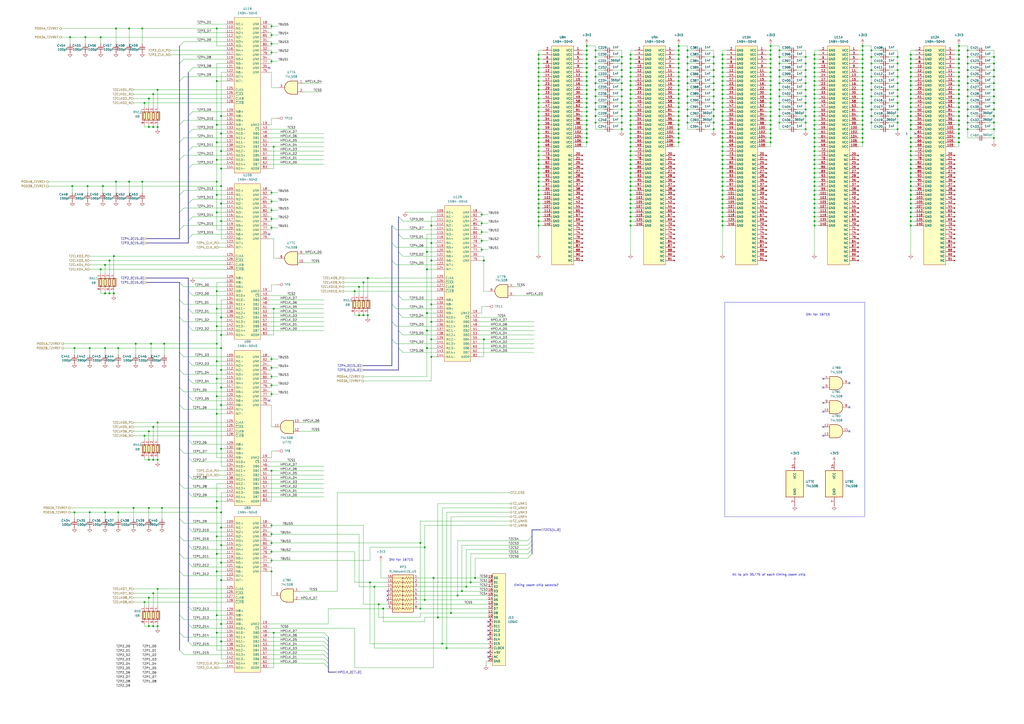
<source format=kicad_sch>
(kicad_sch (version 20250114) (generator "eeschema") (generator_version "9.0")
  (paper "A2")
  (rectangle (start 420.37 175.26) (end 501.65 299.72))
  (text "!" (at 526.034 77.978 0) (effects (font (size 1.27 1.27))))
  (text "timing zoom chip selects?" (at 311.15 339.598 0) (effects (font (size 1.27 1.27))))
  (text "All to pin 35/75 of each timing zoom chip" (at 446.024 333.502 0) (effects (font (size 1.27 1.27))))
  (text "DNI for 16715" (at 232.664 324.866 0) (effects (font (size 1.27 1.27))))
  (text "DNI for 16715" (at 474.472 182.626 0) (effects (font (size 1.27 1.27))))
  (junction (at 312.42 125.73))
  (junction (at 528.32 34.29))
  (junction (at 157.48 30.48))
  (junction (at 360.68 59.69))
  (junction (at 88.9 266.7))
  (junction (at 472.44 95.25))
  (junction (at 157.48 314.96))
  (junction (at 520.7 33.02))
  (junction (at 419.1 31.75))
  (junction (at 500.38 54.61))
  (junction (at 49.53 21.59))
  (junction (at 312.42 41.91))
  (junction (at 393.7 69.85))
  (junction (at 500.38 26.67))
  (junction (at 447.04 62.23))
  (junction (at 125.73 72.39))
  (junction (at 157.48 228.6))
  (junction (at 452.12 55.88))
  (junction (at 467.36 55.88))
  (junction (at 365.76 87.63))
  (junction (at 86.36 250.19))
  (junction (at 472.44 118.11))
  (junction (at 472.44 115.57))
  (junction (at 500.38 39.37))
  (junction (at 128.27 194.31))
  (junction (at 345.44 55.88))
  (junction (at 157.48 111.76))
  (junction (at 419.1 92.71))
  (junction (at 345.44 59.69))
  (junction (at 419.1 39.37))
  (junction (at 561.34 29.21))
  (junction (at 472.44 120.65))
  (junction (at 452.12 44.45))
  (junction (at 505.46 52.07))
  (junction (at 472.44 34.29))
  (junction (at 414.02 71.12))
  (junction (at 128.27 128.27))
  (junction (at 205.74 168.91))
  (junction (at 419.1 67.31))
  (junction (at 157.48 20.32))
  (junction (at 505.46 59.69))
  (junction (at 86.36 363.22))
  (junction (at 128.27 234.95))
  (junction (at 500.38 49.53))
  (junction (at 128.27 361.95))
  (junction (at 340.36 34.29))
  (junction (at 365.76 123.19))
  (junction (at 250.19 207.01))
  (junction (at 447.04 77.47))
  (junction (at 66.04 148.59))
  (junction (at 472.44 113.03))
  (junction (at 528.32 100.33))
  (junction (at 447.04 49.53))
  (junction (at 261.62 355.6))
  (junction (at 472.44 85.09))
  (junction (at 128.27 87.63))
  (junction (at 91.44 52.07))
  (junction (at 472.44 31.75))
  (junction (at 447.04 34.29))
  (junction (at 360.68 44.45))
  (junction (at 340.36 74.93))
  (junction (at 312.42 130.81))
  (junction (at 472.44 36.83))
  (junction (at 74.93 16.51))
  (junction (at 365.76 41.91))
  (junction (at 365.76 130.81))
  (junction (at 467.36 36.83))
  (junction (at 419.1 52.07))
  (junction (at 528.32 97.79))
  (junction (at 528.32 39.37))
  (junction (at 419.1 82.55))
  (junction (at 447.04 26.67))
  (junction (at 556.26 72.39))
  (junction (at 467.36 71.12))
  (junction (at 254 358.14))
  (junction (at 447.04 39.37))
  (junction (at 365.76 95.25))
  (junction (at 419.1 80.01))
  (junction (at 125.73 179.07))
  (junction (at 60.96 201.93))
  (junction (at 520.7 71.12))
  (junction (at 561.34 40.64))
  (junction (at 312.42 97.79))
  (junction (at 414.02 59.69))
  (junction (at 505.46 36.83))
  (junction (at 556.26 44.45))
  (junction (at 340.36 82.55))
  (junction (at 467.36 52.07))
  (junction (at 398.78 36.83))
  (junction (at 528.32 92.71))
  (junction (at 528.32 49.53))
  (junction (at 365.76 90.17))
  (junction (at 68.58 297.18))
  (junction (at 576.58 59.69))
  (junction (at 157.48 35.56))
  (junction (at 452.12 67.31))
  (junction (at 500.38 80.01))
  (junction (at 312.42 39.37))
  (junction (at 267.97 342.9))
  (junction (at 312.42 57.15))
  (junction (at 312.42 110.49))
  (junction (at 340.36 49.53))
  (junction (at 393.7 62.23))
  (junction (at 414.02 55.88))
  (junction (at 86.36 266.7))
  (junction (at 556.26 67.31))
  (junction (at 447.04 72.39))
  (junction (at 467.36 74.93))
  (junction (at 419.1 77.47))
  (junction (at 125.73 92.71))
  (junction (at 365.76 67.31))
  (junction (at 68.58 201.93))
  (junction (at 467.36 59.69))
  (junction (at 447.04 69.85))
  (junction (at 128.27 326.39))
  (junction (at 528.32 36.83))
  (junction (at 125.73 189.23))
  (junction (at 365.76 107.95))
  (junction (at 447.04 54.61))
  (junction (at 500.38 52.07))
  (junction (at 365.76 69.85))
  (junction (at 128.27 67.31))
  (junction (at 398.78 52.07))
  (junction (at 393.7 67.31))
  (junction (at 576.58 44.45))
  (junction (at 472.44 107.95))
  (junction (at 505.46 63.5))
  (junction (at 472.44 57.15))
  (junction (at 157.48 213.36))
  (junction (at 217.17 340.36))
  (junction (at 345.44 67.31))
  (junction (at 528.32 128.27))
  (junction (at 419.1 120.65))
  (junction (at 528.32 59.69))
  (junction (at 505.46 29.21))
  (junction (at 157.48 208.28))
  (junction (at 279.4 144.78))
  (junction (at 556.26 39.37))
  (junction (at 500.38 64.77))
  (junction (at 58.42 21.59))
  (junction (at 125.73 199.39))
  (junction (at 360.68 52.07))
  (junction (at 360.68 55.88))
  (junction (at 472.44 74.93))
  (junction (at 125.73 113.03))
  (junction (at 398.78 67.31))
  (junction (at 360.68 36.83))
  (junction (at 365.76 36.83))
  (junction (at 125.73 168.91))
  (junction (at 393.7 80.01))
  (junction (at 250.19 196.85))
  (junction (at 414.02 52.07))
  (junction (at 280.67 196.85))
  (junction (at 452.12 59.69))
  (junction (at 125.73 105.41))
  (junction (at 312.42 123.19))
  (junction (at 520.7 74.93))
  (junction (at 419.1 59.69))
  (junction (at 520.7 36.83))
  (junction (at 88.9 54.61))
  (junction (at 576.58 74.93))
  (junction (at 360.68 63.5))
  (junction (at 447.04 74.93))
  (junction (at 419.1 95.25))
  (junction (at 312.42 72.39))
  (junction (at 528.32 118.11))
  (junction (at 345.44 44.45))
  (junction (at 312.42 49.53))
  (junction (at 312.42 80.01))
  (junction (at 419.1 46.99))
  (junction (at 528.32 87.63))
  (junction (at 528.32 74.93))
  (junction (at 472.44 62.23))
  (junction (at 312.42 87.63))
  (junction (at 500.38 57.15))
  (junction (at 472.44 44.45))
  (junction (at 419.1 115.57))
  (junction (at 528.32 102.87))
  (junction (at 157.48 218.44))
  (junction (at 247.65 156.21))
  (junction (at 447.04 82.55))
  (junction (at 128.27 297.18))
  (junction (at 467.36 48.26))
  (junction (at 345.44 33.02))
  (junction (at 528.32 105.41))
  (junction (at 419.1 62.23))
  (junction (at 528.32 85.09))
  (junction (at 128.27 336.55))
  (junction (at 365.76 34.29))
  (junction (at 419.1 64.77))
  (junction (at 414.02 36.83))
  (junction (at 505.46 67.31))
  (junction (at 467.36 44.45))
  (junction (at 247.65 191.77))
  (junction (at 528.32 125.73))
  (junction (at 312.42 54.61))
  (junction (at 247.65 181.61))
  (junction (at 91.44 73.66))
  (junction (at 91.44 245.11))
  (junction (at 472.44 123.19))
  (junction (at 275.59 335.28))
  (junction (at 360.68 40.64))
  (junction (at 398.78 33.02))
  (junction (at 340.36 54.61))
  (junction (at 414.02 40.64))
  (junction (at 472.44 92.71))
  (junction (at 128.27 97.79))
  (junction (at 125.73 82.55))
  (junction (at 365.76 46.99))
  (junction (at 520.7 59.69))
  (junction (at 312.42 90.17))
  (junction (at 447.04 41.91))
  (junction (at 561.34 33.02))
  (junction (at 280.67 151.13))
  (junction (at 520.7 52.07))
  (junction (at 556.26 31.75))
  (junction (at 87.63 199.39))
  (junction (at 213.36 182.88))
  (junction (at 393.7 57.15))
  (junction (at 125.73 294.64))
  (junction (at 419.1 100.33))
  (junction (at 365.76 62.23))
  (junction (at 472.44 100.33))
  (junction (at 419.1 105.41))
  (junction (at 561.34 48.26))
  (junction (at 447.04 80.01))
  (junction (at 472.44 72.39))
  (junction (at 393.7 59.69))
  (junction (at 312.42 31.75))
  (junction (at 520.7 63.5))
  (junction (at 128.27 107.95))
  (junction (at 393.7 36.83))
  (junction (at 528.32 69.85))
  (junction (at 561.34 74.93))
  (junction (at 419.1 49.53))
  (junction (at 128.27 214.63))
  (junction (at 340.36 57.15))
  (junction (at 125.73 46.99))
  (junction (at 43.18 297.18))
  (junction (at 340.36 46.99))
  (junction (at 340.36 69.85))
  (junction (at 556.26 29.21))
  (junction (at 419.1 102.87))
  (junction (at 83.82 349.25))
  (junction (at 365.76 118.11))
  (junction (at 472.44 82.55))
  (junction (at 157.48 309.88))
  (junction (at 86.36 294.64))
  (junction (at 125.73 311.15))
  (junction (at 312.42 100.33))
  (junction (at 472.44 80.01))
  (junction (at 125.73 209.55))
  (junction (at 414.02 67.31))
  (junction (at 312.42 62.23))
  (junction (at 561.34 59.69))
  (junction (at 500.38 46.99))
  (junction (at 556.26 82.55))
  (junction (at 365.76 74.93))
  (junction (at 419.1 118.11))
  (junction (at 447.04 59.69))
  (junction (at 95.25 199.39))
  (junction (at 365.76 49.53))
  (junction (at 556.26 34.29))
  (junction (at 472.44 64.77))
  (junction (at 393.7 29.21))
  (junction (at 528.32 80.01))
  (junction (at 340.36 36.83))
  (junction (at 556.26 49.53))
  (junction (at 419.1 34.29))
  (junction (at 157.48 121.92))
  (junction (at 528.32 130.81))
  (junction (at 556.26 80.01))
  (junction (at 419.1 74.93))
  (junction (at 67.31 105.41))
  (junction (at 561.34 55.88))
  (junction (at 345.44 52.07))
  (junction (at 419.1 57.15))
  (junction (at 365.76 100.33))
  (junction (at 128.27 201.93))
  (junction (at 393.7 46.99))
  (junction (at 447.04 36.83))
  (junction (at 500.38 44.45))
  (junction (at 472.44 41.91))
  (junction (at 505.46 44.45))
  (junction (at 312.42 102.87))
  (junction (at 447.04 31.75))
  (junction (at 340.36 29.21))
  (junction (at 270.51 340.36))
  (junction (at 243.84 314.96))
  (junction (at 365.76 120.65))
  (junction (at 398.78 44.45))
  (junction (at 472.44 90.17))
  (junction (at 393.7 77.47))
  (junction (at 125.73 219.71))
  (junction (at 312.42 59.69))
  (junction (at 340.36 67.31))
  (junction (at 528.32 57.15))
  (junction (at 528.32 72.39))
  (junction (at 125.73 123.19))
  (junction (at 82.55 16.51))
  (junction (at 528.32 44.45))
  (junction (at 312.42 77.47))
  (junction (at 447.04 67.31))
  (junction (at 398.78 59.69))
  (junction (at 128.27 372.11))
  (junction (at 365.76 64.77))
  (junction (at 472.44 105.41))
  (junction (at 561.34 67.31))
  (junction (at 398.78 40.64))
  (junction (at 88.9 73.66))
  (junction (at 40.64 21.59))
  (junction (at 312.42 107.95))
  (junction (at 214.63 337.82))
  (junction (at 528.32 46.99))
  (junction (at 561.34 44.45))
  (junction (at 365.76 92.71))
  (junction (at 365.76 52.07))
  (junction (at 365.76 115.57))
  (junction (at 528.32 52.07))
  (junction (at 125.73 367.03))
  (junction (at 157.48 325.12))
  (junction (at 472.44 52.07))
  (junction (at 419.1 128.27))
  (junction (at 345.44 48.26))
  (junction (at 500.38 67.31))
  (junction (at 157.48 331.47))
  (junction (at 576.58 36.83))
  (junction (at 157.48 132.08))
  (junction (at 125.73 290.83))
  (junction (at 528.32 110.49))
  (junction (at 66.04 170.18))
  (junction (at 561.34 71.12))
  (junction (at 273.05 337.82))
  (junction (at 556.26 41.91))
  (junction (at 419.1 87.63))
  (junction (at 345.44 63.5))
  (junction (at 91.44 341.63))
  (junction (at 128.27 184.15))
  (junction (at 528.32 82.55))
  (junction (at 447.04 57.15))
  (junction (at 91.44 266.7))
  (junction (at 340.36 80.01))
  (junction (at 157.48 273.05))
  (junction (at 63.5 151.13))
  (junction (at 452.12 52.07))
  (junction (at 419.1 36.83))
  (junction (at 128.27 77.47))
  (junction (at 528.32 113.03))
  (junction (at 556.26 26.67))
  (junction (at 157.48 127))
  (junction (at 472.44 67.31))
  (junction (at 210.82 163.83))
  (junction (at 360.68 67.31))
  (junction (at 86.36 57.15))
  (junction (at 393.7 41.91))
  (junction (at 505.46 48.26))
  (junction (at 88.9 344.17))
  (junction (at 500.38 41.91))
  (junction (at 88.9 247.65))
  (junction (at 556.26 52.07))
  (junction (at 88.9 363.22))
  (junction (at 365.76 128.27))
  (junction (at 157.48 15.24))
  (junction (at 360.68 71.12))
  (junction (at 556.26 36.83))
  (junction (at 393.7 34.29))
  (junction (at 312.42 113.03))
  (junction (at 312.42 74.93))
  (junction (at 472.44 87.63))
  (junction (at 250.19 176.53))
  (junction (at 58.42 156.21))
  (junction (at 312.42 44.45))
  (junction (at 528.32 67.31))
  (junction (at 556.26 54.61))
  (junction (at 213.36 161.29))
  (junction (at 467.36 40.64))
  (junction (at 393.7 52.07))
  (junction (at 528.32 107.95))
  (junction (at 472.44 128.27))
  (junction (at 279.4 124.46))
  (junction (at 128.27 260.35))
  (junction (at 210.82 182.88))
  (junction (at 312.42 120.65))
  (junction (at 452.12 40.64))
  (junction (at 419.1 69.85))
  (junction (at 393.7 49.53))
  (junction (at 312.42 36.83))
  (junction (at 556.26 64.77))
  (junction (at 340.36 26.67))
  (junction (at 505.46 55.88))
  (junction (at 265.43 345.44))
  (junction (at 576.58 67.31))
  (junction (at 452.12 63.5))
  (junction (at 556.26 46.99))
  (junction (at 393.7 72.39))
  (junction (at 500.38 34.29))
  (junction (at 365.76 59.69))
  (junction (at 398.78 63.5))
  (junction (at 556.26 69.85))
  (junction (at 279.4 129.54))
  (junction (at 393.7 26.67))
  (junction (at 452.12 36.83))
  (junction (at 312.42 82.55))
  (junction (at 345.44 36.83))
  (junction (at 576.58 52.07))
  (junction (at 340.36 31.75))
  (junction (at 452.12 71.12))
  (junction (at 576.58 55.88))
  (junction (at 128.27 224.79))
  (junction (at 472.44 49.53))
  (junction (at 128.27 316.23))
  (junction (at 528.32 115.57))
  (junction (at 419.1 85.09))
  (junction (at 365.76 125.73))
  (junction (at 345.44 40.64))
  (junction (at 365.76 80.01))
  (junction (at 86.36 346.71))
  (junction (at 312.42 85.09))
  (junction (at 505.46 71.12))
  (junction (at 556.26 57.15))
  (junction (at 158.75 179.07))
  (junction (at 157.48 320.04))
  (junction (at 52.07 297.18))
  (junction (at 500.38 77.47))
  (junction (at 520.7 67.31))
  (junction (at 86.36 73.66))
  (junction (at 419.1 90.17))
  (junction (at 398.78 71.12))
  (junction (at 561.34 52.07))
  (junction (at 157.48 25.4))
  (junction (at 312.42 95.25))
  (junction (at 251.46 335.28))
  (junction (at 472.44 130.81))
  (junction (at 365.76 44.45))
  (junction (at 393.7 31.75))
  (junction (at 500.38 31.75))
  (junction (at 472.44 54.61))
  (junction (at 447.04 46.99))
  (junction (at 419.1 41.91))
  (junction (at 447.04 64.77))
  (junction (at 472.44 102.87))
  (junction (at 419.1 44.45))
  (junction (at 447.04 52.07))
  (junction (at 393.7 44.45))
  (junction (at 50.8 107.95))
  (junction (at 452.12 29.21))
  (junction (at 125.73 240.03))
  (junction (at 250.19 140.97))
  (junction (at 43.18 201.93))
  (junction (at 279.4 139.7))
  (junction (at 157.48 304.8))
  (junction (at 528.32 95.25))
  (junction (at 41.91 107.95))
  (junction (at 60.96 297.18))
  (junction (at 419.1 54.61))
  (junction (at 561.34 63.5))
  (junction (at 528.32 120.65))
  (junction (at 365.76 85.09))
  (junction (at 125.73 331.47))
  (junction (at 419.1 97.79))
  (junction (at 528.32 64.77))
  (junction (at 158.75 85.09))
  (junction (at 312.42 67.31))
  (junction (at 365.76 110.49))
  (junction (at 472.44 110.49))
  (junction (at 125.73 229.87))
  (junction (at 279.4 134.62))
  (junction (at 222.25 353.06))
  (junction (at 340.36 52.07))
  (junction (at 250.19 151.13))
  (junction (at 447.04 44.45))
  (junction (at 467.36 67.31))
  (junction (at 125.73 356.87))
  (junction (at 83.82 252.73))
  (junction (at 500.38 29.21))
  (junction (at 82.55 105.41))
  (junction (at 556.26 62.23))
  (junction (at 312.42 52.07))
  (junction (at 312.42 34.29))
  (junction (at 83.82 59.69))
  (junction (at 398.78 55.88))
  (junction (at 340.36 62.23))
  (junction (at 414.02 44.45))
  (junction (at 59.69 107.95))
  (junction (at 365.76 31.75))
  (junction (at 340.36 39.37))
  (junction (at 576.58 80.01))
  (junction (at 74.93 105.41))
  (junction (at 528.32 90.17))
  (junction (at 528.32 54.61))
  (junction (at 393.7 54.61))
  (junction (at 208.28 166.37))
  (junction (at 419.1 123.19))
  (junction (at 246.38 317.5))
  (junction (at 60.96 170.18))
  (junction (at 576.58 48.26))
  (junction (at 500.38 69.85))
  (junction (at 447.04 29.21))
  (junction (at 125.73 16.51))
  (junction (at 505.46 33.02))
  (junction (at 500.38 72.39))
  (junction (at 365.76 105.41))
  (junction (at 528.32 62.23))
  (junction (at 91.44 363.22))
  (junction (at 60.96 153.67))
  (junction (at 157.48 223.52))
  (junction (at 246.38 347.98))
  (junction (at 259.08 375.92))
  (junction (at 158.75 367.03))
  (junction (at 67.31 16.51))
  (junction (at 247.65 201.93))
  (junction (at 125.73 321.31))
  (junction (at 256.54 373.38))
  (junction (at 500.38 36.83))
  (junction (at 93.98 294.64))
  (junction (at 312.42 64.77))
  (junction (at 500.38 59.69))
  (junction (at 520.7 55.88))
  (junction (at 414.02 74.93))
  (junction (at 340.36 41.91))
  (junction (at 312.42 69.85))
  (junction (at 365.76 82.55))
  (junction (at 157.48 116.84))
  (junction (at 467.36 63.5))
  (junction (at 393.7 74.93))
  (junction (at 312.42 92.71))
  (junction (at 398.78 29.21))
  (junction (at 500.38 62.23))
  (junction (at 365.76 102.87))
  (junction (at 312.42 118.11))
  (junction (at 250.19 186.69))
  (junction (at 219.71 350.52))
  (junction (at 312.42 46.99))
  (junction (at 452.12 33.02))
  (junction (at 393.7 39.37))
  (junction (at 500.38 82.55))
  (junction (at 340.36 59.69))
  (junction (at 77.47 294.64))
  (junction (at 556.26 77.47))
  (junction (at 414.02 63.5))
  (junction (at 505.46 40.64))
  (junction (at 243.84 353.06))
  (junction (at 419.1 125.73))
  (junction (at 472.44 77.47))
  (junction (at 208.28 182.88))
  (junction (at 365.76 77.47))
  (junction (at 419.1 107.95))
  (junction (at 472.44 125.73))
  (junction (at 576.58 33.02))
  (junction (at 472.44 97.79))
  (junction (at 576.58 63.5))
  (junction (at 340.36 44.45))
  (junction (at 472.44 69.85))
  (junction (at 561.34 36.83))
  (junction (at 345.44 29.21))
  (junction (at 340.36 64.77))
  (junction (at 312.42 105.41))
  (junction (at 528.32 31.75))
  (junction (at 340.36 72.39))
  (junction (at 576.58 40.64))
  (junction (at 528.32 41.91))
  (junction (at 556.26 74.93))
  (junction (at 393.7 82.55))
  (junction (at 360.68 48.26))
  (junction (at 250.19 130.81))
  (junction (at 365.76 72.39))
  (junction (at 398.78 48.26))
  (junction (at 78.74 199.39))
  (junction (at 128.27 118.11))
  (junction (at 365.76 57.15))
  (junction (at 340.36 77.47))
  (junction (at 345.44 71.12))
  (junction (at 452.12 48.26))
  (junction (at 128.27 306.07))
  (junction (at 520.7 44.45))
  (junction (at 472.44 59.69))
  (junction (at 520.7 40.64))
  (junction (at 467.36 33.02))
  (junction (at 312.42 128.27))
  (junction (at 63.5 170.18))
  (junction (at 419.1 72.39))
  (junction (at 528.32 123.19))
  (junction (at 576.58 71.12))
  (junction (at 393.7 64.77))
  (junction (at 365.76 54.61))
  (junction (at 556.26 59.69))
  (junction (at 365.76 97.79))
  (junction (at 520.7 48.26))
  (junction (at 500.38 74.93))
  (junction (at 365.76 113.03))
  (junction (at 419.1 113.03))
  (junction (at 365.76 39.37))
  (junction (at 52.07 201.93))
  (junction (at 360.68 33.02))
  (junction (at 312.42 115.57))
  (junction (at 472.44 39.37))
  (junction (at 414.02 33.02))
  (junction (at 419.1 110.49))
  (junction (at 247.65 146.05))
  (junction (at 472.44 46.99))
  (junction (at 419.1 130.81))
  (junction (at 414.02 48.26))
  (junction (at 360.68 74.93))
  (no_connect (at 477.52 219.71))
  (no_connect (at 156.21 135.89))
  (no_connect (at 492.76 236.22))
  (no_connect (at 283.21 368.3))
  (no_connect (at 156.21 39.37))
  (no_connect (at 224.79 342.9))
  (no_connect (at 283.21 370.84))
  (no_connect (at 283.21 378.46))
  (no_connect (at 492.76 250.19))
  (no_connect (at 224.79 345.44))
  (no_connect (at 492.76 222.25))
  (no_connect (at 283.21 381))
  (no_connect (at 477.52 233.68))
  (no_connect (at 283.21 360.68))
  (no_connect (at 477.52 238.76))
  (no_connect (at 224.79 347.98))
  (no_connect (at 477.52 252.73))
  (no_connect (at 156.21 232.41))
  (no_connect (at 283.21 363.22))
  (no_connect (at 283.21 365.76))
  (no_connect (at 530.86 77.47))
  (no_connect (at 477.52 247.65))
  (no_connect (at 477.52 224.79))
  (bus_entry (at 104.14 163.83) (size 2.54 2.54))
  (bus_entry (at 187.96 384.81) (size 2.54 2.54))
  (bus_entry (at 187.96 369.57) (size 2.54 2.54))
  (bus_entry (at 109.22 306.07) (size 2.54 2.54))
  (bus_entry (at 104.14 280.67) (size 2.54 2.54))
  (bus_entry (at 109.22 128.27) (size 2.54 -2.54))
  (bus_entry (at 104.14 46.99) (size 2.54 -2.54))
  (bus_entry (at 104.14 331.47) (size 2.54 2.54))
  (bus_entry (at 109.22 41.91) (size 2.54 -2.54))
  (bus_entry (at 109.22 189.23) (size 2.54 2.54))
  (bus_entry (at 308.61 311.15) (size -2.54 2.54))
  (bus_entry (at 109.22 67.31) (size 2.54 -2.54))
  (bus_entry (at 187.96 372.11) (size 2.54 2.54))
  (bus_entry (at 227.33 196.85) (size 2.54 2.54))
  (bus_entry (at 104.14 133.35) (size 2.54 -2.54))
  (bus_entry (at 104.14 36.83) (size 2.54 -2.54))
  (bus_entry (at 109.22 351.79) (size 2.54 2.54))
  (bus_entry (at 109.22 97.79) (size 2.54 -2.54))
  (bus_entry (at 104.14 300.99) (size 2.54 2.54))
  (bus_entry (at 104.14 123.19) (size 2.54 -2.54))
  (bus_entry (at 109.22 179.07) (size 2.54 2.54))
  (bus_entry (at 227.33 186.69) (size 2.54 2.54))
  (bus_entry (at 187.96 377.19) (size 2.54 2.54))
  (bus_entry (at 231.14 125.73) (size 2.54 2.54))
  (bus_entry (at 231.14 181.61) (size 2.54 2.54))
  (bus_entry (at 104.14 224.79) (size 2.54 2.54))
  (bus_entry (at 227.33 151.13) (size 2.54 2.54))
  (bus_entry (at 109.22 138.43) (size 2.54 -2.54))
  (bus_entry (at 109.22 255.27) (size 2.54 2.54))
  (bus_entry (at 109.22 265.43) (size 2.54 2.54))
  (bus_entry (at 104.14 260.35) (size 2.54 2.54))
  (bus_entry (at 104.14 92.71) (size 2.54 -2.54))
  (bus_entry (at 109.22 372.11) (size 2.54 2.54))
  (bus_entry (at 231.14 201.93) (size 2.54 2.54))
  (bus_entry (at 109.22 275.59) (size 2.54 2.54))
  (bus_entry (at 231.14 171.45) (size 2.54 2.54))
  (bus_entry (at 308.61 321.31) (size -2.54 2.54))
  (bus_entry (at 104.14 204.47) (size 2.54 2.54))
  (bus_entry (at 187.96 382.27) (size 2.54 2.54))
  (bus_entry (at 104.14 377.19) (size 2.54 2.54))
  (bus_entry (at 104.14 356.87) (size 2.54 2.54))
  (bus_entry (at 109.22 361.95) (size 2.54 2.54))
  (bus_entry (at 104.14 26.67) (size 2.54 -2.54))
  (bus_entry (at 104.14 82.55) (size 2.54 -2.54))
  (bus_entry (at 308.61 318.77) (size -2.54 2.54))
  (bus_entry (at 109.22 118.11) (size 2.54 -2.54))
  (bus_entry (at 231.14 135.89) (size 2.54 2.54))
  (bus_entry (at 109.22 285.75) (size 2.54 2.54))
  (bus_entry (at 109.22 168.91) (size 2.54 2.54))
  (bus_entry (at 109.22 209.55) (size 2.54 2.54))
  (bus_entry (at 308.61 316.23) (size -2.54 2.54))
  (bus_entry (at 104.14 214.63) (size 2.54 2.54))
  (bus_entry (at 187.96 374.65) (size 2.54 2.54))
  (bus_entry (at 227.33 130.81) (size 2.54 2.54))
  (bus_entry (at 104.14 113.03) (size 2.54 -2.54))
  (bus_entry (at 104.14 184.15) (size 2.54 2.54))
  (bus_entry (at 104.14 173.99) (size 2.54 2.54))
  (bus_entry (at 187.96 379.73) (size 2.54 2.54))
  (bus_entry (at 109.22 87.63) (size 2.54 -2.54))
  (bus_entry (at 187.96 367.03) (size 2.54 2.54))
  (bus_entry (at 104.14 311.15) (size 2.54 2.54))
  (bus_entry (at 109.22 326.39) (size 2.54 2.54))
  (bus_entry (at 109.22 229.87) (size 2.54 2.54))
  (bus_entry (at 109.22 219.71) (size 2.54 2.54))
  (bus_entry (at 104.14 234.95) (size 2.54 2.54))
  (bus_entry (at 227.33 176.53) (size 2.54 2.54))
  (bus_entry (at 231.14 191.77) (size 2.54 2.54))
  (bus_entry (at 104.14 367.03) (size 2.54 2.54))
  (bus_entry (at 109.22 316.23) (size 2.54 2.54))
  (bus_entry (at 104.14 321.31) (size 2.54 2.54))
  (bus_entry (at 231.14 146.05) (size 2.54 2.54))
  (bus_entry (at 308.61 313.69) (size -2.54 2.54))
  (bus_entry (at 227.33 140.97) (size 2.54 2.54))
  (bus_entry (at 104.14 72.39) (size 2.54 -2.54))
  (bus_entry (at 109.22 77.47) (size 2.54 -2.54))
  (wire (pts (xy 156.21 19.05) (xy 157.48 19.05)))
  (wire (pts (xy 157.48 311.15) (xy 156.21 311.15)))
  (wire (pts (xy 312.42 80.01) (xy 314.96 80.01)))
  (wire (pts (xy 472.44 130.81) (xy 474.98 130.81)))
  (wire (pts (xy 472.44 44.45) (xy 474.98 44.45)))
  (wire (pts (xy 157.48 50.8) (xy 157.48 41.91)))
  (wire (pts (xy 472.44 95.25) (xy 474.98 95.25)))
  (wire (pts (xy 128.27 361.95) (xy 130.81 361.95)))
  (wire (pts (xy 365.76 100.33) (xy 365.76 102.87)))
  (wire (pts (xy 365.76 31.75) (xy 365.76 34.29)))
  (wire (pts (xy 279.4 139.7) (xy 279.4 140.97)))
  (wire (pts (xy 447.04 69.85) (xy 447.04 72.39)))
  (wire (pts (xy 345.44 33.02) (xy 350.52 33.02)))
  (wire (pts (xy 83.82 62.23) (xy 83.82 59.69)))
  (wire (pts (xy 472.44 36.83) (xy 472.44 39.37)))
  (wire (pts (xy 528.32 29.21) (xy 528.32 31.75)))
  (wire (pts (xy 467.36 33.02) (xy 467.36 36.83)))
  (wire (pts (xy 419.1 130.81) (xy 419.1 147.32)))
  (wire (pts (xy 250.19 220.98) (xy 250.19 207.01)))
  (wire (pts (xy 447.04 34.29) (xy 444.5 34.29)))
  (wire (pts (xy 472.44 120.65) (xy 472.44 123.19)))
  (wire (pts (xy 156.21 219.71) (xy 157.48 219.71)))
  (wire (pts (xy 128.27 128.27) (xy 130.81 128.27)))
  (wire (pts (xy 312.42 95.25) (xy 314.96 95.25)))
  (wire (pts (xy 312.42 92.71) (xy 312.42 95.25)))
  (wire (pts (xy 77.47 250.19) (xy 86.36 250.19)))
  (wire (pts (xy 340.36 41.91) (xy 340.36 44.45)))
  (wire (pts (xy 393.7 64.77) (xy 393.7 67.31)))
  (wire (pts (xy 246.38 317.5) (xy 246.38 304.8)))
  (wire (pts (xy 68.58 201.93) (xy 68.58 205.74)))
  (wire (pts (xy 419.1 59.69) (xy 421.64 59.69)))
  (wire (pts (xy 365.76 67.31) (xy 365.76 69.85)))
  (bus (pts (xy 231.14 146.05) (xy 231.14 171.45)))
  (wire (pts (xy 340.36 67.31) (xy 340.36 69.85)))
  (wire (pts (xy 472.44 59.69) (xy 472.44 62.23)))
  (wire (pts (xy 360.68 36.83) (xy 360.68 40.64)))
  (wire (pts (xy 414.02 40.64) (xy 408.94 40.64)))
  (wire (pts (xy 125.73 46.99) (xy 125.73 72.39)))
  (bus (pts (xy 313.69 307.34) (xy 308.61 307.34)))
  (wire (pts (xy 556.26 85.09) (xy 553.72 85.09)))
  (wire (pts (xy 576.58 67.31) (xy 576.58 71.12)))
  (bus (pts (xy 190.5 379.73) (xy 190.5 382.27)))
  (wire (pts (xy 106.68 323.85) (xy 130.81 323.85)))
  (wire (pts (xy 106.68 69.85) (xy 130.81 69.85)))
  (bus (pts (xy 231.14 135.89) (xy 231.14 146.05)))
  (wire (pts (xy 279.4 181.61) (xy 279.4 177.8)))
  (wire (pts (xy 556.26 49.53) (xy 553.72 49.53)))
  (wire (pts (xy 398.78 59.69) (xy 398.78 63.5)))
  (wire (pts (xy 556.26 46.99) (xy 553.72 46.99)))
  (wire (pts (xy 472.44 54.61) (xy 474.98 54.61)))
  (wire (pts (xy 576.58 36.83) (xy 576.58 40.64)))
  (bus (pts (xy 109.22 209.55) (xy 109.22 219.71)))
  (wire (pts (xy 340.36 36.83) (xy 340.36 39.37)))
  (wire (pts (xy 500.38 26.67) (xy 500.38 29.21)))
  (wire (pts (xy 393.7 36.83) (xy 391.16 36.83)))
  (wire (pts (xy 278.13 186.69) (xy 309.88 186.69)))
  (wire (pts (xy 345.44 67.31) (xy 350.52 67.31)))
  (wire (pts (xy 312.42 90.17) (xy 314.96 90.17)))
  (wire (pts (xy 312.42 39.37) (xy 314.96 39.37)))
  (wire (pts (xy 312.42 115.57) (xy 312.42 118.11)))
  (wire (pts (xy 63.5 170.18) (xy 66.04 170.18)))
  (wire (pts (xy 106.68 176.53) (xy 130.81 176.53)))
  (wire (pts (xy 156.21 31.75) (xy 157.48 31.75)))
  (wire (pts (xy 472.44 77.47) (xy 472.44 80.01)))
  (wire (pts (xy 205.74 364.49) (xy 205.74 387.35)))
  (wire (pts (xy 393.7 74.93) (xy 391.16 74.93)))
  (wire (pts (xy 157.48 34.29) (xy 157.48 35.56)))
  (wire (pts (xy 452.12 71.12) (xy 457.2 71.12)))
  (wire (pts (xy 365.76 123.19) (xy 365.76 125.73)))
  (wire (pts (xy 419.1 62.23) (xy 419.1 64.77)))
  (wire (pts (xy 213.36 161.29) (xy 213.36 171.45)))
  (wire (pts (xy 467.36 74.93) (xy 462.28 74.93)))
  (wire (pts (xy 86.36 57.15) (xy 130.81 57.15)))
  (wire (pts (xy 365.76 95.25) (xy 365.76 97.79)))
  (wire (pts (xy 365.76 113.03) (xy 368.3 113.03)))
  (wire (pts (xy 520.7 36.83) (xy 515.62 36.83)))
  (wire (pts (xy 528.32 120.65) (xy 528.32 123.19)))
  (wire (pts (xy 50.8 107.95) (xy 50.8 111.76)))
  (wire (pts (xy 528.32 102.87) (xy 528.32 105.41)))
  (wire (pts (xy 267.97 342.9) (xy 283.21 342.9)))
  (wire (pts (xy 77.47 52.07) (xy 91.44 52.07)))
  (bus (pts (xy 190.5 384.81) (xy 190.5 387.35)))
  (wire (pts (xy 77.47 57.15) (xy 86.36 57.15)))
  (wire (pts (xy 58.42 21.59) (xy 58.42 25.4)))
  (wire (pts (xy 556.26 25.4) (xy 556.26 26.67)))
  (wire (pts (xy 233.68 173.99) (xy 252.73 173.99)))
  (wire (pts (xy 156.21 372.11) (xy 187.96 372.11)))
  (wire (pts (xy 419.1 80.01) (xy 419.1 82.55)))
  (wire (pts (xy 91.44 73.66) (xy 91.44 74.93)))
  (wire (pts (xy 312.42 31.75) (xy 314.96 31.75)))
  (wire (pts (xy 528.32 110.49) (xy 528.32 113.03)))
  (wire (pts (xy 130.81 138.43) (xy 128.27 138.43)))
  (wire (pts (xy 156.21 270.51) (xy 187.96 270.51)))
  (wire (pts (xy 576.58 80.01) (xy 576.58 82.55)))
  (wire (pts (xy 576.58 52.07) (xy 576.58 55.88)))
  (wire (pts (xy 222.25 360.68) (xy 246.38 360.68)))
  (wire (pts (xy 156.21 379.73) (xy 187.96 379.73)))
  (wire (pts (xy 520.7 36.83) (xy 520.7 40.64)))
  (wire (pts (xy 157.48 29.21) (xy 157.48 30.48)))
  (wire (pts (xy 345.44 29.21) (xy 350.52 29.21)))
  (wire (pts (xy 106.68 379.73) (xy 130.81 379.73)))
  (wire (pts (xy 213.36 161.29) (xy 252.73 161.29)))
  (wire (pts (xy 419.1 118.11) (xy 419.1 120.65)))
  (wire (pts (xy 528.32 69.85) (xy 528.32 72.39)))
  (wire (pts (xy 233.68 184.15) (xy 252.73 184.15)))
  (wire (pts (xy 500.38 57.15) (xy 500.38 59.69)))
  (wire (pts (xy 111.76 212.09) (xy 130.81 212.09)))
  (wire (pts (xy 78.74 199.39) (xy 78.74 205.74)))
  (wire (pts (xy 128.27 214.63) (xy 128.27 224.79)))
  (wire (pts (xy 365.76 118.11) (xy 365.76 120.65)))
  (wire (pts (xy 35.56 21.59) (xy 40.64 21.59)))
  (wire (pts (xy 393.7 31.75) (xy 393.7 34.29)))
  (wire (pts (xy 243.84 358.14) (xy 219.71 358.14)))
  (wire (pts (xy 130.81 163.83) (xy 125.73 163.83)))
  (wire (pts (xy 111.76 222.25) (xy 130.81 222.25)))
  (wire (pts (xy 156.21 82.55) (xy 187.96 82.55)))
  (wire (pts (xy 393.7 69.85) (xy 393.7 72.39)))
  (wire (pts (xy 125.73 356.87) (xy 130.81 356.87)))
  (wire (pts (xy 312.42 34.29) (xy 314.96 34.29)))
  (wire (pts (xy 88.9 266.7) (xy 91.44 266.7)))
  (wire (pts (xy 63.5 151.13) (xy 63.5 158.75)))
  (wire (pts (xy 365.76 87.63) (xy 365.76 90.17)))
  (wire (pts (xy 156.21 179.07) (xy 158.75 179.07)))
  (bus (pts (xy 104.14 367.03) (xy 104.14 377.19)))
  (wire (pts (xy 220.98 325.12) (xy 220.98 335.28)))
  (wire (pts (xy 273.05 321.31) (xy 273.05 337.82)))
  (wire (pts (xy 365.76 120.65) (xy 368.3 120.65)))
  (wire (pts (xy 157.48 328.93) (xy 157.48 331.47)))
  (wire (pts (xy 447.04 52.07) (xy 447.04 54.61)))
  (wire (pts (xy 398.78 52.07) (xy 403.86 52.07)))
  (wire (pts (xy 467.36 55.88) (xy 467.36 59.69)))
  (wire (pts (xy 447.04 44.45) (xy 447.04 46.99)))
  (wire (pts (xy 414.02 29.21) (xy 414.02 33.02)))
  (wire (pts (xy 556.26 49.53) (xy 556.26 52.07)))
  (wire (pts (xy 99.06 29.21) (xy 130.81 29.21)))
  (wire (pts (xy 312.42 105.41) (xy 314.96 105.41)))
  (wire (pts (xy 393.7 62.23) (xy 393.7 64.77)))
  (wire (pts (xy 340.36 80.01) (xy 337.82 80.01)))
  (wire (pts (xy 128.27 77.47) (xy 130.81 77.47)))
  (wire (pts (xy 242.57 350.52) (xy 283.21 350.52)))
  (wire (pts (xy 312.42 115.57) (xy 314.96 115.57)))
  (wire (pts (xy 472.44 41.91) (xy 474.98 41.91)))
  (wire (pts (xy 365.76 52.07) (xy 368.3 52.07)))
  (wire (pts (xy 556.26 72.39) (xy 553.72 72.39)))
  (wire (pts (xy 312.42 85.09) (xy 312.42 87.63)))
  (wire (pts (xy 561.34 52.07) (xy 566.42 52.07)))
  (wire (pts (xy 52.07 151.13) (xy 63.5 151.13)))
  (wire (pts (xy 88.9 266.7) (xy 88.9 265.43)))
  (wire (pts (xy 250.19 196.85) (xy 250.19 207.01)))
  (wire (pts (xy 447.04 25.4) (xy 447.04 26.67)))
  (wire (pts (xy 279.4 139.7) (xy 283.21 139.7)))
  (wire (pts (xy 251.46 387.35) (xy 251.46 335.28)))
  (bus (pts (xy 109.22 361.95) (xy 109.22 372.11)))
  (wire (pts (xy 345.44 59.69) (xy 345.44 63.5)))
  (wire (pts (xy 505.46 52.07) (xy 510.54 52.07)))
  (wire (pts (xy 77.47 346.71) (xy 86.36 346.71)))
  (wire (pts (xy 111.76 328.93) (xy 130.81 328.93)))
  (wire (pts (xy 528.32 57.15) (xy 530.86 57.15)))
  (wire (pts (xy 365.76 110.49) (xy 365.76 113.03)))
  (wire (pts (xy 365.76 36.83) (xy 365.76 39.37)))
  (wire (pts (xy 365.76 62.23) (xy 365.76 64.77)))
  (wire (pts (xy 556.26 36.83) (xy 556.26 39.37)))
  (wire (pts (xy 528.32 100.33) (xy 528.32 102.87)))
  (wire (pts (xy 414.02 36.83) (xy 408.94 36.83)))
  (wire (pts (xy 528.32 130.81) (xy 530.86 130.81)))
  (wire (pts (xy 452.12 52.07) (xy 457.2 52.07)))
  (wire (pts (xy 447.04 34.29) (xy 447.04 36.83)))
  (wire (pts (xy 561.34 59.69) (xy 566.42 59.69)))
  (wire (pts (xy 280.67 207.01) (xy 278.13 207.01)))
  (wire (pts (xy 561.34 63.5) (xy 561.34 67.31)))
  (wire (pts (xy 312.42 41.91) (xy 312.42 44.45)))
  (wire (pts (xy 157.48 127) (xy 161.29 127)))
  (wire (pts (xy 467.36 63.5) (xy 462.28 63.5)))
  (wire (pts (xy 340.36 62.23) (xy 337.82 62.23)))
  (wire (pts (xy 250.19 176.53) (xy 250.19 186.69)))
  (wire (pts (xy 419.1 77.47) (xy 419.1 80.01)))
  (wire (pts (xy 393.7 80.01) (xy 393.7 82.55)))
  (wire (pts (xy 419.1 125.73) (xy 419.1 128.27)))
  (wire (pts (xy 312.42 29.21) (xy 312.42 31.75)))
  (wire (pts (xy 91.44 341.63) (xy 130.81 341.63)))
  (wire (pts (xy 247.65 201.93) (xy 247.65 191.77)))
  (wire (pts (xy 82.55 16.51) (xy 125.73 16.51)))
  (wire (pts (xy 128.27 194.31) (xy 130.81 194.31)))
  (wire (pts (xy 125.73 82.55) (xy 125.73 92.71)))
  (bus (pts (xy 104.14 311.15) (xy 104.14 321.31)))
  (wire (pts (xy 419.1 82.55) (xy 421.64 82.55)))
  (wire (pts (xy 472.44 57.15) (xy 474.98 57.15)))
  (wire (pts (xy 67.31 16.51) (xy 74.93 16.51)))
  (wire (pts (xy 528.32 72.39) (xy 530.86 72.39)))
  (wire (pts (xy 156.21 306.07) (xy 157.48 306.07)))
  (wire (pts (xy 199.39 163.83) (xy 210.82 163.83)))
  (wire (pts (xy 233.68 204.47) (xy 252.73 204.47)))
  (wire (pts (xy 419.1 115.57) (xy 419.1 118.11)))
  (wire (pts (xy 157.48 20.32) (xy 161.29 20.32)))
  (wire (pts (xy 505.46 44.45) (xy 505.46 48.26)))
  (wire (pts (xy 500.38 31.75) (xy 500.38 34.29)))
  (wire (pts (xy 520.7 74.93) (xy 520.7 76.2)))
  (wire (pts (xy 528.32 115.57) (xy 528.32 118.11)))
  (wire (pts (xy 365.76 77.47) (xy 368.3 77.47)))
  (wire (pts (xy 452.12 29.21) (xy 452.12 33.02)))
  (wire (pts (xy 106.68 359.41) (xy 130.81 359.41)))
  (wire (pts (xy 125.73 82.55) (xy 130.81 82.55)))
  (wire (pts (xy 472.44 69.85) (xy 474.98 69.85)))
  (wire (pts (xy 520.7 63.5) (xy 515.62 63.5)))
  (wire (pts (xy 340.36 34.29) (xy 337.82 34.29)))
  (wire (pts (xy 365.76 80.01) (xy 365.76 82.55)))
  (wire (pts (xy 419.1 74.93) (xy 421.64 74.93)))
  (wire (pts (xy 246.38 360.68) (xy 246.38 358.14)))
  (wire (pts (xy 419.1 90.17) (xy 421.64 90.17)))
  (wire (pts (xy 312.42 72.39) (xy 314.96 72.39)))
  (bus (pts (xy 109.22 128.27) (xy 109.22 138.43)))
  (wire (pts (xy 312.42 36.83) (xy 314.96 36.83)))
  (wire (pts (xy 500.38 57.15) (xy 497.84 57.15)))
  (wire (pts (xy 365.76 113.03) (xy 365.76 115.57)))
  (wire (pts (xy 419.1 110.49) (xy 421.64 110.49)))
  (wire (pts (xy 505.46 55.88) (xy 505.46 59.69)))
  (wire (pts (xy 125.73 26.67) (xy 130.81 26.67)))
  (wire (pts (xy 365.76 54.61) (xy 368.3 54.61)))
  (wire (pts (xy 447.04 46.99) (xy 444.5 46.99)))
  (wire (pts (xy 158.75 138.43) (xy 158.75 149.86)))
  (wire (pts (xy 398.78 67.31) (xy 398.78 71.12)))
  (wire (pts (xy 419.1 72.39) (xy 421.64 72.39)))
  (wire (pts (xy 419.1 69.85) (xy 419.1 72.39)))
  (wire (pts (xy 156.21 212.09) (xy 157.48 212.09)))
  (wire (pts (xy 156.21 118.11) (xy 157.48 118.11)))
  (wire (pts (xy 500.38 44.45) (xy 497.84 44.45)))
  (wire (pts (xy 312.42 64.77) (xy 314.96 64.77)))
  (wire (pts (xy 520.7 59.69) (xy 515.62 59.69)))
  (bus (pts (xy 109.22 179.07) (xy 109.22 189.23)))
  (wire (pts (xy 312.42 82.55) (xy 314.96 82.55)))
  (wire (pts (xy 505.46 36.83) (xy 505.46 40.64)))
  (wire (pts (xy 360.68 48.26) (xy 355.6 48.26)))
  (wire (pts (xy 127 140.97) (xy 130.81 140.97)))
  (wire (pts (xy 472.44 69.85) (xy 472.44 72.39)))
  (wire (pts (xy 125.73 92.71) (xy 130.81 92.71)))
  (wire (pts (xy 528.32 85.09) (xy 528.32 87.63)))
  (wire (pts (xy 340.36 77.47) (xy 340.36 80.01)))
  (wire (pts (xy 74.93 16.51) (xy 82.55 16.51)))
  (wire (pts (xy 281.94 386.08) (xy 281.94 383.54)))
  (wire (pts (xy 393.7 52.07) (xy 393.7 54.61)))
  (wire (pts (xy 58.42 170.18) (xy 58.42 168.91)))
  (wire (pts (xy 414.02 71.12) (xy 408.94 71.12)))
  (wire (pts (xy 447.04 29.21) (xy 447.04 31.75)))
  (wire (pts (xy 528.32 90.17) (xy 530.86 90.17)))
  (wire (pts (xy 365.76 54.61) (xy 365.76 57.15)))
  (wire (pts (xy 247.65 146.05) (xy 252.73 146.05)))
  (wire (pts (xy 312.42 100.33) (xy 314.96 100.33)))
  (wire (pts (xy 419.1 34.29) (xy 419.1 36.83)))
  (wire (pts (xy 472.44 31.75) (xy 474.98 31.75)))
  (wire (pts (xy 278.13 151.13) (xy 280.67 151.13)))
  (wire (pts (xy 27.94 105.41) (xy 67.31 105.41)))
  (wire (pts (xy 556.26 52.07) (xy 556.26 54.61)))
  (wire (pts (xy 125.73 46.99) (xy 130.81 46.99)))
  (wire (pts (xy 88.9 73.66) (xy 91.44 73.66)))
  (bus (pts (xy 104.14 300.99) (xy 104.14 311.15)))
  (wire (pts (xy 447.04 31.75) (xy 447.04 34.29)))
  (wire (pts (xy 86.36 250.19) (xy 86.36 255.27)))
  (wire (pts (xy 125.73 105.41) (xy 125.73 113.03)))
  (wire (pts (xy 205.74 337.82) (xy 214.63 337.82)))
  (wire (pts (xy 157.48 304.8) (xy 157.48 306.07)))
  (wire (pts (xy 247.65 218.44) (xy 247.65 201.93)))
  (wire (pts (xy 128.27 306.07) (xy 128.27 316.23)))
  (wire (pts (xy 111.76 125.73) (xy 130.81 125.73)))
  (wire (pts (xy 365.76 29.21) (xy 365.76 31.75)))
  (wire (pts (xy 125.73 72.39) (xy 125.73 82.55)))
  (wire (pts (xy 340.36 36.83) (xy 337.82 36.83)))
  (wire (pts (xy 217.17 375.92) (xy 259.08 375.92)))
  (wire (pts (xy 452.12 29.21) (xy 457.2 29.21)))
  (wire (pts (xy 157.48 325.12) (xy 214.63 325.12)))
  (wire (pts (xy 111.76 171.45) (xy 130.81 171.45)))
  (wire (pts (xy 528.32 90.17) (xy 528.32 92.71)))
  (wire (pts (xy 365.76 49.53) (xy 368.3 49.53)))
  (wire (pts (xy 77.47 294.64) (xy 86.36 294.64)))
  (wire (pts (xy 312.42 102.87) (xy 312.42 105.41)))
  (wire (pts (xy 447.04 44.45) (xy 444.5 44.45)))
  (wire (pts (xy 393.7 80.01) (xy 391.16 80.01)))
  (wire (pts (xy 106.68 313.69) (xy 130.81 313.69)))
  (wire (pts (xy 77.47 344.17) (xy 88.9 344.17)))
  (wire (pts (xy 520.7 55.88) (xy 520.7 59.69)))
  (wire (pts (xy 528.32 39.37) (xy 530.86 39.37)))
  (bus (pts (xy 109.22 67.31) (xy 109.22 77.47)))
  (wire (pts (xy 83.82 266.7) (xy 86.36 266.7)))
  (wire (pts (xy 419.1 100.33) (xy 419.1 102.87)))
  (wire (pts (xy 114.3 19.05) (xy 130.81 19.05)))
  (wire (pts (xy 219.71 350.52) (xy 224.79 350.52)))
  (bus (pts (xy 109.22 229.87) (xy 109.22 255.27)))
  (wire (pts (xy 78.74 199.39) (xy 87.63 199.39)))
  (wire (pts (xy 242.57 335.28) (xy 251.46 335.28)))
  (wire (pts (xy 312.42 97.79) (xy 314.96 97.79)))
  (wire (pts (xy 106.68 110.49) (xy 130.81 110.49)))
  (wire (pts (xy 302.26 166.37) (xy 298.45 166.37)))
  (wire (pts (xy 58.42 170.18) (xy 60.96 170.18)))
  (wire (pts (xy 345.44 71.12) (xy 345.44 74.93)))
  (wire (pts (xy 365.76 130.81) (xy 365.76 147.32)))
  (wire (pts (xy 472.44 115.57) (xy 472.44 118.11)))
  (wire (pts (xy 472.44 125.73) (xy 474.98 125.73)))
  (wire (pts (xy 561.34 48.26) (xy 566.42 48.26)))
  (wire (pts (xy 447.04 59.69) (xy 444.5 59.69)))
  (wire (pts (xy 345.44 40.64) (xy 350.52 40.64)))
  (wire (pts (xy 419.1 62.23) (xy 421.64 62.23)))
  (wire (pts (xy 505.46 59.69) (xy 510.54 59.69)))
  (wire (pts (xy 472.44 87.63) (xy 474.98 87.63)))
  (wire (pts (xy 312.42 74.93) (xy 312.42 77.47)))
  (wire (pts (xy 312.42 36.83) (xy 312.42 39.37)))
  (wire (pts (xy 528.32 46.99) (xy 530.86 46.99)))
  (wire (pts (xy 156.21 328.93) (xy 157.48 328.93)))
  (wire (pts (xy 259.08 375.92) (xy 283.21 375.92)))
  (wire (pts (xy 360.68 63.5) (xy 360.68 67.31)))
  (wire (pts (xy 419.1 102.87) (xy 419.1 105.41)))
  (wire (pts (xy 88.9 54.61) (xy 88.9 62.23)))
  (wire (pts (xy 520.7 40.64) (xy 520.7 44.45)))
  (wire (pts (xy 365.76 72.39) (xy 365.76 74.93)))
  (wire (pts (xy 156.21 316.23) (xy 157.48 316.23)))
  (wire (pts (xy 340.36 59.69) (xy 337.82 59.69)))
  (wire (pts (xy 106.68 24.13) (xy 130.81 24.13)))
  (wire (pts (xy 63.5 151.13) (xy 130.81 151.13)))
  (wire (pts (xy 156.21 133.35) (xy 157.48 133.35)))
  (wire (pts (xy 528.32 39.37) (xy 528.32 41.91)))
  (wire (pts (xy 157.48 165.1) (xy 160.02 165.1)))
  (wire (pts (xy 520.7 44.45) (xy 520.7 48.26)))
  (wire (pts (xy 278.13 146.05) (xy 279.4 146.05)))
  (wire (pts (xy 472.44 102.87) (xy 472.44 105.41)))
  (wire (pts (xy 157.48 309.88) (xy 208.28 309.88)))
  (wire (pts (xy 520.7 33.02) (xy 520.7 36.83)))
  (wire (pts (xy 157.48 313.69) (xy 157.48 314.96)))
  (wire (pts (xy 365.76 57.15) (xy 368.3 57.15)))
  (wire (pts (xy 66.04 170.18) (xy 66.04 168.91)))
  (wire (pts (xy 278.13 143.51) (xy 279.4 143.51)))
  (wire (pts (xy 176.53 48.26) (xy 186.69 48.26)))
  (wire (pts (xy 208.28 182.88) (xy 210.82 182.88)))
  (wire (pts (xy 67.31 105.41) (xy 74.93 105.41)))
  (wire (pts (xy 576.58 33.02) (xy 571.5 33.02)))
  (wire (pts (xy 393.7 59.69) (xy 393.7 62.23)))
  (wire (pts (xy 312.42 118.11) (xy 314.96 118.11)))
  (wire (pts (xy 83.82 363.22) (xy 86.36 363.22)))
  (bus (pts (xy 308.61 311.15) (xy 308.61 307.34)))
  (wire (pts (xy 365.76 118.11) (xy 368.3 118.11)))
  (wire (pts (xy 93.98 294.64) (xy 125.73 294.64)))
  (wire (pts (xy 111.76 181.61) (xy 130.81 181.61)))
  (bus (pts (xy 104.14 331.47) (xy 104.14 356.87)))
  (wire (pts (xy 312.42 128.27) (xy 314.96 128.27)))
  (wire (pts (xy 278.13 194.31) (xy 309.88 194.31)))
  (wire (pts (xy 340.36 57.15) (xy 337.82 57.15)))
  (wire (pts (xy 130.81 184.15) (xy 128.27 184.15)))
  (wire (pts (xy 52.07 153.67) (xy 60.96 153.67)))
  (wire (pts (xy 156.21 130.81) (xy 157.48 130.81)))
  (wire (pts (xy 500.38 34.29) (xy 497.84 34.29)))
  (wire (pts (xy 561.34 40.64) (xy 561.34 44.45)))
  (wire (pts (xy 157.48 212.09) (xy 157.48 213.36)))
  (wire (pts (xy 576.58 63.5) (xy 571.5 63.5)))
  (wire (pts (xy 156.21 120.65) (xy 157.48 120.65)))
  (wire (pts (xy 156.21 283.21) (xy 187.96 283.21)))
  (wire (pts (xy 157.48 115.57) (xy 157.48 116.84)))
  (wire (pts (xy 128.27 184.15) (xy 128.27 194.31)))
  (wire (pts (xy 360.68 33.02) (xy 360.68 36.83)))
  (wire (pts (xy 447.04 62.23) (xy 447.04 64.77)))
  (wire (pts (xy 414.02 63.5) (xy 414.02 67.31)))
  (wire (pts (xy 472.44 128.27) (xy 474.98 128.27)))
  (wire (pts (xy 528.32 74.93) (xy 530.86 74.93)))
  (wire (pts (xy 528.32 49.53) (xy 530.86 49.53)))
  (wire (pts (xy 467.36 52.07) (xy 462.28 52.07)))
  (wire (pts (xy 156.21 303.53) (xy 157.48 303.53)))
  (wire (pts (xy 345.44 74.93) (xy 350.52 74.93)))
  (wire (pts (xy 130.81 209.55) (xy 125.73 209.55)))
  (wire (pts (xy 393.7 29.21) (xy 391.16 29.21)))
  (wire (pts (xy 345.44 55.88) (xy 350.52 55.88)))
  (wire (pts (xy 312.42 72.39) (xy 312.42 74.93)))
  (wire (pts (xy 130.81 16.51) (xy 125.73 16.51)))
  (wire (pts (xy 419.1 41.91) (xy 419.1 44.45)))
  (wire (pts (xy 500.38 69.85) (xy 500.38 72.39)))
  (bus (pts (xy 227.33 186.69) (xy 227.33 196.85)))
  (wire (pts (xy 52.07 297.18) (xy 52.07 300.99)))
  (wire (pts (xy 505.46 48.26) (xy 510.54 48.26)))
  (wire (pts (xy 52.07 201.93) (xy 60.96 201.93)))
  (wire (pts (xy 214.63 373.38) (xy 214.63 337.82)))
  (wire (pts (xy 157.48 325.12) (xy 157.48 326.39)))
  (wire (pts (xy 447.04 82.55) (xy 444.5 82.55)))
  (wire (pts (xy 500.38 29.21) (xy 500.38 31.75)))
  (wire (pts (xy 393.7 34.29) (xy 391.16 34.29)))
  (wire (pts (xy 270.51 340.36) (xy 283.21 340.36)))
  (wire (pts (xy 528.32 82.55) (xy 530.86 82.55)))
  (wire (pts (xy 419.1 57.15) (xy 419.1 59.69)))
  (wire (pts (xy 130.81 214.63) (xy 128.27 214.63)))
  (wire (pts (xy 243.84 314.96) (xy 243.84 302.26)))
  (wire (pts (xy 419.1 54.61) (xy 421.64 54.61)))
  (wire (pts (xy 267.97 316.23) (xy 306.07 316.23)))
  (wire (pts (xy 247.65 181.61) (xy 247.65 156.21)))
  (wire (pts (xy 576.58 44.45) (xy 576.58 48.26)))
  (bus (pts (xy 104.14 72.39) (xy 104.14 82.55)))
  (wire (pts (xy 156.21 36.83) (xy 157.48 36.83)))
  (wire (pts (xy 472.44 92.71) (xy 472.44 95.25)))
  (wire (pts (xy 398.78 48.26) (xy 398.78 52.07)))
  (wire (pts (xy 556.26 62.23) (xy 553.72 62.23)))
  (wire (pts (xy 156.21 382.27) (xy 187.96 382.27)))
  (wire (pts (xy 414.02 40.64) (xy 414.02 44.45)))
  (wire (pts (xy 393.7 41.91) (xy 393.7 44.45)))
  (wire (pts (xy 452.12 33.02) (xy 457.2 33.02)))
  (wire (pts (xy 106.68 186.69) (xy 130.81 186.69)))
  (bus (pts (xy 227.33 196.85) (xy 227.33 212.09)))
  (wire (pts (xy 106.68 237.49) (xy 130.81 237.49)))
  (wire (pts (xy 414.02 29.21) (xy 408.94 29.21)))
  (wire (pts (xy 256.54 373.38) (xy 214.63 373.38)))
  (wire (pts (xy 472.44 41.91) (xy 472.44 44.45)))
  (wire (pts (xy 340.36 69.85) (xy 340.36 72.39)))
  (wire (pts (xy 59.69 107.95) (xy 128.27 107.95)))
  (wire (pts (xy 528.32 107.95) (xy 528.32 110.49)))
  (wire (pts (xy 472.44 57.15) (xy 472.44 59.69)))
  (wire (pts (xy 393.7 31.75) (xy 391.16 31.75)))
  (wire (pts (xy 91.44 245.11) (xy 91.44 255.27)))
  (wire (pts (xy 452.12 36.83) (xy 452.12 40.64)))
  (wire (pts (xy 125.73 113.03) (xy 130.81 113.03)))
  (wire (pts (xy 556.26 82.55) (xy 553.72 82.55)))
  (wire (pts (xy 419.1 130.81) (xy 421.64 130.81)))
  (wire (pts (xy 500.38 62.23) (xy 497.84 62.23)))
  (wire (pts (xy 520.7 48.26) (xy 520.7 52.07)))
  (wire (pts (xy 40.64 297.18) (xy 43.18 297.18)))
  (wire (pts (xy 505.46 52.07) (xy 505.46 55.88)))
  (wire (pts (xy 312.42 107.95) (xy 312.42 110.49)))
  (wire (pts (xy 273.05 337.82) (xy 283.21 337.82)))
  (wire (pts (xy 111.76 308.61) (xy 130.81 308.61)))
  (wire (pts (xy 393.7 29.21) (xy 393.7 31.75)))
  (wire (pts (xy 40.64 21.59) (xy 40.64 25.4)))
  (wire (pts (xy 419.1 85.09) (xy 419.1 87.63)))
  (wire (pts (xy 278.13 199.39) (xy 309.88 199.39)))
  (wire (pts (xy 365.76 46.99) (xy 368.3 46.99)))
  (wire (pts (xy 306.07 323.85) (xy 275.59 323.85)))
  (wire (pts (xy 419.1 123.19) (xy 421.64 123.19)))
  (bus (pts (xy 231.14 181.61) (xy 231.14 191.77)))
  (wire (pts (xy 561.34 33.02) (xy 566.42 33.02)))
  (wire (pts (xy 345.44 44.45) (xy 350.52 44.45)))
  (wire (pts (xy 393.7 26.67) (xy 393.7 29.21)))
  (wire (pts (xy 130.81 270.51) (xy 128.27 270.51)))
  (wire (pts (xy 312.42 57.15) (xy 314.96 57.15)))
  (wire (pts (xy 125.73 290.83) (xy 130.81 290.83)))
  (wire (pts (xy 452.12 36.83) (xy 457.2 36.83)))
  (wire (pts (xy 199.39 168.91) (xy 205.74 168.91)))
  (wire (pts (xy 157.48 331.47) (xy 157.48 345.44)))
  (wire (pts (xy 278.13 204.47) (xy 309.88 204.47)))
  (wire (pts (xy 128.27 77.47) (xy 128.27 67.31)))
  (wire (pts (xy 500.38 46.99) (xy 497.84 46.99)))
  (wire (pts (xy 398.78 44.45) (xy 398.78 48.26)))
  (wire (pts (xy 157.48 213.36) (xy 157.48 214.63)))
  (wire (pts (xy 419.1 107.95) (xy 421.64 107.95)))
  (bus (pts (xy 104.14 280.67) (xy 104.14 300.99)))
  (wire (pts (xy 278.13 123.19) (xy 279.4 123.19)))
  (wire (pts (xy 156.21 191.77) (xy 187.96 191.77)))
  (wire (pts (xy 156.21 326.39) (xy 157.48 326.39)))
  (wire (pts (xy 345.44 52.07) (xy 345.44 55.88)))
  (wire (pts (xy 312.42 29.21) (xy 314.96 29.21)))
  (wire (pts (xy 213.36 182.88) (xy 213.36 184.15)))
  (wire (pts (xy 467.36 63.5) (xy 467.36 67.31)))
  (wire (pts (xy 345.44 71.12) (xy 350.52 71.12)))
  (wire (pts (xy 556.26 77.47) (xy 556.26 80.01)))
  (wire (pts (xy 345.44 63.5) (xy 350.52 63.5)))
  (wire (pts (xy 111.76 288.29) (xy 130.81 288.29)))
  (wire (pts (xy 467.36 44.45) (xy 462.28 44.45)))
  (wire (pts (xy 472.44 29.21) (xy 472.44 31.75)))
  (wire (pts (xy 312.42 90.17) (xy 312.42 92.71)))
  (wire (pts (xy 157.48 223.52) (xy 157.48 224.79)))
  (wire (pts (xy 340.36 39.37) (xy 337.82 39.37)))
  (wire (pts (xy 340.36 31.75) (xy 337.82 31.75)))
  (wire (pts (xy 528.32 46.99) (xy 528.32 49.53)))
  (wire (pts (xy 472.44 130.81) (xy 472.44 147.32)))
  (wire (pts (xy 419.1 39.37) (xy 419.1 41.91)))
  (wire (pts (xy 340.36 64.77) (xy 337.82 64.77)))
  (wire (pts (xy 365.76 67.31) (xy 368.3 67.31)))
  (wire (pts (xy 365.76 97.79) (xy 365.76 100.33)))
  (wire (pts (xy 340.36 54.61) (xy 337.82 54.61)))
  (wire (pts (xy 224.79 353.06) (xy 222.25 353.06)))
  (wire (pts (xy 205.74 182.88) (xy 208.28 182.88)))
  (wire (pts (xy 528.32 113.03) (xy 530.86 113.03)))
  (wire (pts (xy 393.7 69.85) (xy 391.16 69.85)))
  (wire (pts (xy 345.44 67.31) (xy 345.44 71.12)))
  (wire (pts (xy 365.76 82.55) (xy 365.76 85.09)))
  (wire (pts (xy 111.76 364.49) (xy 130.81 364.49)))
  (wire (pts (xy 414.02 33.02) (xy 414.02 36.83)))
  (wire (pts (xy 447.04 62.23) (xy 444.5 62.23)))
  (bus (pts (xy 104.14 224.79) (xy 104.14 234.95)))
  (wire (pts (xy 472.44 118.11) (xy 472.44 120.65)))
  (wire (pts (xy 500.38 64.77) (xy 500.38 67.31)))
  (wire (pts (xy 279.4 124.46) (xy 283.21 124.46)))
  (wire (pts (xy 419.1 120.65) (xy 419.1 123.19)))
  (wire (pts (xy 125.73 179.07) (xy 130.81 179.07)))
  (wire (pts (xy 393.7 46.99) (xy 391.16 46.99)))
  (wire (pts (xy 312.42 31.75) (xy 312.42 34.29)))
  (wire (pts (xy 345.44 55.88) (xy 345.44 59.69)))
  (wire (pts (xy 157.48 125.73) (xy 157.48 127)))
  (wire (pts (xy 93.98 294.64) (xy 93.98 300.99)))
  (wire (pts (xy 127 273.05) (xy 130.81 273.05)))
  (wire (pts (xy 156.21 227.33) (xy 157.48 227.33)))
  (wire (pts (xy 447.04 74.93) (xy 447.04 77.47)))
  (wire (pts (xy 156.21 323.85) (xy 157.48 323.85)))
  (wire (pts (xy 259.08 297.18) (xy 295.91 297.18)))
  (wire (pts (xy 419.1 82.55) (xy 419.1 85.09)))
  (wire (pts (xy 86.36 363.22) (xy 86.36 361.95)))
  (wire (pts (xy 419.1 97.79) (xy 419.1 100.33)))
  (wire (pts (xy 312.42 59.69) (xy 314.96 59.69)))
  (wire (pts (xy 157.48 121.92) (xy 157.48 123.19)))
  (wire (pts (xy 398.78 52.07) (xy 398.78 55.88)))
  (wire (pts (xy 99.06 31.75) (xy 130.81 31.75)))
  (wire (pts (xy 128.27 128.27) (xy 128.27 118.11)))
  (wire (pts (xy 365.76 102.87) (xy 368.3 102.87)))
  (wire (pts (xy 345.44 63.5) (xy 345.44 67.31)))
  (wire (pts (xy 472.44 67.31) (xy 474.98 67.31)))
  (wire (pts (xy 128.27 97.79) (xy 128.27 87.63)))
  (wire (pts (xy 250.19 140.97) (xy 250.19 151.13)))
  (wire (pts (xy 556.26 74.93) (xy 553.72 74.93)))
  (wire (pts (xy 205.74 387.35) (xy 251.46 387.35)))
  (bus (pts (xy 190.5 389.89) (xy 194.31 389.89)))
  (wire (pts (xy 528.32 41.91) (xy 530.86 41.91)))
  (wire (pts (xy 398.78 59.69) (xy 403.86 59.69)))
  (wire (pts (xy 156.21 321.31) (xy 157.48 321.31)))
  (wire (pts (xy 556.26 41.91) (xy 556.26 44.45)))
  (wire (pts (xy 528.32 95.25) (xy 528.32 97.79)))
  (wire (pts (xy 125.73 294.64) (xy 125.73 311.15)))
  (wire (pts (xy 452.12 71.12) (xy 452.12 74.93)))
  (wire (pts (xy 414.02 71.12) (xy 414.02 74.93)))
  (wire (pts (xy 472.44 113.03) (xy 472.44 115.57)))
  (wire (pts (xy 156.21 267.97) (xy 171.45 267.97)))
  (wire (pts (xy 500.38 44.45) (xy 500.38 46.99)))
  (bus (pts (xy 104.14 133.35) (xy 104.14 138.43)))
  (wire (pts (xy 88.9 363.22) (xy 88.9 361.95)))
  (bus (pts (xy 104.14 356.87) (xy 104.14 367.03)))
  (wire (pts (xy 157.48 111.76) (xy 161.29 111.76)))
  (wire (pts (xy 106.68 34.29) (xy 130.81 34.29)))
  (wire (pts (xy 278.13 201.93) (xy 309.88 201.93)))
  (wire (pts (xy 452.12 33.02) (xy 452.12 36.83)))
  (wire (pts (xy 556.26 69.85) (xy 556.26 72.39)))
  (wire (pts (xy 157.48 218.44) (xy 161.29 218.44)))
  (wire (pts (xy 210.82 182.88) (xy 213.36 182.88)))
  (wire (pts (xy 49.53 21.59) (xy 58.42 21.59)))
  (wire (pts (xy 233.68 138.43) (xy 252.73 138.43)))
  (wire (pts (xy 528.32 87.63) (xy 530.86 87.63)))
  (wire (pts (xy 312.42 92.71) (xy 314.96 92.71)))
  (wire (pts (xy 280.67 151.13) (xy 280.67 168.91)))
  (wire (pts (xy 130.81 285.75) (xy 128.27 285.75)))
  (wire (pts (xy 156.21 194.31) (xy 158.75 194.31)))
  (wire (pts (xy 63.5 170.18) (xy 63.5 168.91)))
  (wire (pts (xy 472.44 64.77) (xy 474.98 64.77)))
  (wire (pts (xy 467.36 44.45) (xy 467.36 48.26)))
  (wire (pts (xy 60.96 170.18) (xy 63.5 170.18)))
  (wire (pts (xy 125.73 321.31) (xy 125.73 331.47)))
  (wire (pts (xy 340.36 44.45) (xy 340.36 46.99)))
  (wire (pts (xy 278.13 138.43) (xy 279.4 138.43)))
  (wire (pts (xy 528.32 52.07) (xy 528.32 54.61)))
  (wire (pts (xy 111.76 135.89) (xy 130.81 135.89)))
  (wire (pts (xy 157.48 132.08) (xy 157.48 133.35)))
  (wire (pts (xy 279.4 143.51) (xy 279.4 144.78)))
  (wire (pts (xy 365.76 125.73) (xy 368.3 125.73)))
  (wire (pts (xy 157.48 168.91) (xy 157.48 165.1)))
  (wire (pts (xy 419.1 44.45) (xy 421.64 44.45)))
  (wire (pts (xy 67.31 105.41) (xy 67.31 111.76)))
  (bus (pts (xy 104.14 214.63) (xy 104.14 224.79)))
  (wire (pts (xy 419.1 54.61) (xy 419.1 57.15)))
  (wire (pts (xy 106.68 334.01) (xy 130.81 334.01)))
  (wire (pts (xy 340.36 52.07) (xy 340.36 54.61)))
  (wire (pts (xy 398.78 40.64) (xy 398.78 44.45)))
  (wire (pts (xy 556.26 29.21) (xy 553.72 29.21)))
  (wire (pts (xy 86.36 73.66) (xy 88.9 73.66)))
  (wire (pts (xy 128.27 97.79) (xy 130.81 97.79)))
  (wire (pts (xy 91.44 73.66) (xy 91.44 72.39)))
  (wire (pts (xy 190.5 361.95) (xy 190.5 353.06)))
  (bus (pts (xy 210.82 212.09) (xy 227.33 212.09)))
  (wire (pts (xy 365.76 87.63) (xy 368.3 87.63)))
  (wire (pts (xy 419.1 105.41) (xy 421.64 105.41)))
  (wire (pts (xy 528.32 85.09) (xy 530.86 85.09)))
  (wire (pts (xy 91.44 245.11) (xy 130.81 245.11)))
  (bus (pts (xy 109.22 316.23) (xy 109.22 326.39)))
  (bus (pts (xy 104.14 46.99) (xy 104.14 72.39)))
  (wire (pts (xy 472.44 97.79) (xy 472.44 100.33)))
  (wire (pts (xy 340.36 26.67) (xy 345.44 26.67)))
  (wire (pts (xy 106.68 166.37) (xy 130.81 166.37)))
  (wire (pts (xy 528.32 64.77) (xy 528.32 67.31)))
  (wire (pts (xy 278.13 191.77) (xy 309.88 191.77)))
  (wire (pts (xy 505.46 63.5) (xy 505.46 67.31)))
  (wire (pts (xy 41.91 107.95) (xy 50.8 107.95)))
  (wire (pts (xy 91.44 266.7) (xy 91.44 267.97)))
  (wire (pts (xy 157.48 30.48) (xy 157.48 31.75)))
  (wire (pts (xy 106.68 120.65) (xy 130.81 120.65)))
  (wire (pts (xy 505.46 36.83) (xy 510.54 36.83)))
  (wire (pts (xy 556.26 26.67) (xy 561.34 26.67)))
  (wire (pts (xy 156.21 275.59) (xy 187.96 275.59)))
  (wire (pts (xy 556.26 34.29) (xy 556.26 36.83)))
  (wire (pts (xy 447.04 29.21) (xy 444.5 29.21)))
  (wire (pts (xy 556.26 39.37) (xy 553.72 39.37)))
  (wire (pts (xy 340.36 29.21) (xy 337.82 29.21)))
  (wire (pts (xy 528.32 57.15) (xy 528.32 59.69)))
  (wire (pts (xy 157.48 208.28) (xy 157.48 209.55)))
  (wire (pts (xy 312.42 46.99) (xy 312.42 49.53)))
  (wire (pts (xy 173.99 342.9) (xy 195.58 342.9)))
  (wire (pts (xy 360.68 55.88) (xy 355.6 55.88)))
  (wire (pts (xy 130.81 224.79) (xy 128.27 224.79)))
  (wire (pts (xy 157.48 323.85) (xy 157.48 325.12)))
  (wire (pts (xy 467.36 29.21) (xy 462.28 29.21)))
  (wire (pts (xy 111.76 39.37) (xy 130.81 39.37)))
  (wire (pts (xy 556.26 67.31) (xy 553.72 67.31)))
  (wire (pts (xy 561.34 40.64) (xy 566.42 40.64)))
  (wire (pts (xy 414.02 74.93) (xy 408.94 74.93)))
  (wire (pts (xy 247.65 156.21) (xy 252.73 156.21)))
  (wire (pts (xy 452.12 67.31) (xy 452.12 71.12)))
  (wire (pts (xy 500.38 72.39) (xy 497.84 72.39)))
  (wire (pts (xy 156.21 97.79) (xy 158.75 97.79)))
  (wire (pts (xy 312.42 125.73) (xy 314.96 125.73)))
  (wire (pts (xy 398.78 33.02) (xy 403.86 33.02)))
  (wire (pts (xy 576.58 36.83) (xy 571.5 36.83)))
  (wire (pts (xy 86.36 57.15) (xy 86.36 62.23)))
  (wire (pts (xy 472.44 113.03) (xy 474.98 113.03)))
  (wire (pts (xy 566.42 80.01) (xy 561.34 80.01)))
  (wire (pts (xy 576.58 55.88) (xy 576.58 59.69)))
  (wire (pts (xy 365.76 44.45) (xy 368.3 44.45)))
  (wire (pts (xy 528.32 92.71) (xy 528.32 95.25)))
  (bus (pts (xy 109.22 265.43) (xy 109.22 275.59)))
  (wire (pts (xy 156.21 387.35) (xy 158.75 387.35)))
  (wire (pts (xy 393.7 57.15) (xy 391.16 57.15)))
  (wire (pts (xy 576.58 33.02) (xy 576.58 36.83)))
  (wire (pts (xy 111.76 267.97) (xy 130.81 267.97)))
  (wire (pts (xy 156.21 189.23) (xy 187.96 189.23)))
  (wire (pts (xy 452.12 44.45) (xy 457.2 44.45)))
  (wire (pts (xy 365.76 31.75) (xy 368.3 31.75)))
  (wire (pts (xy 278.13 184.15) (xy 293.37 184.15)))
  (wire (pts (xy 520.7 29.21) (xy 520.7 33.02)))
  (wire (pts (xy 157.48 30.48) (xy 161.29 30.48)))
  (wire (pts (xy 60.96 170.18) (xy 60.96 168.91)))
  (wire (pts (xy 156.21 369.57) (xy 187.96 369.57)))
  (wire (pts (xy 467.36 36.83) (xy 462.28 36.83)))
  (wire (pts (xy 278.13 128.27) (xy 279.4 128.27)))
  (wire (pts (xy 312.42 77.47) (xy 314.96 77.47)))
  (wire (pts (xy 156.21 290.83) (xy 157.48 290.83)))
  (wire (pts (xy 128.27 67.31) (xy 130.81 67.31)))
  (wire (pts (xy 125.73 189.23) (xy 130.81 189.23)))
  (wire (pts (xy 414.02 48.26) (xy 414.02 52.07)))
  (wire (pts (xy 312.42 74.93) (xy 314.96 74.93)))
  (wire (pts (xy 88.9 54.61) (xy 130.81 54.61)))
  (bus (pts (xy 104.14 234.95) (xy 104.14 260.35)))
  (wire (pts (xy 157.48 318.77) (xy 157.48 320.04)))
  (wire (pts (xy 528.32 31.75) (xy 528.32 34.29)))
  (wire (pts (xy 67.31 16.51) (xy 67.31 25.4)))
  (wire (pts (xy 214.63 325.12) (xy 214.63 317.5)))
  (wire (pts (xy 345.44 48.26) (xy 345.44 52.07)))
  (wire (pts (xy 111.76 64.77) (xy 130.81 64.77)))
  (wire (pts (xy 279.4 124.46) (xy 279.4 125.73)))
  (wire (pts (xy 312.42 44.45) (xy 312.42 46.99)))
  (wire (pts (xy 360.68 40.64) (xy 355.6 40.64)))
  (wire (pts (xy 365.76 29.21) (xy 368.3 29.21)))
  (wire (pts (xy 528.32 113.03) (xy 528.32 115.57)))
  (wire (pts (xy 250.19 207.01) (xy 252.73 207.01)))
  (wire (pts (xy 157.48 130.81) (xy 157.48 132.08)))
  (wire (pts (xy 279.4 128.27) (xy 279.4 129.54)))
  (wire (pts (xy 157.48 320.04) (xy 157.48 321.31)))
  (wire (pts (xy 125.73 168.91) (xy 130.81 168.91)))
  (wire (pts (xy 447.04 36.83) (xy 444.5 36.83)))
  (wire (pts (xy 447.04 54.61) (xy 447.04 57.15)))
  (wire (pts (xy 91.44 52.07) (xy 130.81 52.07)))
  (wire (pts (xy 83.82 349.25) (xy 130.81 349.25)))
  (wire (pts (xy 95.25 199.39) (xy 95.25 205.74)))
  (wire (pts (xy 156.21 168.91) (xy 157.48 168.91)))
  (wire (pts (xy 312.42 87.63) (xy 312.42 90.17)))
  (wire (pts (xy 452.12 74.93) (xy 457.2 74.93)))
  (wire (pts (xy 157.48 35.56) (xy 161.29 35.56)))
  (bus (pts (xy 109.22 326.39) (xy 109.22 351.79)))
  (wire (pts (xy 414.02 67.31) (xy 414.02 71.12)))
  (wire (pts (xy 157.48 116.84) (xy 161.29 116.84)))
  (wire (pts (xy 208.28 166.37) (xy 252.73 166.37)))
  (wire (pts (xy 500.38 54.61) (xy 500.38 57.15)))
  (wire (pts (xy 111.76 232.41) (xy 130.81 232.41)))
  (wire (pts (xy 561.34 59.69) (xy 561.34 63.5)))
  (wire (pts (xy 125.73 163.83) (xy 125.73 168.91)))
  (wire (pts (xy 505.46 40.64) (xy 510.54 40.64)))
  (wire (pts (xy 252.73 176.53) (xy 250.19 176.53)))
  (wire (pts (xy 247.65 201.93) (xy 252.73 201.93)))
  (wire (pts (xy 398.78 36.83) (xy 403.86 36.83)))
  (wire (pts (xy 500.38 25.4) (xy 500.38 26.67)))
  (wire (pts (xy 414.02 52.07) (xy 408.94 52.07)))
  (bus (pts (xy 308.61 316.23) (xy 308.61 313.69)))
  (wire (pts (xy 156.21 288.29) (xy 187.96 288.29)))
  (wire (pts (xy 528.32 59.69) (xy 528.32 62.23)))
  (wire (pts (xy 528.32 54.61) (xy 528.32 57.15)))
  (wire (pts (xy 279.4 144.78) (xy 279.4 146.05)))
  (wire (pts (xy 283.21 373.38) (xy 256.54 373.38)))
  (wire (pts (xy 452.12 48.26) (xy 452.12 52.07)))
  (wire (pts (xy 95.25 199.39) (xy 125.73 199.39)))
  (wire (pts (xy 561.34 52.07) (xy 561.34 55.88)))
  (wire (pts (xy 312.42 107.95) (xy 314.96 107.95)))
  (wire (pts (xy 278.13 148.59) (xy 280.67 148.59)))
  (wire (pts (xy 156.21 377.19) (xy 187.96 377.19)))
  (wire (pts (xy 528.32 107.95) (xy 530.86 107.95)))
  (wire (pts (xy 156.21 24.13) (xy 157.48 24.13)))
  (wire (pts (xy 340.36 59.69) (xy 340.36 62.23)))
  (wire (pts (xy 505.46 67.31) (xy 505.46 71.12)))
  (wire (pts (xy 261.62 355.6) (xy 261.62 299.72)))
  (wire (pts (xy 472.44 74.93) (xy 472.44 77.47)))
  (wire (pts (xy 365.76 128.27) (xy 365.76 130.81)))
  (wire (pts (xy 365.76 107.95) (xy 368.3 107.95)))
  (wire (pts (xy 312.42 110.49) (xy 312.42 113.03)))
  (wire (pts (xy 312.42 85.09) (xy 314.96 85.09)))
  (wire (pts (xy 500.38 74.93) (xy 497.84 74.93)))
  (wire (pts (xy 520.7 63.5) (xy 520.7 67.31)))
  (wire (pts (xy 452.12 55.88) (xy 457.2 55.88)))
  (wire (pts (xy 125.73 199.39) (xy 125.73 189.23)))
  (wire (pts (xy 520.7 44.45) (xy 515.62 44.45)))
  (wire (pts (xy 340.36 57.15) (xy 340.36 59.69)))
  (wire (pts (xy 393.7 67.31) (xy 391.16 67.31)))
  (bus (pts (xy 190.5 374.65) (xy 190.5 377.19)))
  (wire (pts (xy 340.36 74.93) (xy 340.36 77.47)))
  (wire (pts (xy 393.7 41.91) (xy 391.16 41.91)))
  (wire (pts (xy 254 358.14) (xy 254 292.1)))
  (wire (pts (xy 273.05 321.31) (xy 306.07 321.31)))
  (wire (pts (xy 398.78 48.26) (xy 403.86 48.26)))
  (wire (pts (xy 125.73 367.03) (xy 130.81 367.03)))
  (wire (pts (xy 419.1 80.01) (xy 421.64 80.01)))
  (bus (pts (xy 109.22 77.47) (xy 109.22 87.63)))
  (wire (pts (xy 467.36 40.64) (xy 462.28 40.64)))
  (wire (pts (xy 365.76 100.33) (xy 368.3 100.33)))
  (wire (pts (xy 393.7 39.37) (xy 393.7 41.91)))
  (wire (pts (xy 398.78 71.12) (xy 403.86 71.12)))
  (wire (pts (xy 500.38 59.69) (xy 497.84 59.69)))
  (wire (pts (xy 278.13 196.85) (xy 280.67 196.85)))
  (wire (pts (xy 561.34 74.93) (xy 566.42 74.93)))
  (wire (pts (xy 419.1 67.31) (xy 419.1 69.85)))
  (wire (pts (xy 280.67 196.85) (xy 309.88 196.85)))
  (wire (pts (xy 88.9 73.66) (xy 88.9 72.39)))
  (wire (pts (xy 528.32 110.49) (xy 530.86 110.49)))
  (wire (pts (xy 472.44 123.19) (xy 474.98 123.19)))
  (wire (pts (xy 125.73 133.35) (xy 130.81 133.35)))
  (wire (pts (xy 41.91 107.95) (xy 41.91 111.76)))
  (wire (pts (xy 360.68 36.83) (xy 355.6 36.83)))
  (wire (pts (xy 128.27 173.99) (xy 128.27 184.15)))
  (wire (pts (xy 365.76 36.83) (xy 368.3 36.83)))
  (wire (pts (xy 36.83 199.39) (xy 78.74 199.39)))
  (wire (pts (xy 278.13 125.73) (xy 279.4 125.73)))
  (wire (pts (xy 340.36 62.23) (xy 340.36 64.77)))
  (wire (pts (xy 528.32 67.31) (xy 528.32 69.85)))
  (wire (pts (xy 312.42 41.91) (xy 314.96 41.91)))
  (bus (pts (xy 85.09 140.97) (xy 109.22 140.97)))
  (bus (pts (xy 104.14 173.99) (xy 104.14 184.15)))
  (wire (pts (xy 312.42 52.07) (xy 312.42 54.61)))
  (wire (pts (xy 340.36 72.39) (xy 340.36 74.93)))
  (wire (pts (xy 340.36 54.61) (xy 340.36 57.15)))
  (wire (pts (xy 156.21 374.65) (xy 187.96 374.65)))
  (wire (pts (xy 312.42 110.49) (xy 314.96 110.49)))
  (wire (pts (xy 528.32 44.45) (xy 528.32 46.99)))
  (wire (pts (xy 128.27 382.27) (xy 130.81 382.27)))
  (wire (pts (xy 278.13 135.89) (xy 279.4 135.89)))
  (wire (pts (xy 83.82 363.22) (xy 83.82 361.95)))
  (wire (pts (xy 86.36 266.7) (xy 86.36 265.43)))
  (wire (pts (xy 83.82 59.69) (xy 130.81 59.69)))
  (wire (pts (xy 520.7 33.02) (xy 515.62 33.02)))
  (wire (pts (xy 157.48 304.8) (xy 210.82 304.8)))
  (wire (pts (xy 556.26 77.47) (xy 553.72 77.47)))
  (wire (pts (xy 447.04 41.91) (xy 447.04 44.45)))
  (wire (pts (xy 528.32 115.57) (xy 530.86 115.57)))
  (wire (pts (xy 393.7 72.39) (xy 393.7 74.93)))
  (wire (pts (xy 500.38 49.53) (xy 500.38 52.07)))
  (wire (pts (xy 576.58 55.88) (xy 571.5 55.88)))
  (wire (pts (xy 125.73 321.31) (xy 130.81 321.31)))
  (wire (pts (xy 251.46 335.28) (xy 275.59 335.28)))
  (wire (pts (xy 125.73 367.03) (xy 125.73 377.19)))
  (wire (pts (xy 472.44 52.07) (xy 472.44 54.61)))
  (wire (pts (xy 250.19 151.13) (xy 250.19 176.53)))
  (wire (pts (xy 82.55 105.41) (xy 82.55 111.76)))
  (wire (pts (xy 83.82 266.7) (xy 83.82 265.43)))
  (wire (pts (xy 312.42 57.15) (xy 312.42 59.69)))
  (wire (pts (xy 106.68 217.17) (xy 130.81 217.17)))
  (wire (pts (xy 233.68 128.27) (xy 252.73 128.27)))
  (wire (pts (xy 242.57 342.9) (xy 267.97 342.9)))
  (wire (pts (xy 500.38 62.23) (xy 500.38 64.77)))
  (wire (pts (xy 279.4 123.19) (xy 279.4 124.46)))
  (wire (pts (xy 419.1 113.03) (xy 421.64 113.03)))
  (wire (pts (xy 157.48 50.8) (xy 161.29 50.8)))
  (wire (pts (xy 74.93 105.41) (xy 82.55 105.41)))
  (wire (pts (xy 83.82 252.73) (xy 130.81 252.73)))
  (wire (pts (xy 345.44 26.67) (xy 345.44 29.21)))
  (wire (pts (xy 505.46 33.02) (xy 510.54 33.02)))
  (wire (pts (xy 467.36 48.26) (xy 467.36 52.07)))
  (bus (pts (xy 104.14 113.03) (xy 104.14 123.19)))
  (wire (pts (xy 505.46 33.02) (xy 505.46 36.83)))
  (wire (pts (xy 472.44 52.07) (xy 474.98 52.07)))
  (wire (pts (xy 281.94 383.54) (xy 283.21 383.54)))
  (wire (pts (xy 393.7 74.93) (xy 393.7 77.47)))
  (wire (pts (xy 452.12 67.31) (xy 457.2 67.31)))
  (wire (pts (xy 128.27 270.51) (xy 128.27 260.35)))
  (wire (pts (xy 398.78 71.12) (xy 398.78 74.93)))
  (wire (pts (xy 128.27 234.95) (xy 128.27 260.35)))
  (wire (pts (xy 472.44 39.37) (xy 472.44 41.91)))
  (wire (pts (xy 419.1 87.63) (xy 419.1 90.17)))
  (wire (pts (xy 125.73 219.71) (xy 125.73 229.87)))
  (wire (pts (xy 125.73 229.87) (xy 125.73 240.03)))
  (wire (pts (xy 398.78 55.88) (xy 403.86 55.88)))
  (wire (pts (xy 156.21 34.29) (xy 157.48 34.29)))
  (wire (pts (xy 365.76 39.37) (xy 368.3 39.37)))
  (wire (pts (xy 528.32 97.79) (xy 528.32 100.33)))
  (wire (pts (xy 278.13 189.23) (xy 309.88 189.23)))
  (wire (pts (xy 414.02 48.26) (xy 408.94 48.26)))
  (wire (pts (xy 365.76 92.71) (xy 365.76 95.25)))
  (wire (pts (xy 419.1 64.77) (xy 419.1 67.31)))
  (wire (pts (xy 312.42 59.69) (xy 312.42 62.23)))
  (wire (pts (xy 111.76 354.33) (xy 130.81 354.33)))
  (wire (pts (xy 393.7 77.47) (xy 393.7 80.01)))
  (wire (pts (xy 199.39 166.37) (xy 208.28 166.37)))
  (wire (pts (xy 528.32 69.85) (xy 530.86 69.85)))
  (wire (pts (xy 88.9 247.65) (xy 130.81 247.65)))
  (wire (pts (xy 259.08 375.92) (xy 259.08 297.18)))
  (wire (pts (xy 91.44 363.22) (xy 91.44 361.95)))
  (bus (pts (xy 109.22 97.79) (xy 109.22 118.11)))
  (wire (pts (xy 365.76 115.57) (xy 368.3 115.57)))
  (wire (pts (xy 414.02 59.69) (xy 408.94 59.69)))
  (wire (pts (xy 111.76 85.09) (xy 130.81 85.09)))
  (wire (pts (xy 128.27 118.11) (xy 128.27 107.95)))
  (wire (pts (xy 125.73 92.71) (xy 125.73 105.41)))
  (wire (pts (xy 157.48 132.08) (xy 161.29 132.08)))
  (wire (pts (xy 77.47 245.11) (xy 91.44 245.11)))
  (wire (pts (xy 419.1 34.29) (xy 421.64 34.29)))
  (wire (pts (xy 86.36 346.71) (xy 86.36 351.79)))
  (wire (pts (xy 279.4 129.54) (xy 279.4 130.81)))
  (wire (pts (xy 125.73 311.15) (xy 130.81 311.15)))
  (wire (pts (xy 393.7 44.45) (xy 393.7 46.99)))
  (bus (pts (xy 227.33 140.97) (xy 227.33 151.13)))
  (wire (pts (xy 157.48 308.61) (xy 157.48 309.88)))
  (wire (pts (xy 528.32 52.07) (xy 530.86 52.07)))
  (wire (pts (xy 128.27 87.63) (xy 130.81 87.63)))
  (wire (pts (xy 125.73 311.15) (xy 125.73 321.31)))
  (wire (pts (xy 360.68 74.93) (xy 355.6 74.93)))
  (wire (pts (xy 340.36 82.55) (xy 337.82 82.55)))
  (wire (pts (xy 576.58 48.26) (xy 576.58 52.07)))
  (wire (pts (xy 345.44 29.21) (xy 345.44 33.02)))
  (wire (pts (xy 520.7 71.12) (xy 520.7 74.93)))
  (wire (pts (xy 528.32 105.41) (xy 530.86 105.41)))
  (wire (pts (xy 35.56 16.51) (xy 67.31 16.51)))
  (wire (pts (xy 91.44 266.7) (xy 91.44 265.43)))
  (wire (pts (xy 365.76 39.37) (xy 365.76 41.91)))
  (wire (pts (xy 156.21 173.99) (xy 187.96 173.99)))
  (wire (pts (xy 360.68 48.26) (xy 360.68 52.07)))
  (wire (pts (xy 472.44 82.55) (xy 474.98 82.55)))
  (wire (pts (xy 472.44 29.21) (xy 474.98 29.21)))
  (wire (pts (xy 157.48 25.4) (xy 161.29 25.4)))
  (wire (pts (xy 528.32 125.73) (xy 530.86 125.73)))
  (wire (pts (xy 340.36 72.39) (xy 337.82 72.39)))
  (wire (pts (xy 414.02 55.88) (xy 408.94 55.88)))
  (bus (pts (xy 308.61 318.77) (xy 308.61 316.23)))
  (wire (pts (xy 419.1 64.77) (xy 421.64 64.77)))
  (wire (pts (xy 270.51 318.77) (xy 306.07 318.77)))
  (wire (pts (xy 312.42 49.53) (xy 312.42 52.07)))
  (wire (pts (xy 393.7 77.47) (xy 391.16 77.47)))
  (wire (pts (xy 158.75 179.07) (xy 187.96 179.07)))
  (wire (pts (xy 210.82 163.83) (xy 252.73 163.83)))
  (wire (pts (xy 106.68 207.01) (xy 130.81 207.01)))
  (wire (pts (xy 393.7 44.45) (xy 391.16 44.45)))
  (wire (pts (xy 312.42 130.81) (xy 312.42 147.32)))
  (wire (pts (xy 472.44 125.73) (xy 472.44 128.27)))
  (wire (pts (xy 520.7 52.07) (xy 515.62 52.07)))
  (wire (pts (xy 229.87 179.07) (xy 252.73 179.07)))
  (wire (pts (xy 295.91 285.75) (xy 195.58 285.75)))
  (wire (pts (xy 414.02 67.31) (xy 408.94 67.31)))
  (wire (pts (xy 205.74 168.91) (xy 252.73 168.91)))
  (wire (pts (xy 111.76 318.77) (xy 130.81 318.77)))
  (wire (pts (xy 500.38 72.39) (xy 500.38 74.93)))
  (wire (pts (xy 157.48 208.28) (xy 161.29 208.28)))
  (wire (pts (xy 419.1 128.27) (xy 419.1 130.81)))
  (wire (pts (xy 467.36 52.07) (xy 467.36 55.88)))
  (wire (pts (xy 447.04 54.61) (xy 444.5 54.61)))
  (wire (pts (xy 312.42 69.85) (xy 314.96 69.85)))
  (wire (pts (xy 106.68 130.81) (xy 130.81 130.81)))
  (wire (pts (xy 360.68 74.93) (xy 360.68 76.2)))
  (wire (pts (xy 500.38 34.29) (xy 500.38 36.83)))
  (wire (pts (xy 360.68 71.12) (xy 360.68 74.93)))
  (wire (pts (xy 279.4 134.62) (xy 279.4 135.89)))
  (wire (pts (xy 36.83 201.93) (xy 43.18 201.93)))
  (wire (pts (xy 393.7 49.53) (xy 393.7 52.07)))
  (wire (pts (xy 340.36 31.75) (xy 340.36 34.29)))
  (wire (pts (xy 419.1 52.07) (xy 421.64 52.07)))
  (wire (pts (xy 229.87 143.51) (xy 252.73 143.51)))
  (bus (pts (xy 109.22 255.27) (xy 109.22 265.43)))
  (wire (pts (xy 452.12 40.64) (xy 457.2 40.64)))
  (wire (pts (xy 156.21 361.95) (xy 190.5 361.95)))
  (wire (pts (xy 77.47 341.63) (xy 91.44 341.63)))
  (wire (pts (xy 252.73 130.81) (xy 250.19 130.81)))
  (wire (pts (xy 360.68 52.07) (xy 360.68 55.88)))
  (wire (pts (xy 208.28 182.88) (xy 208.28 181.61)))
  (wire (pts (xy 157.48 110.49) (xy 157.48 111.76)))
  (wire (pts (xy 157.48 247.65) (xy 158.75 247.65)))
  (wire (pts (xy 60.96 297.18) (xy 68.58 297.18)))
  (wire (pts (xy 419.1 31.75) (xy 419.1 34.29)))
  (wire (pts (xy 312.42 123.19) (xy 314.96 123.19)))
  (wire (pts (xy 556.26 80.01) (xy 553.72 80.01)))
  (wire (pts (xy 340.36 64.77) (xy 340.36 67.31)))
  (wire (pts (xy 340.36 41.91) (xy 337.82 41.91)))
  (wire (pts (xy 280.67 148.59) (xy 280.67 151.13)))
  (bus (pts (xy 104.14 184.15) (xy 104.14 204.47)))
  (wire (pts (xy 345.44 36.83) (xy 350.52 36.83)))
  (wire (pts (xy 452.12 40.64) (xy 452.12 44.45)))
  (wire (pts (xy 472.44 44.45) (xy 472.44 46.99)))
  (wire (pts (xy 157.48 25.4) (xy 157.48 26.67)))
  (wire (pts (xy 528.32 118.11) (xy 530.86 118.11)))
  (wire (pts (xy 528.32 34.29) (xy 528.32 36.83)))
  (wire (pts (xy 106.68 90.17) (xy 130.81 90.17)))
  (wire (pts (xy 520.7 29.21) (xy 515.62 29.21)))
  (wire (pts (xy 128.27 260.35) (xy 130.81 260.35)))
  (wire (pts (xy 128.27 306.07) (xy 130.81 306.07)))
  (wire (pts (xy 365.76 128.27) (xy 368.3 128.27)))
  (wire (pts (xy 500.38 74.93) (xy 500.38 77.47)))
  (wire (pts (xy 576.58 29.21) (xy 576.58 33.02)))
  (wire (pts (xy 208.28 166.37) (xy 208.28 171.45)))
  (wire (pts (xy 472.44 107.95) (xy 474.98 107.95)))
  (wire (pts (xy 419.1 95.25) (xy 419.1 97.79)))
  (wire (pts (xy 393.7 49.53) (xy 391.16 49.53)))
  (wire (pts (xy 176.53 53.34) (xy 186.69 53.34)))
  (wire (pts (xy 365.76 44.45) (xy 365.76 46.99)))
  (bus (pts (xy 190.5 387.35) (xy 190.5 389.89)))
  (wire (pts (xy 500.38 69.85) (xy 497.84 69.85)))
  (wire (pts (xy 528.32 123.19) (xy 528.32 125.73)))
  (wire (pts (xy 340.36 44.45) (xy 337.82 44.45)))
  (wire (pts (xy 561.34 55.88) (xy 561.34 59.69)))
  (wire (pts (xy 528.32 49.53) (xy 528.32 52.07)))
  (wire (pts (xy 472.44 77.47) (xy 474.98 77.47)))
  (wire (pts (xy 125.73 72.39) (xy 130.81 72.39)))
  (wire (pts (xy 520.7 59.69) (xy 520.7 63.5)))
  (wire (pts (xy 312.42 54.61) (xy 312.42 57.15)))
  (wire (pts (xy 561.34 55.88) (xy 566.42 55.88)))
  (wire (pts (xy 576.58 44.45) (xy 571.5 44.45)))
  (wire (pts (xy 528.32 105.41) (xy 528.32 107.95)))
  (wire (pts (xy 252.73 125.73) (xy 250.19 125.73)))
  (wire (pts (xy 360.68 44.45) (xy 360.68 48.26)))
  (wire (pts (xy 447.04 36.83) (xy 447.04 39.37)))
  (wire (pts (xy 87.63 199.39) (xy 95.25 199.39)))
  (wire (pts (xy 157.48 24.13) (xy 157.48 25.4)))
  (wire (pts (xy 340.36 82.55) (xy 340.36 85.09)))
  (wire (pts (xy 398.78 63.5) (xy 398.78 67.31)))
  (wire (pts (xy 128.27 201.93) (xy 128.27 194.31)))
  (wire (pts (xy 576.58 67.31) (xy 571.5 67.31)))
  (wire (pts (xy 190.5 353.06) (xy 222.25 353.06)))
  (wire (pts (xy 252.73 186.69) (xy 250.19 186.69)))
  (wire (pts (xy 157.48 35.56) (xy 157.48 36.83)))
  (wire (pts (xy 157.48 13.97) (xy 157.48 15.24)))
  (bus (pts (xy 104.14 260.35) (xy 104.14 280.67)))
  (wire (pts (xy 500.38 39.37) (xy 500.38 41.91)))
  (wire (pts (xy 365.76 77.47) (xy 365.76 80.01)))
  (wire (pts (xy 261.62 355.6) (xy 243.84 355.6)))
  (wire (pts (xy 576.58 40.64) (xy 571.5 40.64)))
  (bus (pts (xy 109.22 41.91) (xy 109.22 67.31)))
  (wire (pts (xy 156.21 217.17) (xy 157.48 217.17)))
  (wire (pts (xy 49.53 21.59) (xy 49.53 25.4)))
  (wire (pts (xy 111.76 95.25) (xy 130.81 95.25)))
  (wire (pts (xy 528.32 64.77) (xy 530.86 64.77)))
  (wire (pts (xy 500.38 80.01) (xy 500.38 82.55)))
  (bus (pts (xy 85.09 163.83) (xy 104.14 163.83)))
  (wire (pts (xy 254 358.14) (xy 283.21 358.14)))
  (wire (pts (xy 447.04 39.37) (xy 447.04 41.91)))
  (wire (pts (xy 275.59 335.28) (xy 283.21 335.28)))
  (wire (pts (xy 125.73 377.19) (xy 130.81 377.19)))
  (wire (pts (xy 365.76 102.87) (xy 365.76 105.41)))
  (wire (pts (xy 158.75 367.03) (xy 158.75 387.35)))
  (wire (pts (xy 365.76 90.17) (xy 368.3 90.17)))
  (wire (pts (xy 156.21 85.09) (xy 158.75 85.09)))
  (wire (pts (xy 312.42 120.65) (xy 314.96 120.65)))
  (wire (pts (xy 158.75 367.03) (xy 187.96 367.03)))
  (wire (pts (xy 520.7 67.31) (xy 515.62 67.31)))
  (wire (pts (xy 419.1 46.99) (xy 419.1 49.53)))
  (bus (pts (xy 109.22 161.29) (xy 109.22 168.91)))
  (wire (pts (xy 365.76 74.93) (xy 368.3 74.93)))
  (wire (pts (xy 247.65 146.05) (xy 247.65 135.89)))
  (bus (pts (xy 190.5 372.11) (xy 190.5 374.65)))
  (wire (pts (xy 312.42 67.31) (xy 314.96 67.31)))
  (wire (pts (xy 365.76 107.95) (xy 365.76 110.49)))
  (wire (pts (xy 419.1 29.21) (xy 419.1 31.75)))
  (wire (pts (xy 467.36 40.64) (xy 467.36 44.45)))
  (wire (pts (xy 419.1 49.53) (xy 419.1 52.07)))
  (wire (pts (xy 467.36 29.21) (xy 467.36 33.02)))
  (wire (pts (xy 500.38 36.83) (xy 497.84 36.83)))
  (wire (pts (xy 77.47 247.65) (xy 88.9 247.65)))
  (wire (pts (xy 365.76 92.71) (xy 368.3 92.71)))
  (bus (pts (xy 231.14 191.77) (xy 231.14 201.93)))
  (wire (pts (xy 556.26 69.85) (xy 553.72 69.85)))
  (wire (pts (xy 472.44 120.65) (xy 474.98 120.65)))
  (wire (pts (xy 472.44 74.93) (xy 474.98 74.93)))
  (wire (pts (xy 419.1 113.03) (xy 419.1 115.57)))
  (wire (pts (xy 128.27 138.43) (xy 128.27 128.27)))
  (wire (pts (xy 312.42 80.01) (xy 312.42 82.55)))
  (wire (pts (xy 158.75 194.31) (xy 158.75 179.07)))
  (wire (pts (xy 312.42 69.85) (xy 312.42 72.39)))
  (wire (pts (xy 419.1 110.49) (xy 419.1 113.03)))
  (wire (pts (xy 279.4 133.35) (xy 279.4 134.62)))
  (wire (pts (xy 157.48 20.32) (xy 157.48 21.59)))
  (wire (pts (xy 312.42 44.45) (xy 314.96 44.45)))
  (wire (pts (xy 210.82 220.98) (xy 250.19 220.98)))
  (wire (pts (xy 128.27 326.39) (xy 128.27 336.55)))
  (wire (pts (xy 393.7 26.67) (xy 398.78 26.67)))
  (wire (pts (xy 472.44 90.17) (xy 472.44 92.71)))
  (wire (pts (xy 58.42 156.21) (xy 130.81 156.21)))
  (wire (pts (xy 472.44 49.53) (xy 472.44 52.07)))
  (wire (pts (xy 472.44 95.25) (xy 472.44 97.79)))
  (wire (pts (xy 86.36 250.19) (xy 130.81 250.19)))
  (wire (pts (xy 447.04 69.85) (xy 444.5 69.85)))
  (wire (pts (xy 125.73 123.19) (xy 125.73 133.35)))
  (wire (pts (xy 500.38 80.01) (xy 497.84 80.01)))
  (wire (pts (xy 467.36 59.69) (xy 462.28 59.69)))
  (wire (pts (xy 472.44 59.69) (xy 474.98 59.69)))
  (wire (pts (xy 447.04 82.55) (xy 447.04 85.09)))
  (wire (pts (xy 500.38 64.77) (xy 497.84 64.77)))
  (wire (pts (xy 157.48 228.6) (xy 157.48 229.87)))
  (wire (pts (xy 528.32 123.19) (xy 530.86 123.19)))
  (wire (pts (xy 157.48 15.24) (xy 157.48 16.51)))
  (bus (pts (xy 308.61 321.31) (xy 308.61 318.77)))
  (wire (pts (xy 111.76 374.65) (xy 130.81 374.65)))
  (wire (pts (xy 360.68 52.07) (xy 355.6 52.07)))
  (wire (pts (xy 419.1 87.63) (xy 421.64 87.63)))
  (wire (pts (xy 419.1 59.69) (xy 419.1 62.23)))
  (wire (pts (xy 340.36 34.29) (xy 340.36 36.83)))
  (bus (pts (xy 190.5 369.57) (xy 190.5 372.11)))
  (wire (pts (xy 130.81 36.83) (xy 125.73 36.83)))
  (wire (pts (xy 128.27 316.23) (xy 130.81 316.23)))
  (wire (pts (xy 127 143.51) (xy 130.81 143.51)))
  (wire (pts (xy 312.42 105.41) (xy 312.42 107.95)))
  (wire (pts (xy 393.7 85.09) (xy 391.16 85.09)))
  (wire (pts (xy 419.1 105.41) (xy 419.1 107.95)))
  (wire (pts (xy 83.82 351.79) (xy 83.82 349.25)))
  (wire (pts (xy 528.32 130.81) (xy 528.32 147.32)))
  (wire (pts (xy 452.12 59.69) (xy 452.12 63.5)))
  (wire (pts (xy 156.21 113.03) (xy 157.48 113.03)))
  (wire (pts (xy 125.73 280.67) (xy 125.73 290.83)))
  (wire (pts (xy 312.42 118.11) (xy 312.42 120.65)))
  (wire (pts (xy 500.38 41.91) (xy 500.38 44.45)))
  (wire (pts (xy 414.02 74.93) (xy 414.02 76.2)))
  (wire (pts (xy 88.9 344.17) (xy 88.9 351.79)))
  (bus (pts (xy 104.14 321.31) (xy 104.14 331.47)))
  (wire (pts (xy 157.48 261.62) (xy 160.02 261.62)))
  (wire (pts (xy 398.78 33.02) (xy 398.78 36.83)))
  (wire (pts (xy 222.25 353.06) (xy 222.25 360.68)))
  (wire (pts (xy 125.73 16.51) (xy 125.73 26.67)))
  (wire (pts (xy 157.48 265.43) (xy 157.48 261.62)))
  (wire (pts (xy 365.76 49.53) (xy 365.76 52.07)))
  (wire (pts (xy 128.27 336.55) (xy 128.27 361.95)))
  (wire (pts (xy 556.26 44.45) (xy 553.72 44.45)))
  (wire (pts (xy 528.32 29.21) (xy 530.86 29.21)))
  (wire (pts (xy 312.42 123.19) (xy 312.42 125.73)))
  (wire (pts (xy 561.34 44.45) (xy 561.34 48.26)))
  (wire (pts (xy 128.27 316.23) (xy 128.27 326.39)))
  (wire (pts (xy 265.43 313.69) (xy 265.43 345.44)))
  (wire (pts (xy 106.68 44.45) (xy 130.81 44.45)))
  (wire (pts (xy 157.48 227.33) (xy 157.48 228.6)))
  (wire (pts (xy 280.67 196.85) (xy 280.67 207.01)))
  (wire (pts (xy 419.1 102.87) (xy 421.64 102.87)))
  (wire (pts (xy 128.27 87.63) (xy 128.27 77.47)))
  (wire (pts (xy 419.1 123.19) (xy 419.1 125.73)))
  (wire (pts (xy 229.87 133.35) (xy 252.73 133.35)))
  (wire (pts (xy 528.32 118.11) (xy 528.32 120.65)))
  (wire (pts (xy 157.48 303.53) (xy 157.48 304.8)))
  (wire (pts (xy 576.58 74.93) (xy 571.5 74.93)))
  (wire (pts (xy 312.42 34.29) (xy 312.42 36.83)))
  (wire (pts (xy 365.76 95.25) (xy 368.3 95.25)))
  (wire (pts (xy 125.73 179.07) (xy 125.73 168.91)))
  (wire (pts (xy 86.36 294.64) (xy 86.36 300.99)))
  (wire (pts (xy 312.42 82.55) (xy 312.42 85.09)))
  (wire (pts (xy 279.4 134.62) (xy 283.21 134.62)))
  (wire (pts (xy 279.4 177.8) (xy 281.94 177.8)))
  (bus (pts (xy 104.14 82.55) (xy 104.14 92.71)))
  (wire (pts (xy 452.12 63.5) (xy 452.12 67.31)))
  (wire (pts (xy 472.44 36.83) (xy 474.98 36.83)))
  (wire (pts (xy 43.18 201.93) (xy 52.07 201.93)))
  (wire (pts (xy 278.13 130.81) (xy 279.4 130.81)))
  (wire (pts (xy 472.44 46.99) (xy 472.44 49.53)))
  (wire (pts (xy 556.26 54.61) (xy 556.26 57.15)))
  (wire (pts (xy 219.71 358.14) (xy 219.71 350.52)))
  (wire (pts (xy 556.26 36.83) (xy 553.72 36.83)))
  (bus (pts (xy 190.5 377.19) (xy 190.5 379.73)))
  (wire (pts (xy 246.38 358.14) (xy 254 358.14)))
  (wire (pts (xy 556.26 62.23) (xy 556.26 64.77)))
  (wire (pts (xy 561.34 44.45) (xy 566.42 44.45)))
  (wire (pts (xy 398.78 29.21) (xy 398.78 33.02)))
  (wire (pts (xy 447.04 74.93) (xy 444.5 74.93)))
  (wire (pts (xy 365.76 59.69) (xy 365.76 62.23)))
  (wire (pts (xy 414.02 33.02) (xy 408.94 33.02)))
  (wire (pts (xy 125.73 36.83) (xy 125.73 46.99)))
  (wire (pts (xy 158.75 97.79) (xy 158.75 85.09)))
  (wire (pts (xy 472.44 107.95) (xy 472.44 110.49)))
  (wire (pts (xy 58.42 21.59) (xy 130.81 21.59)))
  (bus (pts (xy 109.22 285.75) (xy 109.22 306.07)))
  (wire (pts (xy 156.21 128.27) (xy 157.48 128.27)))
  (wire (pts (xy 556.26 72.39) (xy 556.26 74.93)))
  (wire (pts (xy 393.7 67.31) (xy 393.7 69.85)))
  (wire (pts (xy 467.36 48.26) (xy 462.28 48.26)))
  (wire (pts (xy 157.48 127) (xy 157.48 128.27)))
  (wire (pts (xy 365.76 72.39) (xy 368.3 72.39)))
  (bus (pts (xy 104.14 26.67) (xy 104.14 36.83)))
  (wire (pts (xy 125.73 290.83) (xy 125.73 294.64)))
  (wire (pts (xy 128.27 285.75) (xy 128.27 297.18)))
  (bus (pts (xy 210.82 214.63) (xy 231.14 214.63)))
  (wire (pts (xy 419.1 46.99) (xy 421.64 46.99)))
  (bus (pts (xy 109.22 219.71) (xy 109.22 229.87)))
  (wire (pts (xy 472.44 97.79) (xy 474.98 97.79)))
  (wire (pts (xy 157.48 116.84) (xy 157.48 118.11)))
  (wire (pts (xy 278.13 181.61) (xy 279.4 181.61)))
  (wire (pts (xy 298.45 171.45) (xy 314.96 171.45)))
  (wire (pts (xy 398.78 67.31) (xy 403.86 67.31)))
  (wire (pts (xy 419.1 36.83) (xy 419.1 39.37)))
  (wire (pts (xy 419.1 49.53) (xy 421.64 49.53)))
  (wire (pts (xy 233.68 194.31) (xy 252.73 194.31)))
  (wire (pts (xy 472.44 82.55) (xy 472.44 85.09)))
  (wire (pts (xy 157.48 345.44) (xy 158.75 345.44)))
  (wire (pts (xy 111.76 278.13) (xy 130.81 278.13)))
  (wire (pts (xy 125.73 331.47) (xy 130.81 331.47)))
  (wire (pts (xy 365.76 62.23) (xy 368.3 62.23)))
  (wire (pts (xy 500.38 77.47) (xy 497.84 77.47)))
  (wire (pts (xy 500.38 59.69) (xy 500.38 62.23)))
  (wire (pts (xy 528.32 54.61) (xy 530.86 54.61)))
  (wire (pts (xy 157.48 213.36) (xy 161.29 213.36)))
  (wire (pts (xy 156.21 110.49) (xy 157.48 110.49)))
  (wire (pts (xy 467.36 59.69) (xy 467.36 63.5)))
  (wire (pts (xy 447.04 67.31) (xy 447.04 69.85)))
  (wire (pts (xy 447.04 57.15) (xy 444.5 57.15)))
  (wire (pts (xy 528.32 62.23) (xy 530.86 62.23)))
  (wire (pts (xy 393.7 54.61) (xy 393.7 57.15)))
  (wire (pts (xy 365.76 82.55) (xy 368.3 82.55)))
  (wire (pts (xy 82.55 16.51) (xy 82.55 25.4)))
  (wire (pts (xy 156.21 224.79) (xy 157.48 224.79)))
  (wire (pts (xy 243.84 314.96) (xy 243.84 353.06)))
  (wire (pts (xy 447.04 72.39) (xy 444.5 72.39)))
  (wire (pts (xy 528.32 41.91) (xy 528.32 44.45)))
  (wire (pts (xy 205.74 182.88) (xy 205.74 181.61)))
  (wire (pts (xy 210.82 304.8) (xy 210.82 350.52)))
  (wire (pts (xy 246.38 347.98) (xy 283.21 347.98)))
  (wire (pts (xy 576.58 59.69) (xy 571.5 59.69)))
  (wire (pts (xy 472.44 90.17) (xy 474.98 90.17)))
  (wire (pts (xy 467.36 55.88) (xy 462.28 55.88)))
  (wire (pts (xy 83.82 73.66) (xy 86.36 73.66)))
  (wire (pts (xy 156.21 234.95) (xy 157.48 234.95)))
  (wire (pts (xy 472.44 39.37) (xy 474.98 39.37)))
  (wire (pts (xy 340.36 80.01) (xy 340.36 82.55)))
  (bus (pts (xy 109.22 306.07) (xy 109.22 316.23)))
  (wire (pts (xy 156.21 207.01) (xy 157.48 207.01)))
  (wire (pts (xy 528.32 100.33) (xy 530.86 100.33)))
  (wire (pts (xy 365.76 64.77) (xy 365.76 67.31)))
  (wire (pts (xy 156.21 364.49) (xy 205.74 364.49)))
  (wire (pts (xy 528.32 102.87) (xy 530.86 102.87)))
  (wire (pts (xy 345.44 36.83) (xy 345.44 40.64)))
  (wire (pts (xy 447.04 31.75) (xy 444.5 31.75)))
  (wire (pts (xy 233.68 148.59) (xy 252.73 148.59)))
  (wire (pts (xy 278.13 140.97) (xy 279.4 140.97)))
  (wire (pts (xy 528.32 80.01) (xy 530.86 80.01)))
  (wire (pts (xy 500.38 36.83) (xy 500.38 39.37)))
  (wire (pts (xy 157.48 19.05) (xy 157.48 20.32)))
  (wire (pts (xy 340.36 69.85) (xy 337.82 69.85)))
  (wire (pts (xy 419.1 107.95) (xy 419.1 110.49)))
  (wire (pts (xy 472.44 34.29) (xy 472.44 36.83)))
  (wire (pts (xy 393.7 57.15) (xy 393.7 59.69)))
  (wire (pts (xy 414.02 59.69) (xy 414.02 63.5)))
  (bus (pts (xy 231.14 171.45) (xy 231.14 181.61)))
  (wire (pts (xy 447.04 41.91) (xy 444.5 41.91)))
  (wire (pts (xy 571.5 80.01) (xy 576.58 80.01)))
  (wire (pts (xy 528.32 31.75) (xy 530.86 31.75)))
  (wire (pts (xy 279.4 129.54) (xy 283.21 129.54)))
  (wire (pts (xy 68.58 201.93) (xy 128.27 201.93)))
  (wire (pts (xy 156.21 92.71) (xy 187.96 92.71)))
  (wire (pts (xy 528.32 74.93) (xy 528.32 80.01)))
  (wire (pts (xy 340.36 26.67) (xy 340.36 29.21)))
  (wire (pts (xy 360.68 59.69) (xy 355.6 59.69)))
  (wire (pts (xy 472.44 100.33) (xy 474.98 100.33)))
  (wire (pts (xy 556.26 82.55) (xy 556.26 85.09)))
  (wire (pts (xy 419.1 57.15) (xy 421.64 57.15)))
  (wire (pts (xy 173.99 245.11) (xy 185.42 245.11)))
  (wire (pts (xy 312.42 87.63) (xy 314.96 87.63)))
  (wire (pts (xy 528.32 67.31) (xy 530.86 67.31)))
  (wire (pts (xy 500.38 49.53) (xy 497.84 49.53)))
  (wire (pts (xy 156.21 318.77) (xy 157.48 318.77)))
  (wire (pts (xy 452.12 26.67) (xy 452.12 29.21)))
  (wire (pts (xy 83.82 255.27) (xy 83.82 252.73)))
  (wire (pts (xy 393.7 54.61) (xy 391.16 54.61)))
  (wire (pts (xy 365.76 97.79) (xy 368.3 97.79)))
  (wire (pts (xy 246.38 317.5) (xy 246.38 347.98)))
  (wire (pts (xy 157.48 222.25) (xy 157.48 223.52)))
  (wire (pts (xy 195.58 285.75) (xy 195.58 342.9)))
  (wire (pts (xy 111.76 115.57) (xy 130.81 115.57)))
  (wire (pts (xy 88.9 344.17) (xy 130.81 344.17)))
  (wire (pts (xy 414.02 55.88) (xy 414.02 59.69)))
  (wire (pts (xy 365.76 64.77) (xy 368.3 64.77)))
  (wire (pts (xy 398.78 55.88) (xy 398.78 59.69)))
  (wire (pts (xy 157.48 41.91) (xy 156.21 41.91)))
  (wire (pts (xy 312.42 128.27) (xy 312.42 130.81)))
  (wire (pts (xy 275.59 323.85) (xy 275.59 335.28)))
  (bus (pts (xy 109.22 87.63) (xy 109.22 97.79)))
  (wire (pts (xy 520.7 55.88) (xy 515.62 55.88)))
  (wire (pts (xy 128.27 234.95) (xy 130.81 234.95)))
  (wire (pts (xy 250.19 130.81) (xy 250.19 140.97)))
  (wire (pts (xy 340.36 49.53) (xy 337.82 49.53)))
  (wire (pts (xy 213.36 182.88) (xy 213.36 181.61)))
  (wire (pts (xy 205.74 171.45) (xy 205.74 168.91)))
  (wire (pts (xy 447.04 39.37) (xy 444.5 39.37)))
  (wire (pts (xy 500.38 39.37) (xy 497.84 39.37)))
  (wire (pts (xy 505.46 71.12) (xy 505.46 74.93)))
  (wire (pts (xy 472.44 87.63) (xy 472.44 90.17)))
  (wire (pts (xy 419.1 44.45) (xy 419.1 46.99)))
  (wire (pts (xy 528.32 62.23) (xy 528.32 64.77)))
  (wire (pts (xy 247.65 181.61) (xy 252.73 181.61)))
  (wire (pts (xy 528.32 36.83) (xy 528.32 39.37)))
  (wire (pts (xy 127 275.59) (xy 130.81 275.59)))
  (bus (pts (xy 231.14 125.73) (xy 231.14 135.89)))
  (wire (pts (xy 419.1 72.39) (xy 419.1 74.93)))
  (wire (pts (xy 419.1 67.31) (xy 421.64 67.31)))
  (wire (pts (xy 520.7 71.12) (xy 515.62 71.12)))
  (wire (pts (xy 88.9 247.65) (xy 88.9 255.27)))
  (wire (pts (xy 128.27 67.31) (xy 128.27 41.91)))
  (bus (pts (xy 104.14 36.83) (xy 104.14 46.99)))
  (wire (pts (xy 91.44 363.22) (xy 91.44 364.49)))
  (wire (pts (xy 576.58 71.12) (xy 576.58 74.93)))
  (wire (pts (xy 472.44 85.09) (xy 474.98 85.09)))
  (wire (pts (xy 157.48 314.96) (xy 243.84 314.96)))
  (wire (pts (xy 256.54 294.64) (xy 295.91 294.64)))
  (wire (pts (xy 447.04 80.01) (xy 444.5 80.01)))
  (wire (pts (xy 199.39 161.29) (xy 213.36 161.29)))
  (wire (pts (xy 528.32 44.45) (xy 530.86 44.45)))
  (wire (pts (xy 156.21 181.61) (xy 187.96 181.61)))
  (bus (pts (xy 109.22 189.23) (xy 109.22 209.55)))
  (wire (pts (xy 556.26 29.21) (xy 556.26 31.75)))
  (wire (pts (xy 68.58 297.18) (xy 68.58 300.99)))
  (wire (pts (xy 556.26 74.93) (xy 556.26 77.47)))
  (wire (pts (xy 128.27 372.11) (xy 130.81 372.11)))
  (wire (pts (xy 312.42 64.77) (xy 312.42 67.31)))
  (wire (pts (xy 66.04 170.18) (xy 66.04 171.45)))
  (wire (pts (xy 447.04 52.07) (xy 444.5 52.07)))
  (wire (pts (xy 128.27 361.95) (xy 128.27 372.11)))
  (wire (pts (xy 156.21 26.67) (xy 157.48 26.67)))
  (wire (pts (xy 419.1 29.21) (xy 421.64 29.21)))
  (wire (pts (xy 157.48 309.88) (xy 157.48 311.15)))
  (wire (pts (xy 556.26 59.69) (xy 553.72 59.69)))
  (wire (pts (xy 312.42 125.73) (xy 312.42 128.27)))
  (wire (pts (xy 452.12 48.26) (xy 457.2 48.26)))
  (wire (pts (xy 43.18 297.18) (xy 43.18 300.99)))
  (wire (pts (xy 365.76 41.91) (xy 365.76 44.45)))
  (wire (pts (xy 398.78 29.21) (xy 403.86 29.21)))
  (wire (pts (xy 365.76 59.69) (xy 368.3 59.69)))
  (wire (pts (xy 340.36 29.21) (xy 340.36 31.75)))
  (wire (pts (xy 556.26 44.45) (xy 556.26 46.99)))
  (wire (pts (xy 365.76 34.29) (xy 365.76 36.83)))
  (wire (pts (xy 398.78 63.5) (xy 403.86 63.5)))
  (wire (pts (xy 106.68 227.33) (xy 130.81 227.33)))
  (wire (pts (xy 561.34 63.5) (xy 566.42 63.5)))
  (wire (pts (xy 267.97 316.23) (xy 267.97 342.9)))
  (wire (pts (xy 561.34 48.26) (xy 561.34 52.07)))
  (wire (pts (xy 210.82 163.83) (xy 210.82 171.45)))
  (wire (pts (xy 345.44 59.69) (xy 350.52 59.69)))
  (wire (pts (xy 106.68 283.21) (xy 130.81 283.21)))
  (wire (pts (xy 312.42 62.23) (xy 314.96 62.23)))
  (wire (pts (xy 528.32 128.27) (xy 530.86 128.27)))
  (wire (pts (xy 125.73 356.87) (xy 125.73 367.03)))
  (wire (pts (xy 208.28 340.36) (xy 217.17 340.36)))
  (wire (pts (xy 505.46 63.5) (xy 510.54 63.5)))
  (wire (pts (xy 398.78 36.83) (xy 398.78 40.64)))
  (wire (pts (xy 528.32 125.73) (xy 528.32 128.27)))
  (wire (pts (xy 500.38 54.61) (xy 497.84 54.61)))
  (wire (pts (xy 419.1 120.65) (xy 421.64 120.65)))
  (wire (pts (xy 157.48 218.44) (xy 157.48 219.71)))
  (wire (pts (xy 365.76 41.91) (xy 368.3 41.91)))
  (wire (pts (xy 234.95 123.19) (xy 252.73 123.19)))
  (wire (pts (xy 156.21 313.69) (xy 157.48 313.69)))
  (wire (pts (xy 365.76 46.99) (xy 365.76 49.53)))
  (wire (pts (xy 88.9 363.22) (xy 91.44 363.22)))
  (wire (pts (xy 345.44 48.26) (xy 350.52 48.26)))
  (bus (pts (xy 104.14 123.19) (xy 104.14 133.35)))
  (wire (pts (xy 419.1 85.09) (xy 421.64 85.09)))
  (wire (pts (xy 312.42 62.23) (xy 312.42 64.77)))
  (wire (pts (xy 127 384.81) (xy 130.81 384.81)))
  (wire (pts (xy 393.7 52.07) (xy 391.16 52.07)))
  (wire (pts (xy 561.34 71.12) (xy 566.42 71.12)))
  (wire (pts (xy 60.96 297.18) (xy 60.96 300.99)))
  (wire (pts (xy 500.38 77.47) (xy 500.38 80.01)))
  (wire (pts (xy 393.7 25.4) (xy 393.7 26.67)))
  (wire (pts (xy 360.68 67.31) (xy 355.6 67.31)))
  (wire (pts (xy 243.84 353.06) (xy 283.21 353.06)))
  (wire (pts (xy 345.44 52.07) (xy 350.52 52.07)))
  (wire (pts (xy 419.1 69.85) (xy 421.64 69.85)))
  (wire (pts (xy 66.04 148.59) (xy 130.81 148.59)))
  (wire (pts (xy 156.21 222.25) (xy 157.48 222.25)))
  (bus (pts (xy 109.22 351.79) (xy 109.22 361.95)))
  (wire (pts (xy 472.44 54.61) (xy 472.44 57.15)))
  (wire (pts (xy 157.48 120.65) (xy 157.48 121.92)))
  (wire (pts (xy 528.32 92.71) (xy 530.86 92.71)))
  (wire (pts (xy 365.76 123.19) (xy 368.3 123.19)))
  (wire (pts (xy 561.34 71.12) (xy 561.34 74.93)))
  (wire (pts (xy 447.04 49.53) (xy 444.5 49.53)))
  (wire (pts (xy 77.47 59.69) (xy 83.82 59.69)))
  (wire (pts (xy 43.18 297.18) (xy 52.07 297.18)))
  (wire (pts (xy 128.27 297.18) (xy 128.27 306.07)))
  (wire (pts (xy 345.44 44.45) (xy 345.44 48.26)))
  (wire (pts (xy 505.46 59.69) (xy 505.46 63.5)))
  (wire (pts (xy 398.78 44.45) (xy 403.86 44.45)))
  (wire (pts (xy 157.48 320.04) (xy 205.74 320.04)))
  (wire (pts (xy 156.21 138.43) (xy 158.75 138.43)))
  (wire (pts (xy 252.73 196.85) (xy 250.19 196.85)))
  (wire (pts (xy 467.36 71.12) (xy 462.28 71.12)))
  (wire (pts (xy 130.81 336.55) (xy 128.27 336.55)))
  (wire (pts (xy 505.46 40.64) (xy 505.46 44.45)))
  (wire (pts (xy 252.73 140.97) (xy 250.19 140.97)))
  (wire (pts (xy 128.27 41.91) (xy 130.81 41.91)))
  (wire (pts (xy 556.26 59.69) (xy 556.26 62.23)))
  (wire (pts (xy 312.42 95.25) (xy 312.42 97.79)))
  (wire (pts (xy 60.96 201.93) (xy 68.58 201.93)))
  (wire (pts (xy 243.84 355.6) (xy 243.84 358.14)))
  (wire (pts (xy 500.38 46.99) (xy 500.38 49.53)))
  (wire (pts (xy 447.04 49.53) (xy 447.04 52.07)))
  (wire (pts (xy 125.73 331.47) (xy 125.73 356.87)))
  (wire (pts (xy 210.82 350.52) (xy 219.71 350.52)))
  (wire (pts (xy 419.1 128.27) (xy 421.64 128.27)))
  (wire (pts (xy 398.78 74.93) (xy 403.86 74.93)))
  (wire (pts (xy 393.7 82.55) (xy 393.7 85.09)))
  (wire (pts (xy 340.36 49.53) (xy 340.36 52.07)))
  (wire (pts (xy 365.76 115.57) (xy 365.76 118.11)))
  (wire (pts (xy 156.21 90.17) (xy 187.96 90.17)))
  (wire (pts (xy 500.38 67.31) (xy 497.84 67.31)))
  (wire (pts (xy 52.07 201.93) (xy 52.07 205.74)))
  (wire (pts (xy 60.96 201.93) (xy 60.96 205.74)))
  (wire (pts (xy 556.26 31.75) (xy 556.26 34.29)))
  (wire (pts (xy 360.68 44.45) (xy 355.6 44.45)))
  (wire (pts (xy 156.21 280.67) (xy 187.96 280.67)))
  (wire (pts (xy 156.21 87.63) (xy 187.96 87.63)))
  (wire (pts (xy 556.26 67.31) (xy 556.26 69.85)))
  (wire (pts (xy 156.21 367.03) (xy 158.75 367.03)))
  (wire (pts (xy 419.1 31.75) (xy 421.64 31.75)))
  (wire (pts (xy 393.7 82.55) (xy 391.16 82.55)))
  (bus (pts (xy 104.14 163.83) (xy 104.14 173.99)))
  (wire (pts (xy 66.04 148.59) (xy 66.04 158.75)))
  (wire (pts (xy 472.44 92.71) (xy 474.98 92.71)))
  (wire (pts (xy 312.42 52.07) (xy 314.96 52.07)))
  (wire (pts (xy 283.21 355.6) (xy 261.62 355.6)))
  (bus (pts (xy 85.09 161.29) (xy 109.22 161.29)))
  (wire (pts (xy 340.36 39.37) (xy 340.36 41.91)))
  (wire (pts (xy 157.48 217.17) (xy 157.48 218.44)))
  (wire (pts (xy 176.53 147.32) (xy 186.69 147.32)))
  (bus (pts (xy 109.22 138.43) (xy 109.22 140.97)))
  (wire (pts (xy 528.32 34.29) (xy 530.86 34.29)))
  (wire (pts (xy 528.32 72.39) (xy 528.32 74.93)))
  (wire (pts (xy 130.81 280.67) (xy 125.73 280.67)))
  (wire (pts (xy 472.44 105.41) (xy 474.98 105.41)))
  (wire (pts (xy 128.27 326.39) (xy 130.81 326.39)))
  (wire (pts (xy 345.44 33.02) (xy 345.44 36.83)))
  (wire (pts (xy 125.73 209.55) (xy 125.73 199.39)))
  (wire (pts (xy 576.58 71.12) (xy 571.5 71.12)))
  (wire (pts (xy 82.55 105.41) (xy 125.73 105.41)))
  (wire (pts (xy 556.26 52.07) (xy 553.72 52.07)))
  (wire (pts (xy 500.38 52.07) (xy 497.84 52.07)))
  (wire (pts (xy 128.27 372.11) (xy 128.27 382.27)))
  (wire (pts (xy 86.36 294.64) (xy 93.98 294.64)))
  (wire (pts (xy 419.1 36.83) (xy 421.64 36.83)))
  (wire (pts (xy 365.76 85.09) (xy 365.76 87.63)))
  (wire (pts (xy 312.42 46.99) (xy 314.96 46.99)))
  (wire (pts (xy 419.1 52.07) (xy 419.1 54.61)))
  (wire (pts (xy 156.21 21.59) (xy 157.48 21.59)))
  (wire (pts (xy 156.21 95.25) (xy 187.96 95.25)))
  (wire (pts (xy 452.12 63.5) (xy 457.2 63.5)))
  (wire (pts (xy 500.38 26.67) (xy 505.46 26.67)))
  (wire (pts (xy 365.76 120.65) (xy 365.76 123.19)))
  (wire (pts (xy 561.34 80.01) (xy 561.34 74.93)))
  (wire (pts (xy 340.36 46.99) (xy 337.82 46.99)))
  (wire (pts (xy 528.32 59.69) (xy 530.86 59.69)))
  (wire (pts (xy 561.34 67.31) (xy 566.42 67.31)))
  (wire (pts (xy 467.36 33.02) (xy 462.28 33.02)))
  (wire (pts (xy 156.21 285.75) (xy 187.96 285.75)))
  (wire (pts (xy 106.68 369.57) (xy 130.81 369.57)))
  (wire (pts (xy 247.65 156.21) (xy 247.65 146.05)))
  (wire (pts (xy 447.04 46.99) (xy 447.04 49.53)))
  (wire (pts (xy 210.82 218.44) (xy 247.65 218.44)))
  (wire (pts (xy 125.73 209.55) (xy 125.73 219.71)))
  (bus (pts (xy 104.14 204.47) (xy 104.14 214.63)))
  (wire (pts (xy 156.21 384.81) (xy 187.96 384.81)))
  (wire (pts (xy 419.1 97.79) (xy 421.64 97.79)))
  (wire (pts (xy 467.36 71.12) (xy 467.36 74.93)))
  (wire (pts (xy 505.46 29.21) (xy 505.46 33.02)))
  (wire (pts (xy 500.38 82.55) (xy 500.38 85.09)))
  (bus (pts (xy 227.33 151.13) (xy 227.33 176.53)))
  (wire (pts (xy 419.1 118.11) (xy 421.64 118.11)))
  (wire (pts (xy 156.21 72.39) (xy 157.48 72.39)))
  (wire (pts (xy 156.21 308.61) (xy 157.48 308.61)))
  (wire (pts (xy 312.42 113.03) (xy 312.42 115.57)))
  (wire (pts (xy 125.73 265.43) (xy 130.81 265.43)))
  (wire (pts (xy 365.76 85.09) (xy 368.3 85.09)))
  (wire (pts (xy 528.32 80.01) (xy 528.32 82.55)))
  (wire (pts (xy 472.44 85.09) (xy 472.44 87.63)))
  (wire (pts (xy 52.07 148.59) (xy 66.04 148.59)))
  (wire (pts (xy 158.75 149.86) (xy 161.29 149.86)))
  (wire (pts (xy 340.36 85.09) (xy 337.82 85.09)))
  (wire (pts (xy 111.76 257.81) (xy 130.81 257.81)))
  (bus (pts (xy 85.09 138.43) (xy 104.14 138.43)))
  (wire (pts (xy 520.7 40.64) (xy 515.62 40.64)))
  (wire (pts (xy 156.21 13.97) (xy 157.48 13.97)))
  (wire (pts (xy 360.68 55.88) (xy 360.68 59.69)))
  (wire (pts (xy 156.21 80.01) (xy 187.96 80.01)))
  (wire (pts (xy 561.34 33.02) (xy 561.34 36.83)))
  (wire (pts (xy 340.36 74.93) (xy 337.82 74.93)))
  (wire (pts (xy 505.46 67.31) (xy 510.54 67.31)))
  (wire (pts (xy 111.76 161.29) (xy 130.81 161.29)))
  (wire (pts (xy 125.73 123.19) (xy 130.81 123.19)))
  (wire (pts (xy 360.68 71.12) (xy 355.6 71.12)))
  (wire (pts (xy 365.76 125.73) (xy 365.76 128.27)))
  (wire (pts (xy 360.68 40.64) (xy 360.68 44.45)))
  (wire (pts (xy 156.21 176.53) (xy 187.96 176.53)))
  (wire (pts (xy 520.7 67.31) (xy 520.7 71.12)))
  (wire (pts (xy 472.44 46.99) (xy 474.98 46.99)))
  (wire (pts (xy 111.76 74.93) (xy 130.81 74.93)))
  (wire (pts (xy 393.7 39.37) (xy 391.16 39.37)))
  (wire (pts (xy 528.32 120.65) (xy 530.86 120.65)))
  (wire (pts (xy 561.34 29.21) (xy 566.42 29.21)))
  (wire (pts (xy 365.76 57.15) (xy 365.76 59.69)))
  (wire (pts (xy 467.36 67.31) (xy 462.28 67.31)))
  (wire (pts (xy 156.21 229.87) (xy 157.48 229.87)))
  (wire (pts (xy 86.36 73.66) (xy 86.36 72.39)))
  (wire (pts (xy 472.44 62.23) (xy 474.98 62.23)))
  (wire (pts (xy 472.44 100.33) (xy 472.44 102.87)))
  (bus (pts (xy 104.14 92.71) (xy 104.14 113.03)))
  (wire (pts (xy 556.26 64.77) (xy 553.72 64.77)))
  (wire (pts (xy 156.21 278.13) (xy 187.96 278.13)))
  (wire (pts (xy 214.63 337.82) (xy 224.79 337.82)))
  (bus (pts (xy 109.22 275.59) (xy 109.22 285.75)))
  (wire (pts (xy 472.44 110.49) (xy 472.44 113.03)))
  (wire (pts (xy 419.1 125.73) (xy 421.64 125.73)))
  (wire (pts (xy 520.7 74.93) (xy 515.62 74.93)))
  (wire (pts (xy 173.99 250.19) (xy 185.42 250.19)))
  (wire (pts (xy 312.42 113.03) (xy 314.96 113.03)))
  (wire (pts (xy 556.26 34.29) (xy 553.72 34.29)))
  (wire (pts (xy 312.42 100.33) (xy 312.42 102.87)))
  (wire (pts (xy 447.04 72.39) (xy 447.04 74.93)))
  (wire (pts (xy 576.58 52.07) (xy 571.5 52.07)))
  (wire (pts (xy 452.12 59.69) (xy 457.2 59.69)))
  (wire (pts (xy 243.84 302.26) (xy 295.91 302.26)))
  (wire (pts (xy 505.46 71.12) (xy 510.54 71.12)))
  (wire (pts (xy 156.21 186.69) (xy 187.96 186.69)))
  (wire (pts (xy 528.32 82.55) (xy 528.32 85.09)))
  (wire (pts (xy 247.65 191.77) (xy 252.73 191.77)))
  (wire (pts (xy 156.21 77.47) (xy 187.96 77.47)))
  (wire (pts (xy 173.99 347.98) (xy 184.15 347.98)))
  (bus (pts (xy 227.33 130.81) (xy 227.33 140.97)))
  (wire (pts (xy 561.34 36.83) (xy 566.42 36.83)))
  (wire (pts (xy 447.04 64.77) (xy 444.5 64.77)))
  (wire (pts (xy 365.76 110.49) (xy 368.3 110.49)))
  (wire (pts (xy 393.7 62.23) (xy 391.16 62.23)))
  (wire (pts (xy 312.42 102.87) (xy 314.96 102.87)))
  (wire (pts (xy 74.93 16.51) (xy 74.93 25.4)))
  (wire (pts (xy 365.76 52.07) (xy 365.76 54.61)))
  (wire (pts (xy 398.78 40.64) (xy 403.86 40.64)))
  (wire (pts (xy 242.57 340.36) (xy 270.51 340.36)))
  (wire (pts (xy 365.76 90.17) (xy 365.76 92.71)))
  (wire (pts (xy 472.44 128.27) (xy 472.44 130.81)))
  (wire (pts (xy 360.68 29.21) (xy 355.6 29.21)))
  (bus (pts (xy 109.22 168.91) (xy 109.22 179.07)))
  (wire (pts (xy 472.44 110.49) (xy 474.98 110.49)))
  (wire (pts (xy 83.82 73.66) (xy 83.82 72.39)))
  (wire (pts (xy 247.65 191.77) (xy 247.65 181.61)))
  (wire (pts (xy 157.48 273.05) (xy 187.96 273.05)))
  (wire (pts (xy 50.8 107.95) (xy 59.69 107.95)))
  (wire (pts (xy 472.44 105.41) (xy 472.44 107.95)))
  (wire (pts (xy 340.36 46.99) (xy 340.36 49.53)))
  (wire (pts (xy 256.54 373.38) (xy 256.54 294.64)))
  (wire (pts (xy 398.78 26.67) (xy 398.78 29.21)))
  (wire (pts (xy 556.26 26.67) (xy 556.26 29.21)))
  (wire (pts (xy 393.7 59.69) (xy 391.16 59.69)))
  (wire (pts (xy 528.32 36.83) (xy 530.86 36.83)))
  (wire (pts (xy 576.58 48.26) (xy 571.5 48.26)))
  (wire (pts (xy 279.4 138.43) (xy 279.4 139.7)))
  (wire (pts (xy 68.58 297.18) (xy 128.27 297.18)))
  (wire (pts (xy 345.44 40.64) (xy 345.44 44.45)))
  (wire (pts (xy 528.32 128.27) (xy 528.32 130.81)))
  (wire (pts (xy 77.47 349.25) (xy 83.82 349.25)))
  (wire (pts (xy 365.76 80.01) (xy 368.3 80.01)))
  (wire (pts (xy 556.26 41.91) (xy 553.72 41.91)))
  (wire (pts (xy 130.81 219.71) (xy 125.73 219.71)))
  (wire (pts (xy 158.75 85.09) (xy 187.96 85.09)))
  (wire (pts (xy 157.48 111.76) (xy 157.48 113.03)))
  (wire (pts (xy 360.68 67.31) (xy 360.68 71.12)))
  (wire (pts (xy 91.44 52.07) (xy 91.44 62.23)))
  (wire (pts (xy 472.44 72.39) (xy 474.98 72.39)))
  (wire (pts (xy 250.19 125.73) (xy 250.19 130.81)))
  (wire (pts (xy 365.76 105.41) (xy 368.3 105.41)))
  (wire (pts (xy 157.48 290.83) (xy 157.48 273.05)))
  (wire (pts (xy 52.07 297.18) (xy 60.96 297.18)))
  (wire (pts (xy 247.65 135.89) (xy 252.73 135.89)))
  (wire (pts (xy 43.18 201.93) (xy 43.18 205.74)))
  (bus (pts (xy 190.5 382.27) (xy 190.5 384.81)))
  (wire (pts (xy 157.48 121.92) (xy 161.29 121.92)))
  (wire (pts (xy 242.57 347.98) (xy 246.38 347.98)))
  (wire (pts (xy 265.43 345.44) (xy 283.21 345.44)))
  (wire (pts (xy 125.73 189.23) (xy 125.73 179.07)))
  (wire (pts (xy 472.44 62.23) (xy 472.44 64.77)))
  (wire (pts (xy 467.36 67.31) (xy 467.36 71.12)))
  (wire (pts (xy 86.36 346.71) (xy 130.81 346.71)))
  (wire (pts (xy 229.87 199.39) (xy 252.73 199.39)))
  (wire (pts (xy 467.36 36.83) (xy 467.36 40.64)))
  (wire (pts (xy 58.42 158.75) (xy 58.42 156.21)))
  (wire (pts (xy 279.4 144.78) (xy 283.21 144.78)))
  (wire (pts (xy 472.44 115.57) (xy 474.98 115.57)))
  (wire (pts (xy 561.34 36.83) (xy 561.34 40.64)))
  (wire (pts (xy 561.34 26.67) (xy 561.34 29.21)))
  (wire (pts (xy 128.27 118.11) (xy 130.81 118.11)))
  (wire (pts (xy 500.38 67.31) (xy 500.38 69.85)))
  (wire (pts (xy 447.04 26.67) (xy 447.04 29.21)))
  (wire (pts (xy 128.27 224.79) (xy 128.27 234.95)))
  (wire (pts (xy 106.68 80.01) (xy 130.81 80.01)))
  (wire (pts (xy 419.1 115.57) (xy 421.64 115.57)))
  (wire (pts (xy 60.96 153.67) (xy 60.96 158.75)))
  (wire (pts (xy 365.76 105.41) (xy 365.76 107.95)))
  (wire (pts (xy 447.04 77.47) (xy 444.5 77.47)))
  (wire (pts (xy 157.48 68.58) (xy 160.02 68.58)))
  (wire (pts (xy 130.81 173.99) (xy 128.27 173.99)))
  (wire (pts (xy 447.04 85.09) (xy 444.5 85.09)))
  (wire (pts (xy 365.76 69.85) (xy 365.76 72.39)))
  (wire (pts (xy 312.42 39.37) (xy 312.42 41.91)))
  (wire (pts (xy 419.1 92.71) (xy 419.1 95.25)))
  (wire (pts (xy 419.1 95.25) (xy 421.64 95.25)))
  (wire (pts (xy 127 387.35) (xy 130.81 387.35)))
  (wire (pts (xy 40.64 294.64) (xy 77.47 294.64)))
  (wire (pts (xy 576.58 40.64) (xy 576.58 44.45)))
  (wire (pts (xy 419.1 41.91) (xy 421.64 41.91)))
  (wire (pts (xy 77.47 252.73) (xy 83.82 252.73)))
  (wire (pts (xy 157.48 228.6) (xy 161.29 228.6)))
  (wire (pts (xy 242.57 345.44) (xy 265.43 345.44)))
  (wire (pts (xy 250.19 186.69) (xy 250.19 196.85)))
  (wire (pts (xy 77.47 294.64) (xy 77.47 300.99)))
  (wire (pts (xy 528.32 95.25) (xy 530.86 95.25)))
  (wire (pts (xy 447.04 67.31) (xy 444.5 67.31)))
  (wire (pts (xy 500.38 82.55) (xy 497.84 82.55)))
  (wire (pts (xy 27.94 107.95) (xy 41.91 107.95)))
  (wire (pts (xy 242.57 337.82) (xy 273.05 337.82)))
  (wire (pts (xy 414.02 44.45) (xy 408.94 44.45)))
  (wire (pts (xy 556.26 64.77) (xy 556.26 67.31)))
  (wire (pts (xy 270.51 318.77) (xy 270.51 340.36)))
  (wire (pts (xy 74.93 105.41) (xy 74.93 111.76)))
  (wire (pts (xy 156.21 16.51) (xy 157.48 16.51)))
  (wire (pts (xy 156.21 209.55) (xy 157.48 209.55)))
  (wire (pts (xy 561.34 67.31) (xy 561.34 71.12)))
  (wire (pts (xy 156.21 214.63) (xy 157.48 214.63)))
  (wire (pts (xy 472.44 49.53) (xy 474.98 49.53)))
  (wire (pts (xy 125.73 229.87) (xy 130.81 229.87)))
  (wire (pts (xy 393.7 64.77) (xy 391.16 64.77)))
  (wire (pts (xy 472.44 31.75) (xy 472.44 34.29)))
  (wire (pts (xy 340.36 52.07) (xy 337.82 52.07)))
  (wire (pts (xy 205.74 320.04) (xy 205.74 337.82)))
  (wire (pts (xy 106.68 303.53) (xy 130.81 303.53)))
  (wire (pts (xy 414.02 36.83) (xy 414.02 40.64)))
  (wire (pts (xy 500.38 29.21) (xy 497.84 29.21)))
  (bus (pts (xy 227.33 176.53) (xy 227.33 186.69)))
  (wire (pts (xy 365.76 74.93) (xy 365.76 77.47)))
  (wire (pts (xy 278.13 133.35) (xy 279.4 133.35)))
  (wire (pts (xy 556.26 80.01) (xy 556.26 82.55)))
  (wire (pts (xy 125.73 240.03) (xy 125.73 265.43)))
  (wire (pts (xy 447.04 59.69) (xy 447.04 62.23)))
  (wire (pts (xy 312.42 97.79) (xy 312.42 100.33)))
  (bus (pts (xy 308.61 313.69) (xy 308.61 311.15)))
  (wire (pts (xy 576.58 29.21) (xy 571.5 29.21)))
  (wire (pts (xy 393.7 36.83) (xy 393.7 39.37)))
  (wire (pts (xy 220.98 335.28) (xy 224.79 335.28)))
  (wire (pts (xy 556.26 46.99) (xy 556.26 49.53)))
  (wire (pts (xy 452.12 52.07) (xy 452.12 55.88)))
  (wire (pts (xy 576.58 59.69) (xy 576.58 63.5)))
  (wire (pts (xy 360.68 63.5) (xy 355.6 63.5)))
  (wire (pts (xy 77.47 54.61) (xy 88.9 54.61)))
  (wire (pts (xy 156.21 265.43) (xy 157.48 265.43)))
  (wire (pts (xy 340.36 25.4) (xy 340.36 26.67)))
  (wire (pts (xy 472.44 80.01) (xy 474.98 80.01)))
  (wire (pts (xy 505.46 55.88) (xy 510.54 55.88)))
  (wire (pts (xy 556.26 31.75) (xy 553.72 31.75)))
  (wire (pts (xy 447.04 77.47) (xy 447.04 80.01)))
  (wire (pts (xy 252.73 151.13) (xy 250.19 151.13)))
  (wire (pts (xy 419.1 77.47) (xy 421.64 77.47)))
  (wire (pts (xy 157.48 314.96) (xy 157.48 316.23)))
  (wire (pts (xy 414.02 44.45) (xy 414.02 48.26)))
  (wire (pts (xy 157.48 234.95) (xy 157.48 247.65)))
  (wire (pts (xy 452.12 44.45) (xy 452.12 48.26)))
  (wire (pts (xy 505.46 44.45) (xy 510.54 44.45)))
  (wire (pts (xy 312.42 77.47) (xy 312.42 80.01)))
  (wire (pts (xy 86.36 363.22) (xy 88.9 363.22)))
  (wire (pts (xy 452.12 55.88) (xy 452.12 59.69)))
  (wire (pts (xy 156.21 29.21) (xy 157.48 29.21)))
  (wire (pts (xy 467.36 74.93) (xy 467.36 76.2)))
  (wire (pts (xy 59.69 107.95) (xy 59.69 111.76)))
  (wire (pts (xy 472.44 118.11) (xy 474.98 118.11)))
  (wire (pts (xy 472.44 64.77) (xy 472.44 67.31)))
  (wire (pts (xy 419.1 74.93) (xy 419.1 77.47)))
  (wire (pts (xy 91.44 341.63) (xy 91.44 351.79)))
  (wire (pts (xy 505.46 74.93) (xy 510.54 74.93)))
  (wire (pts (xy 360.68 33.02) (xy 355.6 33.02)))
  (wire (pts (xy 561.34 29.21) (xy 561.34 33.02)))
  (wire (pts (xy 208.28 309.88) (xy 208.28 340.36)))
  (wire (pts (xy 128.27 214.63) (xy 128.27 201.93)))
  (wire (pts (xy 447.04 57.15) (xy 447.04 59.69)))
  (wire (pts (xy 419.1 90.17) (xy 419.1 92.71)))
  (wire (pts (xy 312.42 120.65) (xy 312.42 123.19)))
  (wire (pts (xy 360.68 59.69) (xy 360.68 63.5)))
  (wire (pts (xy 242.57 353.06) (xy 243.84 353.06)))
  (wire (pts (xy 576.58 74.93) (xy 576.58 80.01)))
  (wire (pts (xy 217.17 340.36) (xy 217.17 375.92)))
  (wire (pts (xy 340.36 77.47) (xy 337.82 77.47)))
  (wire (pts (xy 156.21 125.73) (xy 157.48 125.73)))
  (wire (pts (xy 500.38 41.91) (xy 497.84 41.91)))
  (wire (pts (xy 210.82 182.88) (xy 210.82 181.61)))
  (wire (pts (xy 114.3 13.97) (xy 130.81 13.97)))
  (wire (pts (xy 312.42 130.81) (xy 314.96 130.81)))
  (wire (pts (xy 472.44 80.01) (xy 472.44 82.55)))
  (wire (pts (xy 472.44 67.31) (xy 472.44 69.85)))
  (wire (pts (xy 447.04 80.01) (xy 447.04 82.55)))
  (wire (pts (xy 505.46 29.21) (xy 510.54 29.21)))
  (wire (pts (xy 157.48 15.24) (xy 161.29 15.24)))
  (wire (pts (xy 419.1 100.33) (xy 421.64 100.33)))
  (wire (pts (xy 500.38 31.75) (xy 497.84 31.75)))
  (wire (pts (xy 86.36 266.7) (xy 88.9 266.7)))
  (wire (pts (xy 472.44 123.19) (xy 472.44 125.73)))
  (wire (pts (xy 340.36 67.31) (xy 337.82 67.31)))
  (wire (pts (xy 87.63 199.39) (xy 87.63 205.74)))
  (wire (pts (xy 414.02 63.5) (xy 408.94 63.5)))
  (wire (pts (xy 157.48 223.52) (xy 161.29 223.52)))
  (wire (pts (xy 280.67 168.91) (xy 283.21 168.91)))
  (wire (pts (xy 60.96 153.67) (xy 130.81 153.67)))
  (bus (pts (xy 231.14 201.93) (xy 231.14 214.63)))
  (wire (pts (xy 214.63 317.5) (xy 246.38 317.5)))
  (wire (pts (xy 556.26 57.15) (xy 553.72 57.15)))
  (wire (pts (xy 156.21 331.47) (xy 157.48 331.47)))
  (wire (pts (xy 528.32 97.79) (xy 530.86 97.79)))
  (wire (pts (xy 556.26 39.37) (xy 556.26 41.91)))
  (wire (pts (xy 106.68 262.89) (xy 130.81 262.89)))
  (wire (pts (xy 111.76 191.77) (xy 130.81 191.77)))
  (wire (pts (xy 254 292.1) (xy 295.91 292.1)))
  (wire (pts (xy 156.21 184.15) (xy 187.96 184.15)))
  (wire (pts (xy 393.7 72.39) (xy 391.16 72.39)))
  (wire (pts (xy 505.46 48.26) (xy 505.46 52.07)))
  (wire (pts (xy 246.38 304.8) (xy 295.91 304.8)))
  (wire (pts (xy 312.42 49.53) (xy 314.96 49.53)))
  (wire (pts (xy 157.48 207.01) (xy 157.48 208.28)))
  (wire (pts (xy 130.81 240.03) (xy 125.73 240.03)))
  (wire (pts (xy 360.68 29.21) (xy 360.68 33.02)))
  (wire (pts (xy 229.87 189.23) (xy 252.73 189.23)))
  (bus (pts (xy 109.22 118.11) (xy 109.22 128.27)))
  (wire (pts (xy 261.62 299.72) (xy 295.91 299.72)))
  (wire (pts (xy 156.21 74.93) (xy 171.45 74.93)))
  (wire (pts (xy 472.44 72.39) (xy 472.44 74.93)))
  (wire (pts (xy 224.79 340.36) (xy 217.17 340.36)))
  (wire (pts (xy 556.26 54.61) (xy 553.72 54.61)))
  (wire (pts (xy 472.44 34.29) (xy 474.98 34.29)))
  (wire (pts (xy 500.38 52.07) (xy 500.38 54.61)))
  (wire (pts (xy 176.53 152.4) (xy 185.42 152.4)))
  (wire (pts (xy 393.7 34.29) (xy 393.7 36.83)))
  (wire (pts (xy 505.46 26.67) (xy 505.46 29.21)))
  (wire (pts (xy 528.32 87.63) (xy 528.32 90.17)))
  (wire (pts (xy 157.48 72.39) (xy 157.48 68.58)))
  (wire (pts (xy 312.42 67.31) (xy 312.42 69.85)))
  (wire (pts (xy 229.87 153.67) (xy 252.73 153.67)))
  (wire (pts (xy 52.07 156.21) (xy 58.42 156.21)))
  (wire (pts (xy 556.26 57.15) (xy 556.26 59.69)))
  (wire (pts (xy 312.42 54.61) (xy 314.96 54.61)))
  (wire (pts (xy 447.04 26.67) (xy 452.12 26.67)))
  (wire (pts (xy 40.64 21.59) (xy 49.53 21.59)))
  (wire (pts (xy 156.21 115.57) (xy 157.48 115.57)))
  (wire (pts (xy 365.76 130.81) (xy 368.3 130.81)))
  (wire (pts (xy 500.38 85.09) (xy 497.84 85.09)))
  (wire (pts (xy 472.44 102.87) (xy 474.98 102.87)))
  (wire (pts (xy 156.21 273.05) (xy 157.48 273.05)))
  (wire (pts (xy 419.1 39.37) (xy 421.64 39.37)))
  (wire (pts (xy 265.43 313.69) (xy 306.07 313.69)))
  (wire (pts (xy 576.58 63.5) (xy 576.58 67.31)))
  (wire (pts (xy 156.21 171.45) (xy 171.45 171.45)))
  (wire (pts (xy 520.7 52.07) (xy 520.7 55.88)))
  (wire (pts (xy 156.21 123.19) (xy 157.48 123.19)))
  (wire (pts (xy 365.76 34.29) (xy 368.3 34.29)))
  (wire (pts (xy 447.04 64.77) (xy 447.04 67.31)))
  (wire (pts (xy 365.76 69.85) (xy 368.3 69.85)))
  (wire (pts (xy 520.7 48.26) (xy 515.62 48.26)))
  (wire (pts (xy 125.73 113.03) (xy 125.73 123.19)))
  (wire (pts (xy 419.1 92.71) (xy 421.64 92.71)))
  (wire (pts (xy 414.02 52.07) (xy 414.02 55.88)))
  (wire (pts (xy 393.7 46.99) (xy 393.7 49.53)))
  (wire (pts (xy 128.27 107.95) (xy 128.27 97.79)))
  (label "TZP1_D3" (at 82.55 383.54 0))
  (label "TZP3_D6" (at 237.49 204.47 0))
  (label "HPCLK_D3" (at 162.56 377.19 0))
  (label "TZP1_D8" (at 111.76 283.21 0))
  (label "HPCLK_D3" (at 162.56 184.15 0))
  (label "TZP4_D14" (at 114.3 120.65 0))
  (label "HPCLK_D5" (at 162.56 82.55 0))
  (label "TZP1_D9" (at 111.76 303.53 0))
  (label "HPCLK_D5" (at 186.69 147.32 180))
  (label "TCSS" (at 185.42 152.4 180))
  (label "HPCLK_D7" (at 162.56 77.47 0))
  (label "TBUS5" (at 163.83 304.8 0))
  (label "TZP1_D7" (at 111.76 262.89 0))
  (label "TZP2_D8" (at 67.31 396.24 0))
  (label "TCS4" (at 293.37 184.15 180))
  (label "TCSS" (at 269.24 350.52 0))
  (label "HPCLK_D2" (at 162.56 186.69 0))
  (label "TZP3_D3" (at 237.49 173.99 0))
  (label "TZP1_D6" (at 111.76 237.49 0))
  (label "HPCLK_D1" (at 162.56 382.27 0))
  (label "TZP4_D3" (at 237.49 189.23 0))
  (label "TCSS" (at 184.15 342.9 180))
  (label "HPCLK_D3" (at 162.56 87.63 0))
  (label "TBUS3" (at 161.29 121.92 0))
  (label "TZP3_D10" (at 114.3 74.93 0))
  (label "TZP1_D3" (at 113.03 207.01 0))
  (label "HPCLK_D2" (at 162.56 379.73 0))
  (label "TZP4_D11" (at 114.3 80.01 0))
  (label "TZP4_D9" (at 114.3 44.45 0))
  (label "TBUS1" (at 162.56 325.12 0))
  (label "TZP4_D6" (at 237.49 143.51 0))
  (label "TZP2_D0" (at 67.31 375.92 0))
  (label "TZP2_D5" (at 67.31 388.62 0))
  (label "TZCS2" (at 300.99 318.77 180))
  (label "TZP1_D15" (at 111.76 379.73 0))
  (label "TBUS4" (at 161.29 213.36 0))
  (label "TZP2_D2" (at 113.03 191.77 0))
  (label "HPCLK_D4" (at 186.69 48.26 180))
  (label "HPCLK_D1" (at 162.56 189.23 0))
  (label "TZP1_D1" (at 82.55 378.46 0))
  (label "HPCLK_D5" (at 162.56 372.11 0))
  (label "TZP2_D6" (at 67.31 391.16 0))
  (label "TZP4_D8" (at 114.3 34.29 0))
  (label "TZP2_D7" (at 111.76 267.97 0))
  (label "TZP3_D8" (at 114.3 39.37 0))
  (label "TZP2_D9" (at 67.31 398.78 0))
  (label "TCS1" (at 278.13 337.82 0))
  (label "HPCLK_D0" (at 162.56 191.77 0))
  (label "TBUS1" (at 283.21 144.78 0))
  (label "TCS3" (at 278.13 342.9 0))
  (label "TCS0" (at 278.13 335.28 0))
  (label "TZP4_D12" (at 114.3 90.17 0))
  (label "TZP4_D13" (at 114.3 110.49 0))
  (label "TZP1_D0" (at 113.03 166.37 0))
  (label "TZP1_D5" (at 111.76 227.33 0))
  (label "TZP2_D7" (at 67.31 393.7 0))
  (label "TZP1_D0" (at 82.55 375.92 0))
  (label "HPCLK_D0" (at 162.56 95.25 0))
  (label "TCS4" (at 278.13 345.44 0))
  (label "TBUS1" (at 161.29 228.6 0))
  (label "TBUS2" (at 283.21 139.7 0))
  (label "TZP2_D1" (at 67.31 378.46 0))
  (label "TZP2_D0" (at 113.03 171.45 0))
  (label "HPCLK_D7" (at 162.56 270.51 0))
  (label "TZP2_D10" (at 111.76 308.61 0))
  (label "TBUS4" (at 283.21 129.54 0))
  (label "HPCLK_D2" (at 162.56 283.21 0))
  (label "TZP3_D7" (at 114.3 19.05 0))
  (label "TZP4_D5" (at 237.49 153.67 0))
  (label "TZP2_D9" (at 111.76 288.29 0))
  (label "TZP3_D12" (at 114.3 95.25 0))
  (label "TZP1_D8" (at 82.55 396.24 0))
  (label "TBUS3" (at 161.29 25.4 0))
  (label "TZP3_D11" (at 114.3 85.09 0))
  (label "TBUS5" (at 161.29 111.76 0))
  (label "TZP2_D2" (at 67.31 381 0))
  (label "HPCLK_D3" (at 284.48 196.85 0))
  (label "HPCLK_D4" (at 162.56 278.13 0))
  (label "TZP4_D0" (at 114.3 24.13 0))
  (label "TZP2_D8" (at 111.76 278.13 0))
  (label "TCSS" (at 185.42 250.19 180))
  (label "TZP3_D2" (at 237.49 148.59 0))
  (label "TZP3_D4" (at 237.49 184.15 0))
  (label "TZP2_D15" (at 111.76 374.65 0))
  (label "TBUS4" (at 161.29 20.32 0))
  (label "HPCLK_D6" (at 284.48 189.23 0))
  (label "TZP3_D0" (at 237.49 128.27 0))
  (label "HPCLK_D1" (at 284.48 201.93 0))
  (label "HPCLK_D0" (at 162.56 384.81 0))
  (label "HPCLK_D6" (at 162.56 176.53 0))
  (label "TZP1_D4" (at 113.03 217.17 0))
  (label "TCS0" (at 162.56 364.49 0))
  (label "TZP2_D4" (at 67.31 386.08 0))
  (label "TZP2_D12" (at 111.76 328.93 0))
  (label "TBUS1" (at 161.29 35.56 0))
  (label "TZCS3" (at 300.99 316.23 180))
  (label "TCS1" (at 171.45 267.97 180))
  (label "HPCLK_D7" (at 162.56 173.99 0))
  (label "TCS2" (at 278.13 340.36 0))
  (label "TZP3_D13" (at 114.3 115.57 0))
  (label "TZP4_D7" (at 237.49 133.35 0))
  (label "TBUS3" (at 283.21 134.62 0))
  (label "HPCLK_D7" (at 162.56 367.03 0))
  (label "TZP1_D2" (at 82.55 381 0))
  (label "HPCLK_D1" (at 162.56 92.71 0))
  (label "HPCLK_D5" (at 284.48 191.77 0))
  (label "TZP4_D4" (at 237.49 179.07 0))
  (label "TZP1_D7" (at 82.55 393.7 0))
  (label "TZP1_D12" (at 111.76 334.01 0))
  (label "TZP1_D13" (at 111.76 359.41 0))
  (label "TBUS2" (at 162.56 320.04 0))
  (label "TBUS4" (at 162.56 309.88 0))
  (label "TCS3" (at 171.45 74.93 180))
  (label "HPCLK_D5" (at 162.56 179.07 0))
  (label "TZP4_D1" (at 114.3 13.97 0))
  (label "TZP4_D2" (at 237.49 199.39 0))
  (label "TZP3_D5" (at 237.49 194.31 0))
  (label "TZP4_D10" (at 114.3 69.85 0))
  (label "TZP3_D15" (at 114.3 135.89 0))
  (label "HPCLK_D4" (at 284.48 194.31 0))
  (label "TZP1_D5" (at 82.55 388.62 0))
  (label "TZP3_D14" (at 114.3 125.73 0))
  (label "TZP1_D14" (at 111.76 369.57 0))
  (label "TCSS" (at 299.72 166.37 0))
  (label "TZP1_D11" (at 111.76 323.85 0))
  (label "TZP2_D5" (at 113.03 232.41 0))
  (label "TZP2_D6" (at 111.76 257.81 0))
  (label "HPCLK_D1" (at 162.56 285.75 0))
  (label "HPCLK_D6" (at 162.56 369.57 0))
  (label "TZP2_D3" (at 67.31 383.54 0))
  (label "TZCS4" (at 300.99 313.69 180))
  (label "TBUS3" (at 161.29 218.44 0))
  (label "HPCLK_D0" (at 284.48 204.47 0))
  (label "TZP1_D10" (at 111.76 313.69 0))
  (label "TBUS4" (at 161.29 116.84 0))
  (label "TBUS5" (at 161.29 208.28 0))
  (label "HPCLK_D2" (at 284.48 199.39 0))
  (label "TZP1_D6" (at 82.55 391.16 0))
  (label "HPCLK_D3" (at 314.96 171.45 180))
  (label "TBUS2" (at 161.29 30.48 0))
  (label "TZP3_D9" (at 114.3 64.77 0))
  (label "TZP2_D11" (at 111.76 318.77 0))
  (label "TBUS2" (at 161.29 127 0))
  (label "HPCLK_D4" (at 162.56 374.65 0))
  (label "TZP2_D13" (at 111.76 354.33 0))
  (label "TBUS2" (at 161.29 223.52 0))
  (label "TCSS" (at 186.69 53.34 180))
  (label "HPCLK_D6" (at 162.56 273.05 0))
  (label "HPCLK_D4" (at 162.56 85.09 0))
  (label "TCS2" (at 171.45 171.45 180))
  (label "HPCLK_D6" (at 162.56 80.01 0))
  (label "TBUS5" (at 161.29 15.24 0))
  (label "TZP1_D4" (at 82.55 386.08 0))
  (label "TBUS3" (at 162.56 314.96 0))
  (label "HPCLK_D7" (at 184.15 347.98 180))
  (label "TZCS0" (at 300.99 323.85 180))
  (label "HPCLK_D5" (at 162.56 275.59 0))
  (label "TZCS1" (at 300.99 321.31 180))
  (label "TZP4_D15" (at 114.3 130.81 0))
  (label "TZP2_D3" (at 113.03 212.09 0))
  (label "TZP2_D14" (at 111.76 364.49 0))
  (label "HPCLK_D2" (at 162.56 90.17 0))
  (label "TBUS1" (at 161.29 132.08 0))
  (label "TZP2_D1" (at 113.03 181.61 0))
  (label "HPCLK_D4" (at 162.56 181.61 0))
  (label "TZP2_D4" (at 113.03 222.25 0))
  (label "HPCLK_D3" (at 162.56 280.67 0))
  (label "HPCLK_D7" (at 284.48 186.69 0))
  (label "TZP1_D2" (at 113.03 186.69 0))
  (label "TZP1_D1" (at 113.03 176.53 0))
  (label "TBUS5" (at 283.21 124.46 0))
  (label "HPCLK_D6" (at 185.42 245.11 180))
  (label "HPCLK_D0" (at 162.56 288.29 0))
  (label "TZP3_D1" (at 237.49 138.43 0))
  (hierarchical_label "TZCLKO4_N" (shape input) (at 52.07 156.21 180))
  (hierarchical_label "POD1B_TZVREF" (shape output) (at 40.64 297.18 180))
  (hierarchical_label "TZ_UNK2" (shape bidirectional) (at 295.91 294.64 0))
  (hierarchical_label "TZCS[4..0]" (shape input) (at 313.69 307.34 0))
  (hierarchical_label "TZ_UNK3" (shape bidirectional) (at 295.91 297.18 0))
  (hierarchical_label "POD4A_TZVREF" (shape output) (at 210.82 218.44 180))
  (hierarchical_label "TZ_UNK5" (shape bidirectional) (at 295.91 302.26 0))
  (hierarchical_label "TZP4_CLK_N" (shape input) (at 127 143.51 180))
  (hierarchical_label "TZP1_CLK_N" (shape input) (at 127 275.59 180))
  (hierarchical_label "TZP1_CLK_P" (shape input) (at 127 273.05 180))
  (hierarchical_label "TZCLKO6_N" (shape input) (at 77.47 252.73 180))
  (hierarchical_label "TZP3_CLK_N" (shape input) (at 99.06 31.75 180))
  (hierarchical_label "TZCLKO3_N" (shape input) (at 52.07 151.13 180))
  (hierarchical_label "POD2A_TZVREF" (shape output) (at 40.64 294.64 180))
  (hierarchical_label "TZP4_D[15..0]" (shape input) (at 210.82 212.09 180))
  (hierarchical_label "POD3A_TZVREF" (shape output) (at 210.82 220.98 180))
  (hierarchical_label "TZ_CSS" (shape input) (at 295.91 285.75 0))
  (hierarchical_label "TZCLKO5_P" (shape input) (at 77.47 245.11 180))
  (hierarchical_label "TZCLKO2_P" (shape input) (at 77.47 57.15 180))
  (hierarchical_label "POD1A_TZVREF" (shape output) (at 36.83 199.39 180))
  (hierarchical_label "TZCLKO4_P" (shape input) (at 52.07 153.67 180))
  (hierarchical_label "TZP1_D[15..0]" (shape input) (at 85.09 163.83 180))
  (hierarchical_label "TZP2_CLK_P" (shape input) (at 127 384.81 180))
  (hierarchical_label "TZCLKO10_N" (shape output) (at 199.39 168.91 180))
  (hierarchical_label "TZCLKO9_P" (shape output) (at 199.39 161.29 180))
  (hierarchical_label "TZ_UNK6" (shape bidirectional) (at 295.91 304.8 0))
  (hierarchical_label "TZCLKO8_P" (shape input) (at 77.47 346.71 180))
  (hierarchical_label "TZCLKO5_N" (shape input) (at 77.47 247.65 180))
  (hierarchical_label "TZP2_D[15..0]" (shape input) (at 85.09 161.29 180))
  (hierarchical_label "TZCLKO3_P" (shape input) (at 52.07 148.59 180))
  (hierarchical_label "TZP3_D[15..0]" (shape input) (at 85.09 140.97 180))
  (hierarchical_label "TZP4_D[15..0]" (shape input) (at 85.09 138.43 180))
  (hierarchical_label "TZCLKO9_N" (shape output) (at 199.39 163.83 180))
  (hierarchical_label "TZCLKO8_N" (shape input) (at 77.47 349.25 180))
  (hierarchical_label "POD3A_TZVREF" (shape output) (at 35.56 21.59 180))
  (hierarchical_label "TZP3_CLK_P" (shape input) (at 99.06 29.21 180))
  (hierarchical_label "POD2B_TZVREF" (shape output) (at 36.83 201.93 180))
  (hierarchical_label "TZCLKO2_N" (shape input) (at 77.47 59.69 180))
  (hierarchical_label "TZ_UNK4" (shape bidirectional) (at 295.91 299.72 0))
  (hierarchical_label "TZCLKO10_P" (shape output) (at 199.39 166.37 180))
  (hierarchical_label "HPCLK_D[7..0]" (shape bidirectional) (at 194.31 389.89 0))
  (hierarchical_label "TZP2_CLK_N" (shape input) (at 127 387.35 180))
  (hierarchical_label "TZCLKO7_N" (shape input) (at 77.47 344.17 180))
  (hierarchical_label "TZCLKO7_P" (shape input) (at 77.47 341.63 180))
  (hierarchical_label "TZP3_D[15..0]" (shape input) (at 210.82 214.63 180))
  (hierarchical_label "POD3B_TZVREF" (shape output) (at 27.94 107.95 180))
  (hierarchical_label "TZCLKO6_P" (shape input) (at 77.47 250.19 180))
  (hierarchical_label "TZCLKO1_P" (shape input) (at 77.47 52.07 180))
  (hierarchical_label "POD4B_TZVREF" (shape output) (at 27.94 105.41 180))
  (hierarchical_label "POD4A_TZVREF" (shape output) (at 35.56 16.51 180))
  (hierarchical_label "TZP4_CLK_P" (shape input) (at 127 140.97 180))
  (hierarchical_label "TZ_UNK1" (shape bidirectional) (at 295.91 292.1 0))
  (hierarchical_label "TZCLKO1_N" (shape input) (at 77.47 54.61 180))
  (symbol (lib_id "power:GND") (at 82.55 116.84 0) (unit 1)
    (property "Reference" "#PWR0687" (effects (hide yes)))
    (property "Value" "GND" (effects (hide yes)))
    (property "Description" "Power symbol creates a global label with name \"GND\" , ground" (effects (hide yes)))
  )
  (symbol (lib_id "Device:C_Small") (at 513.08 29.21 90) (unit 1)
    (property "Reference" "C408" (at 509.524 27.686 90))
    (property "Value" "1nF" (at 517.144 27.432 90))
    (property "Footprint" "hp16717:HP_0805" (effects (hide yes)))
    (property "Description" "Unpolarized capacitor, small symbol" (effects (hide yes)))
  )
  (symbol (lib_id "Device:C_Small") (at 82.55 27.94 180) (unit 1)
    (property "Reference" "C459" (at 77.47 26.416 0))
    (property "Value" "100pF" (at 78.232 28.702 0))
    (property "Footprint" "hp16717:HP_0603" (effects (hide yes)))
    (property "Description" "Unpolarized capacitor, small symbol" (effects (hide yes)))
  )
  (symbol (lib_id "Device:C_Small") (at 568.96 74.93 90) (unit 1)
    (property "Reference" "C433" (at 565.404 73.406 90))
    (property "Value" "1nF" (at 573.024 73.152 90))
    (property "Footprint" "hp16717:HP_0805" (effects (hide yes)))
    (property "Description" "Unpolarized capacitor, small symbol" (effects (hide yes)))
  )
  (symbol (lib_id "power:GND") (at 87.63 210.82 0) (unit 1)
    (property "Reference" "#PWR0679" (effects (hide yes)))
    (property "Value" "GND" (effects (hide yes)))
    (property "Description" "Power symbol creates a global label with name \"GND\" , ground" (effects (hide yes)))
  )
  (symbol (lib_id "power:+3V3") (at 556.26 25.4 0) (mirror y) (unit 1)
    (property "Reference" "#PWR0661" (effects (hide yes)))
    (property "Value" "+3V3" (at 556.26 20.32 0))
    (property "Description" "Power symbol creates a global label with name \"+3V3\"" (effects (hide yes)))
  )
  (symbol (lib_id "Device:C_Small") (at 52.07 208.28 180) (unit 1)
    (property "Reference" "C442" (at 46.99 206.756 0))
    (property "Value" "390pF" (at 47.752 209.042 0))
    (property "Footprint" "hp16717:HP_0603" (effects (hide yes)))
    (property "Description" "Unpolarized capacitor, small symbol" (effects (hide yes)))
  )
  (symbol (lib_id "power:GND") (at 312.42 147.32 0) (unit 1)
    (property "Reference" "#PWR0468" (effects (hide yes)))
    (property "Value" "GND" (effects (hide yes)))
    (property "Description" "Power symbol creates a global label with name \"GND\" , ground" (effects (hide yes)))
  )
  (symbol (lib_id "Device:C_Small") (at 568.96 33.02 90) (unit 1)
    (property "Reference" "C422" (at 565.404 31.496 90))
    (property "Value" "1nF" (at 573.024 31.242 90))
    (property "Footprint" "hp16717:HP_0805" (effects (hide yes)))
    (property "Description" "Unpolarized capacitor, small symbol" (effects (hide yes)))
  )
  (symbol (lib_id "Device:C_Small") (at 78.74 208.28 180) (unit 1)
    (property "Reference" "C445" (at 73.66 206.756 0))
    (property "Value" "100pF" (at 74.422 209.042 0))
    (property "Footprint" "hp16717:HP_0603" (effects (hide yes)))
    (property "Description" "Unpolarized capacitor, small symbol" (effects (hide yes)))
  )
  (symbol (lib_id "Device:C_Small") (at 82.55 114.3 180) (unit 1)
    (property "Reference" "C453" (at 77.47 112.776 0))
    (property "Value" "100pF" (at 78.232 115.062 0))
    (property "Footprint" "hp16717:HP_0603" (effects (hide yes)))
    (property "Description" "Unpolarized capacitor, small symbol" (effects (hide yes)))
  )
  (symbol (lib_id "power:GND") (at 91.44 74.93 0) (unit 1)
    (property "Reference" "#PWR0672" (effects (hide yes)))
    (property "Value" "GND" (effects (hide yes)))
    (property "Description" "Power symbol creates a global label with name \"GND\" , ground" (effects (hide yes)))
  )
  (symbol (lib_id "Device:C_Small") (at 459.74 63.5 90) (unit 1)
    (property "Reference" "C404" (at 456.184 61.976 90))
    (property "Value" "1nF" (at 463.804 61.722 90))
    (property "Footprint" "hp16717:HP_0805" (effects (hide yes)))
    (property "Description" "Unpolarized capacitor, small symbol" (effects (hide yes)))
  )
  (symbol (lib_id "Device:C_Small") (at 58.42 27.94 180) (unit 1)
    (property "Reference" "C456" (at 53.34 26.416 0))
    (property "Value" "100pF" (at 54.102 28.702 0))
    (property "Footprint" "hp16717:HP_0603" (effects (hide yes)))
    (property "Description" "Unpolarized capacitor, small symbol" (effects (hide yes)))
  )
  (symbol (lib_id "Device:C_Small") (at 459.74 52.07 90) (unit 1)
    (property "Reference" "C401" (at 456.184 50.546 90))
    (property "Value" "1nF" (at 463.804 50.292 90))
    (property "Footprint" "hp16717:HP_0805" (effects (hide yes)))
    (property "Description" "Unpolarized capacitor, small symbol" (effects (hide yes)))
  )
  (symbol (lib_id "Device:C_Small") (at 68.58 208.28 180) (unit 1)
    (property "Reference" "C444" (at 63.5 206.756 0))
    (property "Value" "100pF" (at 64.262 209.042 0))
    (property "Footprint" "hp16717:HP_0603" (effects (hide yes)))
    (property "Description" "Unpolarized capacitor, small symbol" (effects (hide yes)))
  )
  (symbol (lib_id "Device:C_Small") (at 60.96 208.28 180) (unit 1)
    (property "Reference" "C443" (at 55.88 206.756 0))
    (property "Value" "100pF" (at 56.642 209.042 0))
    (property "Footprint" "hp16717:HP_0603" (effects (hide yes)))
    (property "Description" "Unpolarized capacitor, small symbol" (effects (hide yes)))
  )
  (symbol (lib_id "Device:C_Small") (at 513.08 52.07 90) (unit 1)
    (property "Reference" "C414" (at 509.524 50.546 90))
    (property "Value" "1nF" (at 517.144 50.292 90))
    (property "Footprint" "hp16717:HP_0805" (effects (hide yes)))
    (property "Description" "Unpolarized capacitor, small symbol" (effects (hide yes)))
  )
  (symbol (lib_id "Device:C_Small") (at 513.08 74.93 90) (unit 1)
    (property "Reference" "C420" (at 509.524 73.406 90))
    (property "Value" "1nF" (at 517.144 73.152 90))
    (property "Footprint" "hp16717:HP_0805" (effects (hide yes)))
    (property "Description" "Unpolarized capacitor, small symbol" (effects (hide yes)))
  )
  (symbol (lib_id "Device:C_Small") (at 67.31 114.3 180) (unit 1)
    (property "Reference" "C451" (at 62.23 112.776 0))
    (property "Value" "100pF" (at 62.992 115.062 0))
    (property "Footprint" "hp16717:HP_0603" (effects (hide yes)))
    (property "Description" "Unpolarized capacitor, small symbol" (effects (hide yes)))
  )
  (symbol (lib_id "74xx:74LS08") (at 485.14 236.22 0) (unit 3)
    (property "Reference" "U78" (at 485.1317 227.33 0))
    (property "Value" "74LS08" (at 485.1317 229.87 0))
    (property "Footprint" "hp16717:HP_SO-14_3.9x8.65mm_P1.27mm" (effects (hide yes)))
    (property "Datasheet" "http://www.ti.com/lit/gpn/sn74LS08" (effects (hide yes)))
    (property "Description" "Quad And2" (effects (hide yes)))
  )
  (symbol (lib_id "Device:C_Small") (at 353.06 59.69 90) (unit 1)
    (property "Reference" "C237" (at 349.504 58.166 90))
    (property "Value" "1nF" (at 357.124 57.912 90))
    (property "Footprint" "hp16717:HP_0805" (effects (hide yes)))
    (property "Description" "Unpolarized capacitor, small symbol" (effects (hide yes)))
  )
  (symbol (lib_id "Device:C_Small") (at 459.74 33.02 90) (unit 1)
    (property "Reference" "C396" (at 456.184 31.496 90))
    (property "Value" "1nF" (at 463.804 31.242 90))
    (property "Footprint" "hp16717:HP_0805" (effects (hide yes)))
    (property "Description" "Unpolarized capacitor, small symbol" (effects (hide yes)))
  )
  (symbol (lib_id "Device:C_Small") (at 353.06 33.02 90) (unit 1)
    (property "Reference" "C230" (at 349.504 31.496 90))
    (property "Value" "1nF" (at 357.124 31.242 90))
    (property "Footprint" "hp16717:HP_0805" (effects (hide yes)))
    (property "Description" "Unpolarized capacitor, small symbol" (effects (hide yes)))
  )
  (symbol (lib_id "Device:C_Small") (at 49.53 27.94 180) (unit 1)
    (property "Reference" "C455" (at 44.45 26.416 0))
    (property "Value" "100pF" (at 45.212 28.702 0))
    (property "Footprint" "hp16717:HP_0603" (effects (hide yes)))
    (property "Description" "Unpolarized capacitor, small symbol" (effects (hide yes)))
  )
  (symbol (lib_id "power:GND") (at 234.95 123.19 0) (unit 1)
    (property "Reference" "#PWR0696" (effects (hide yes)))
    (property "Value" "GND" (effects (hide yes)))
    (property "Description" "Power symbol creates a global label with name \"GND\" , ground" (effects (hide yes)))
  )
  (symbol (lib_id "power:GND") (at 68.58 306.07 0) (unit 1)
    (property "Reference" "#PWR0666" (effects (hide yes)))
    (property "Value" "GND" (effects (hide yes)))
    (property "Description" "Power symbol creates a global label with name \"GND\" , ground" (effects (hide yes)))
  )
  (symbol (lib_id "Device:C_Small") (at 459.74 74.93 90) (unit 1)
    (property "Reference" "C407" (at 456.184 73.406 90))
    (property "Value" "1nF" (at 463.804 73.152 90))
    (property "Footprint" "hp16717:HP_0805" (effects (hide yes)))
    (property "Description" "Unpolarized capacitor, small symbol" (effects (hide yes)))
  )
  (symbol (lib_id "Connector:TestPoint") (at 160.02 261.62 270) (unit 1)
    (property "Reference" "TP8" (at 164.846 261.62 90) (effects (justify left)))
    (property "Value" "TestPoint" (effects (hide yes)))
    (property "Footprint" "hp16717:HP_TP30" (effects (hide yes)))
    (property "Description" "test point" (effects (hide yes)))
  )
  (symbol (lib_id "hp16717:1NB4-5040") (at 535.94 26.67 0) (unit 1)
    (property "Reference" "U12" (at 542.29 21.59 0))
    (property "Value" "1NB4-5040" (at 542.29 24.13 0))
    (property "Footprint" "hp16717:HP_TQFP-144_20x20mm_P0.5mm" (effects (hide yes)))
  )
  (symbol (lib_id "74xx:74LS08") (at 168.91 149.86 0) (mirror y) (unit 3)
    (property "Reference" "U77" (at 168.9183 140.97 0))
    (property "Value" "74LS08" (at 168.9183 143.51 0))
    (property "Footprint" "hp16717:HP_SO-14_3.9x8.65mm_P1.27mm" (effects (hide yes)))
    (property "Datasheet" "http://www.ti.com/lit/gpn/sn74LS08" (effects (hide yes)))
    (property "Description" "Quad And2" (effects (hide yes)))
  )
  (symbol (lib_id "power:GND") (at 414.02 76.2 0) (unit 1)
    (property "Reference" "#PWR0653" (effects (hide yes)))
    (property "Value" "GND" (effects (hide yes)))
    (property "Description" "Power symbol creates a global label with name \"GND\" , ground" (effects (hide yes)))
  )
  (symbol (lib_id "power:GND") (at 576.58 82.55 0) (unit 1)
    (property "Reference" "#PWR0662" (effects (hide yes)))
    (property "Value" "GND" (effects (hide yes)))
    (property "Description" "Power symbol creates a global label with name \"GND\" , ground" (effects (hide yes)))
  )
  (symbol (lib_id "power:GND") (at 520.7 76.2 0) (unit 1)
    (property "Reference" "#PWR0658" (effects (hide yes)))
    (property "Value" "GND" (effects (hide yes)))
    (property "Description" "Power symbol creates a global label with name \"GND\" , ground" (effects (hide yes)))
  )
  (symbol (lib_id "power:GND") (at 461.01 293.37 0) (unit 1)
    (property "Reference" "#PWR0383" (effects (hide yes)))
    (property "Value" "GND" (effects (hide yes)))
    (property "Description" "Power symbol creates a global label with name \"GND\" , ground" (effects (hide yes)))
  )
  (symbol (lib_id "hp16717:1NB4-5040") (at 135.89 11.43 0) (unit 2)
    (property "Reference" "U11" (at 143.51 5.08 0))
    (property "Value" "1NB4-5040" (at 143.51 7.62 0))
    (property "Footprint" "hp16717:HP_TQFP-144_20x20mm_P0.5mm" (effects (hide yes)))
  )
  (symbol (lib_id "Device:C_Small") (at 568.96 36.83 90) (unit 1)
    (property "Reference" "C423" (at 565.404 35.306 90))
    (property "Value" "1nF" (at 573.024 35.052 90))
    (property "Footprint" "hp16717:HP_0805" (effects (hide yes)))
    (property "Description" "Unpolarized capacitor, small symbol" (effects (hide yes)))
  )
  (symbol (lib_id "Device:C_Small") (at 95.25 208.28 180) (unit 1)
    (property "Reference" "C447" (at 90.17 206.756 0))
    (property "Value" "100pF" (at 90.932 209.042 0))
    (property "Footprint" "hp16717:HP_0603" (effects (hide yes)))
    (property "Description" "Unpolarized capacitor, small symbol" (effects (hide yes)))
  )
  (symbol (lib_id "Device:C_Small") (at 406.4 48.26 90) (unit 1)
    (property "Reference" "C387" (at 402.844 46.736 90))
    (property "Value" "1nF" (at 410.464 46.482 90))
    (property "Footprint" "hp16717:HP_0805" (effects (hide yes)))
    (property "Description" "Unpolarized capacitor, small symbol" (effects (hide yes)))
  )
  (symbol (lib_id "Device:C_Small") (at 353.06 55.88 90) (unit 1)
    (property "Reference" "C236" (at 349.504 54.356 90))
    (property "Value" "1nF" (at 357.124 54.102 90))
    (property "Footprint" "hp16717:HP_0805" (effects (hide yes)))
    (property "Description" "Unpolarized capacitor, small symbol" (effects (hide yes)))
  )
  (symbol (lib_id "power:GND") (at 41.91 116.84 0) (unit 1)
    (property "Reference" "#PWR0682" (effects (hide yes)))
    (property "Value" "GND" (effects (hide yes)))
    (property "Description" "Power symbol creates a global label with name \"GND\" , ground" (effects (hide yes)))
  )
  (symbol (lib_id "Device:C_Small") (at 459.74 36.83 90) (unit 1)
    (property "Reference" "C397" (at 456.184 35.306 90))
    (property "Value" "1nF" (at 463.804 35.052 90))
    (property "Footprint" "hp16717:HP_0805" (effects (hide yes)))
    (property "Description" "Unpolarized capacitor, small symbol" (effects (hide yes)))
  )
  (symbol (lib_id "Device:R_Pack04") (at 88.9 356.87 0) (mirror x) (unit 1)
    (property "Reference" "RN9" (at 79.756 354.584 0))
    (property "Value" "68" (at 79.756 357.124 0))
    (property "Footprint" "hp16717:HP_R_Array_Convex_4x0603" (effects (hide yes)))
    (property "Description" "4 resistor network, parallel topology" (effects (hide yes)))
  )
  (symbol (lib_id "Device:C_Small") (at 406.4 29.21 90) (unit 1)
    (property "Reference" "C381" (at 402.844 27.686 90))
    (property "Value" "1nF" (at 410.464 27.432 90))
    (property "Footprint" "hp16717:HP_0805" (effects (hide yes)))
    (property "Description" "Unpolarized capacitor, small symbol" (effects (hide yes)))
  )
  (symbol (lib_id "Device:C_Small") (at 50.8 114.3 180) (unit 1)
    (property "Reference" "C449" (at 45.72 112.776 0))
    (property "Value" "390pF" (at 46.482 115.062 0))
    (property "Footprint" "hp16717:HP_0603" (effects (hide yes)))
    (property "Description" "Unpolarized capacitor, small symbol" (effects (hide yes)))
  )
  (symbol (lib_id "power:GND") (at 95.25 210.82 0) (unit 1)
    (property "Reference" "#PWR0680" (effects (hide yes)))
    (property "Value" "GND" (effects (hide yes)))
    (property "Description" "Power symbol creates a global label with name \"GND\" , ground" (effects (hide yes)))
  )
  (symbol (lib_id "hp16717:1NB4-5040") (at 135.89 107.95 0) (unit 2)
    (property "Reference" "U10" (at 143.51 101.6 0))
    (property "Value" "1NB4-5040" (at 143.51 104.14 0))
    (property "Footprint" "hp16717:HP_TQFP-144_20x20mm_P0.5mm" (effects (hide yes)))
  )
  (symbol (lib_id "Device:C_Small") (at 68.58 303.53 180) (unit 1)
    (property "Reference" "C437" (at 63.5 302.006 0))
    (property "Value" "100pF" (at 64.262 304.292 0))
    (property "Footprint" "hp16717:HP_0603" (effects (hide yes)))
    (property "Description" "Unpolarized capacitor, small symbol" (effects (hide yes)))
  )
  (symbol (lib_id "power:GND") (at 528.32 147.32 0) (unit 1)
    (property "Reference" "#PWR0660" (effects (hide yes)))
    (property "Value" "GND" (effects (hide yes)))
    (property "Description" "Power symbol creates a global label with name \"GND\" , ground" (effects (hide yes)))
  )
  (symbol (lib_id "power:+3V3") (at 340.36 25.4 0) (mirror y) (unit 1)
    (property "Reference" "#PWR0469" (effects (hide yes)))
    (property "Value" "+3V3" (at 340.36 20.32 0))
    (property "Description" "Power symbol creates a global label with name \"+3V3\"" (effects (hide yes)))
  )
  (symbol (lib_id "Device:C_Small") (at 513.08 33.02 90) (unit 1)
    (property "Reference" "C409" (at 509.524 31.496 90))
    (property "Value" "1nF" (at 517.144 31.242 90))
    (property "Footprint" "hp16717:HP_0805" (effects (hide yes)))
    (property "Description" "Unpolarized capacitor, small symbol" (effects (hide yes)))
  )
  (symbol (lib_id "Device:C_Small") (at 513.08 48.26 90) (unit 1)
    (property "Reference" "C413" (at 509.524 46.736 90))
    (property "Value" "1nF" (at 517.144 46.482 90))
    (property "Footprint" "hp16717:HP_0805" (effects (hide yes)))
    (property "Description" "Unpolarized capacitor, small symbol" (effects (hide yes)))
  )
  (symbol (lib_id "Device:C_Small") (at 406.4 36.83 90) (unit 1)
    (property "Reference" "C384" (at 402.844 35.306 90))
    (property "Value" "1nF" (at 410.464 35.052 90))
    (property "Footprint" "hp16717:HP_0805" (effects (hide yes)))
    (property "Description" "Unpolarized capacitor, small symbol" (effects (hide yes)))
  )
  (symbol (lib_id "Device:C_Small") (at 41.91 114.3 180) (unit 1)
    (property "Reference" "C448" (at 36.83 112.776 0))
    (property "Value" "100pF" (at 37.592 115.062 0))
    (property "Footprint" "hp16717:HP_0603" (effects (hide yes)))
    (property "Description" "Unpolarized capacitor, small symbol" (effects (hide yes)))
  )
  (symbol (lib_id "Device:C_Small") (at 459.74 59.69 90) (unit 1)
    (property "Reference" "C403" (at 456.184 58.166 90))
    (property "Value" "1nF" (at 463.804 57.912 90))
    (property "Footprint" "hp16717:HP_0805" (effects (hide yes)))
    (property "Description" "Unpolarized capacitor, small symbol" (effects (hide yes)))
  )
  (symbol (lib_id "Device:C_Small") (at 353.06 71.12 90) (unit 1)
    (property "Reference" "C240" (at 349.504 69.596 90))
    (property "Value" "1nF" (at 357.124 69.342 90))
    (property "Footprint" "hp16717:HP_0805" (effects (hide yes)))
    (property "Description" "Unpolarized capacitor, small symbol" (effects (hide yes)))
  )
  (symbol (lib_id "Device:C_Small") (at 513.08 55.88 90) (unit 1)
    (property "Reference" "C415" (at 509.524 54.356 90))
    (property "Value" "1nF" (at 517.144 54.102 90))
    (property "Footprint" "hp16717:HP_0805" (effects (hide yes)))
    (property "Description" "Unpolarized capacitor, small symbol" (effects (hide yes)))
  )
  (symbol (lib_id "power:+3V3") (at 483.87 267.97 0) (unit 1)
    (property "Reference" "#PWR0381" (effects (hide yes)))
    (property "Value" "+3V3" (at 483.87 262.89 0))
    (property "Description" "Power symbol creates a global label with name \"+3V3\"" (effects (hide yes)))
  )
  (symbol (lib_id "power:GND") (at 419.1 147.32 0) (unit 1)
    (property "Reference" "#PWR0654" (effects (hide yes)))
    (property "Value" "GND" (effects (hide yes)))
    (property "Description" "Power symbol creates a global label with name \"GND\" , ground" (effects (hide yes)))
  )
  (symbol (lib_id "Device:C_Small") (at 568.96 40.64 90) (unit 1)
    (property "Reference" "C424" (at 565.404 39.116 90))
    (property "Value" "1nF" (at 573.024 38.862 90))
    (property "Footprint" "hp16717:HP_0805" (effects (hide yes)))
    (property "Description" "Unpolarized capacitor, small symbol" (effects (hide yes)))
  )
  (symbol (lib_id "hp16717:R_Network15_US") (at 233.68 344.17 0) (mirror y) (unit 1)
    (property "Reference" "RP3" (at 233.68 328.93 0))
    (property "Value" "R_Network15_US" (at 233.68 331.47 0))
    (property "Footprint" "hp16717:HP_SOIC-16_3.9x9.9mm_P1.27mm" (effects (hide yes)))
    (property "Description" "15 resistor network, star topology, bussed resistors, small US symbol" (effects (hide yes)))
  )
  (symbol (lib_id "Device:C_Small") (at 43.18 208.28 180) (unit 1)
    (property "Reference" "C441" (at 38.1 206.756 0))
    (property "Value" "100pF" (at 38.862 209.042 0))
    (property "Footprint" "hp16717:HP_0603" (effects (hide yes)))
    (property "Description" "Unpolarized capacitor, small symbol" (effects (hide yes)))
  )
  (symbol (lib_id "hp16717:1NB4-5040") (at 257.81 120.65 0) (unit 2)
    (property "Reference" "U12" (at 265.43 114.3 0))
    (property "Value" "1NB4-5040" (at 265.43 116.84 0))
    (property "Footprint" "hp16717:HP_TQFP-144_20x20mm_P0.5mm" (effects (hide yes)))
  )
  (symbol (lib_id "power:GND") (at 60.96 210.82 0) (unit 1)
    (property "Reference" "#PWR0676" (effects (hide yes)))
    (property "Value" "GND" (effects (hide yes)))
    (property "Description" "Power symbol creates a global label with name \"GND\" , ground" (effects (hide yes)))
  )
  (symbol (lib_id "power:GND") (at 67.31 116.84 0) (unit 1)
    (property "Reference" "#PWR0685" (effects (hide yes)))
    (property "Value" "GND" (effects (hide yes)))
    (property "Description" "Power symbol creates a global label with name \"GND\" , ground" (effects (hide yes)))
  )
  (symbol (lib_id "Device:C_Small") (at 568.96 59.69 90) (unit 1)
    (property "Reference" "C429" (at 565.404 58.166 90))
    (property "Value" "1nF" (at 573.024 57.912 90))
    (property "Footprint" "hp16717:HP_0805" (effects (hide yes)))
    (property "Description" "Unpolarized capacitor, small symbol" (effects (hide yes)))
  )
  (symbol (lib_id "power:+3V3") (at 447.04 25.4 0) (mirror y) (unit 1)
    (property "Reference" "#PWR0655" (effects (hide yes)))
    (property "Value" "+3V3" (at 447.04 20.32 0))
    (property "Description" "Power symbol creates a global label with name \"+3V3\"" (effects (hide yes)))
  )
  (symbol (lib_id "Device:C_Small") (at 459.74 44.45 90) (unit 1)
    (property "Reference" "C399" (at 456.184 42.926 90))
    (property "Value" "1nF" (at 463.804 42.672 90))
    (property "Footprint" "hp16717:HP_0805" (effects (hide yes)))
    (property "Description" "Unpolarized capacitor, small symbol" (effects (hide yes)))
  )
  (symbol (lib_id "power:GND") (at 52.07 306.07 0) (unit 1)
    (property "Reference" "#PWR0664" (effects (hide yes)))
    (property "Value" "GND" (effects (hide yes)))
    (property "Description" "Power symbol creates a global label with name \"GND\" , ground" (effects (hide yes)))
  )
  (symbol (lib_id "74xx:74LS08") (at 485.14 250.19 0) (unit 4)
    (property "Reference" "U78" (at 485.1317 241.3 0))
    (property "Value" "74LS08" (at 485.1317 243.84 0))
    (property "Footprint" "hp16717:HP_SO-14_3.9x8.65mm_P1.27mm" (effects (hide yes)))
    (property "Datasheet" "http://www.ti.com/lit/gpn/sn74LS08" (effects (hide yes)))
    (property "Description" "Quad And2" (effects (hide yes)))
  )
  (symbol (lib_id "power:GND") (at 49.53 30.48 0) (unit 1)
    (property "Reference" "#PWR0689" (effects (hide yes)))
    (property "Value" "GND" (effects (hide yes)))
    (property "Description" "Power symbol creates a global label with name \"GND\" , ground" (effects (hide yes)))
  )
  (symbol (lib_id "Device:C_Small") (at 459.74 40.64 90) (unit 1)
    (property "Reference" "C398" (at 456.184 39.116 90))
    (property "Value" "1nF" (at 463.804 38.862 90))
    (property "Footprint" "hp16717:HP_0805" (effects (hide yes)))
    (property "Description" "Unpolarized capacitor, small symbol" (effects (hide yes)))
  )
  (symbol (lib_id "Device:C_Small") (at 513.08 63.5 90) (unit 1)
    (property "Reference" "C417" (at 509.524 61.976 90))
    (property "Value" "1nF" (at 517.144 61.722 90))
    (property "Footprint" "hp16717:HP_0805" (effects (hide yes)))
    (property "Description" "Unpolarized capacitor, small symbol" (effects (hide yes)))
  )
  (symbol (lib_id "power:+3V3") (at 461.01 267.97 0) (unit 1)
    (property "Reference" "#PWR0382" (effects (hide yes)))
    (property "Value" "+3V3" (at 461.01 262.89 0))
    (property "Description" "Power symbol creates a global label with name \"+3V3\"" (effects (hide yes)))
  )
  (symbol (lib_id "Device:C_Small") (at 568.96 48.26 90) (unit 1)
    (property "Reference" "C426" (at 565.404 46.736 90))
    (property "Value" "1nF" (at 573.024 46.482 90))
    (property "Footprint" "hp16717:HP_0805" (effects (hide yes)))
    (property "Description" "Unpolarized capacitor, small symbol" (effects (hide yes)))
  )
  (symbol (lib_id "Device:C_Small") (at 77.47 303.53 180) (unit 1)
    (property "Reference" "C438" (at 72.39 302.006 0))
    (property "Value" "100pF" (at 73.152 304.292 0))
    (property "Footprint" "hp16717:HP_0603" (effects (hide yes)))
    (property "Description" "Unpolarized capacitor, small symbol" (effects (hide yes)))
  )
  (symbol (lib_id "power:GND") (at 82.55 30.48 0) (unit 1)
    (property "Reference" "#PWR0693" (effects (hide yes)))
    (property "Value" "GND" (effects (hide yes)))
    (property "Description" "Power symbol creates a global label with name \"GND\" , ground" (effects (hide yes)))
  )
  (symbol (lib_id "power:GND") (at 66.04 171.45 0) (unit 1)
    (property "Reference" "#PWR0671" (effects (hide yes)))
    (property "Value" "GND" (effects (hide yes)))
    (property "Description" "Power symbol creates a global label with name \"GND\" , ground" (effects (hide yes)))
  )
  (symbol (lib_id "Device:C_Small") (at 353.06 29.21 90) (unit 1)
    (property "Reference" "C229" (at 349.504 27.686 90))
    (property "Value" "1nF" (at 357.124 27.432 90))
    (property "Footprint" "hp16717:HP_0805" (effects (hide yes)))
    (property "Description" "Unpolarized capacitor, small symbol" (effects (hide yes)))
  )
  (symbol (lib_id "Device:C_Small") (at 568.96 80.01 90) (unit 1)
    (property "Reference" "C460" (at 565.404 78.486 90))
    (property "Value" "360pF" (at 573.024 78.232 90))
    (property "Footprint" "hp16717:HP_0805" (effects (hide yes)))
    (property "Description" "Unpolarized capacitor, small symbol" (effects (hide yes)))
  )
  (symbol (lib_id "power:GND") (at 60.96 306.07 0) (unit 1)
    (property "Reference" "#PWR0665" (effects (hide yes)))
    (property "Value" "GND" (effects (hide yes)))
    (property "Description" "Power symbol creates a global label with name \"GND\" , ground" (effects (hide yes)))
  )
  (symbol (lib_id "power:GND") (at 472.44 147.32 0) (unit 1)
    (property "Reference" "#PWR0659" (effects (hide yes)))
    (property "Value" "GND" (effects (hide yes)))
    (property "Description" "Power symbol creates a global label with name \"GND\" , ground" (effects (hide yes)))
  )
  (symbol (lib_id "74xx:74LS08") (at 290.83 168.91 0) (mirror y) (unit 2)
    (property "Reference" "U77" (at 290.83 160.528 0))
    (property "Value" "74LS08" (at 290.8383 162.56 0))
    (property "Footprint" "hp16717:HP_SO-14_3.9x8.65mm_P1.27mm" (effects (hide yes)))
    (property "Datasheet" "http://www.ti.com/lit/gpn/sn74LS08" (effects (hide yes)))
    (property "Description" "Quad And2" (effects (hide yes)))
  )
  (symbol (lib_id "Device:C_Small") (at 568.96 29.21 90) (unit 1)
    (property "Reference" "C421" (at 565.404 27.686 90))
    (property "Value" "1nF" (at 573.024 27.432 90))
    (property "Footprint" "hp16717:HP_0805" (effects (hide yes)))
    (property "Description" "Unpolarized capacitor, small symbol" (effects (hide yes)))
  )
  (symbol (lib_id "hp16717:HP_CONN_20") (at 285.75 332.74 0) (unit 1)
    (property "Reference" "J11" (at 294.64 358.1399 0) (effects (justify left)))
    (property "Value" "LOGIC" (at 294.64 360.6799 0) (effects (justify left)))
    (property "Footprint" "hp16717:HP_PinHeader_2x10_P2.54mm_Vertical" (effects (hide yes)))
  )
  (symbol (lib_id "power:GND") (at 50.8 116.84 0) (unit 1)
    (property "Reference" "#PWR0683" (effects (hide yes)))
    (property "Value" "GND" (effects (hide yes)))
    (property "Description" "Power symbol creates a global label with name \"GND\" , ground" (effects (hide yes)))
  )
  (symbol (lib_id "Device:C_Small") (at 59.69 114.3 180) (unit 1)
    (property "Reference" "C450" (at 54.61 112.776 0))
    (property "Value" "100pF" (at 55.372 115.062 0))
    (property "Footprint" "hp16717:HP_0603" (effects (hide yes)))
    (property "Description" "Unpolarized capacitor, small symbol" (effects (hide yes)))
  )
  (symbol (lib_id "Device:C_Small") (at 60.96 303.53 180) (unit 1)
    (property "Reference" "C436" (at 55.88 302.006 0))
    (property "Value" "100pF" (at 56.642 304.292 0))
    (property "Footprint" "hp16717:HP_0603" (effects (hide yes)))
    (property "Description" "Unpolarized capacitor, small symbol" (effects (hide yes)))
  )
  (symbol (lib_id "Device:C_Small") (at 568.96 67.31 90) (unit 1)
    (property "Reference" "C431" (at 565.404 65.786 90))
    (property "Value" "360pF" (at 573.024 65.532 90))
    (property "Footprint" "hp16717:HP_0805" (effects (hide yes)))
    (property "Description" "Unpolarized capacitor, small symbol" (effects (hide yes)))
  )
  (symbol (lib_id "Device:C_Small") (at 513.08 36.83 90) (unit 1)
    (property "Reference" "C410" (at 509.524 35.306 90))
    (property "Value" "1nF" (at 517.144 35.052 90))
    (property "Footprint" "hp16717:HP_0805" (effects (hide yes)))
    (property "Description" "Unpolarized capacitor, small symbol" (effects (hide yes)))
  )
  (symbol (lib_id "Device:C_Small") (at 52.07 303.53 180) (unit 1)
    (property "Reference" "C435" (at 46.99 302.006 0))
    (property "Value" "100pF" (at 47.752 304.292 0))
    (property "Footprint" "hp16717:HP_0603" (effects (hide yes)))
    (property "Description" "Unpolarized capacitor, small symbol" (effects (hide yes)))
  )
  (symbol (lib_id "Device:C_Small") (at 459.74 55.88 90) (unit 1)
    (property "Reference" "C402" (at 456.184 54.356 90))
    (property "Value" "1nF" (at 463.804 54.102 90))
    (property "Footprint" "hp16717:HP_0805" (effects (hide yes)))
    (property "Description" "Unpolarized capacitor, small symbol" (effects (hide yes)))
  )
  (symbol (lib_id "Device:C_Small") (at 406.4 74.93 90) (unit 1)
    (property "Reference" "C394" (at 402.844 73.406 90))
    (property "Value" "1nF" (at 410.464 73.152 90))
    (property "Footprint" "hp16717:HP_0805" (effects (hide yes)))
    (property "Description" "Unpolarized capacitor, small symbol" (effects (hide yes)))
  )
  (symbol (lib_id "power:GND") (at 52.07 210.82 0) (unit 1)
    (property "Reference" "#PWR0675" (effects (hide yes)))
    (property "Value" "GND" (effects (hide yes)))
    (property "Description" "Power symbol creates a global label with name \"GND\" , ground" (effects (hide yes)))
  )
  (symbol (lib_id "Device:C_Small") (at 353.06 44.45 90) (unit 1)
    (property "Reference" "C233" (at 349.504 42.926 90))
    (property "Value" "1nF" (at 357.124 42.672 90))
    (property "Footprint" "hp16717:HP_0805" (effects (hide yes)))
    (property "Description" "Unpolarized capacitor, small symbol" (effects (hide yes)))
  )
  (symbol (lib_id "power:GND") (at 77.47 306.07 0) (unit 1)
    (property "Reference" "#PWR0667" (effects (hide yes)))
    (property "Value" "GND" (effects (hide yes)))
    (property "Description" "Power symbol creates a global label with name \"GND\" , ground" (effects (hide yes)))
  )
  (symbol (lib_id "Device:C_Small") (at 513.08 67.31 90) (unit 1)
    (property "Reference" "C418" (at 509.524 65.786 90))
    (property "Value" "360pF" (at 517.144 65.532 90))
    (property "Footprint" "hp16717:HP_0805" (effects (hide yes)))
    (property "Description" "Unpolarized capacitor, small symbol" (effects (hide yes)))
  )
  (symbol (lib_id "hp16717:1NB4-5040") (at 426.72 26.67 0) (unit 1)
    (property "Reference" "U10" (at 433.07 21.59 0))
    (property "Value" "1NB4-5040" (at 433.07 24.13 0))
    (property "Footprint" "hp16717:HP_TQFP-144_20x20mm_P0.5mm" (effects (hide yes)))
  )
  (symbol (lib_id "74xx:74LS08") (at 485.14 222.25 0) (unit 2)
    (property "Reference" "U78" (at 485.1317 213.36 0))
    (property "Value" "74LS08" (at 485.1317 215.9 0))
    (property "Footprint" "hp16717:HP_SO-14_3.9x8.65mm_P1.27mm" (effects (hide yes)))
    (property "Datasheet" "http://www.ti.com/lit/gpn/sn74LS08" (effects (hide yes)))
    (property "Description" "Quad And2" (effects (hide yes)))
  )
  (symbol (lib_id "Device:C_Small") (at 459.74 29.21 90) (unit 1)
    (property "Reference" "C395" (at 456.184 27.686 90))
    (property "Value" "1nF" (at 463.804 27.432 90))
    (property "Footprint" "hp16717:HP_0805" (effects (hide yes)))
    (property "Description" "Unpolarized capacitor, small symbol" (effects (hide yes)))
  )
  (symbol (lib_id "power:GND") (at 40.64 30.48 0) (unit 1)
    (property "Reference" "#PWR0688" (effects (hide yes)))
    (property "Value" "GND" (effects (hide yes)))
    (property "Description" "Power symbol creates a global label with name \"GND\" , ground" (effects (hide yes)))
  )
  (symbol (lib_id "Device:C_Small") (at 74.93 27.94 180) (unit 1)
    (property "Reference" "C458" (at 69.85 26.416 0))
    (property "Value" "100pF" (at 70.612 28.702 0))
    (property "Footprint" "hp16717:HP_0603" (effects (hide yes)))
    (property "Description" "Unpolarized capacitor, small symbol" (effects (hide yes)))
  )
  (symbol (lib_id "Device:C_Small") (at 353.06 74.93 90) (unit 1)
    (property "Reference" "C241" (at 349.504 73.406 90))
    (property "Value" "1nF" (at 357.124 73.152 90))
    (property "Footprint" "hp16717:HP_0805" (effects (hide yes)))
    (property "Description" "Unpolarized capacitor, small symbol" (effects (hide yes)))
  )
  (symbol (lib_id "Device:C_Small") (at 67.31 27.94 180) (unit 1)
    (property "Reference" "C457" (at 62.23 26.416 0))
    (property "Value" "100pF" (at 62.992 28.702 0))
    (property "Footprint" "hp16717:HP_0603" (effects (hide yes)))
    (property "Description" "Unpolarized capacitor, small symbol" (effects (hide yes)))
  )
  (symbol (lib_id "Device:C_Small") (at 459.74 71.12 90) (unit 1)
    (property "Reference" "C406" (at 456.184 69.596 90))
    (property "Value" "360pF" (at 463.804 69.342 90))
    (property "Footprint" "hp16717:HP_0805" (effects (hide yes)))
    (property "Description" "Unpolarized capacitor, small symbol" (effects (hide yes)))
  )
  (symbol (lib_id "power:GND") (at 74.93 116.84 0) (unit 1)
    (property "Reference" "#PWR0686" (effects (hide yes)))
    (property "Value" "GND" (effects (hide yes)))
    (property "Description" "Power symbol creates a global label with name \"GND\" , ground" (effects (hide yes)))
  )
  (symbol (lib_id "power:GND") (at 86.36 306.07 0) (unit 1)
    (property "Reference" "#PWR0668" (effects (hide yes)))
    (property "Value" "GND" (effects (hide yes)))
    (property "Description" "Power symbol creates a global label with name \"GND\" , ground" (effects (hide yes)))
  )
  (symbol (lib_id "Device:C_Small") (at 353.06 67.31 90) (unit 1)
    (property "Reference" "C239" (at 349.504 65.786 90))
    (property "Value" "1nF" (at 357.124 65.532 90))
    (property "Footprint" "hp16717:HP_0805" (effects (hide yes)))
    (property "Description" "Unpolarized capacitor, small symbol" (effects (hide yes)))
  )
  (symbol (lib_id "power:GND") (at 91.44 364.49 0) (unit 1)
    (property "Reference" "#PWR0470" (effects (hide yes)))
    (property "Value" "GND" (effects (hide yes)))
    (property "Description" "Power symbol creates a global label with name \"GND\" , ground" (effects (hide yes)))
  )
  (symbol (lib_id "power:GND") (at 213.36 184.15 0) (unit 1)
    (property "Reference" "#PWR0673" (effects (hide yes)))
    (property "Value" "GND" (effects (hide yes)))
    (property "Description" "Power symbol creates a global label with name \"GND\" , ground" (effects (hide yes)))
  )
  (symbol (lib_id "power:GND") (at 58.42 30.48 0) (unit 1)
    (property "Reference" "#PWR0690" (effects (hide yes)))
    (property "Value" "GND" (effects (hide yes)))
    (property "Description" "Power symbol creates a global label with name \"GND\" , ground" (effects (hide yes)))
  )
  (symbol (lib_id "Device:C_Small") (at 568.96 71.12 90) (unit 1)
    (property "Reference" "C432" (at 565.404 69.596 90))
    (property "Value" "360pF" (at 573.024 69.342 90))
    (property "Footprint" "hp16717:HP_0805" (effects (hide yes)))
    (property "Description" "Unpolarized capacitor, small symbol" (effects (hide yes)))
  )
  (symbol (lib_id "74xx:74LS08") (at 483.87 280.67 0) (unit 5)
    (property "Reference" "U78" (at 490.22 279.3999 0) (effects (justify left)))
    (property "Value" "74LS08" (at 490.22 281.9399 0) (effects (justify left)))
    (property "Footprint" "hp16717:HP_SO-14_3.9x8.65mm_P1.27mm" (effects (hide yes)))
    (property "Datasheet" "http://www.ti.com/lit/gpn/sn74LS08" (effects (hide yes)))
    (property "Description" "Quad And2" (effects (hide yes)))
  )
  (symbol (lib_id "power:GND") (at 74.93 30.48 0) (unit 1)
    (property "Reference" "#PWR0692" (effects (hide yes)))
    (property "Value" "GND" (effects (hide yes)))
    (property "Description" "Power symbol creates a global label with name \"GND\" , ground" (effects (hide yes)))
  )
  (symbol (lib_id "74xx:74LS08") (at 168.91 50.8 0) (mirror y) (unit 1)
    (property "Reference" "U77" (at 168.9183 41.91 0))
    (property "Value" "74LS08" (at 168.9183 44.45 0))
    (property "Footprint" "hp16717:HP_SO-14_3.9x8.65mm_P1.27mm" (effects (hide yes)))
    (property "Datasheet" "http://www.ti.com/lit/gpn/sn74LS08" (effects (hide yes)))
    (property "Description" "Quad And2" (effects (hide yes)))
  )
  (symbol (lib_id "Device:C_Small") (at 43.18 303.53 180) (unit 1)
    (property "Reference" "C434" (at 38.1 302.006 0))
    (property "Value" "100pF" (at 38.862 304.292 0))
    (property "Footprint" "hp16717:HP_0603" (effects (hide yes)))
    (property "Description" "Unpolarized capacitor, small symbol" (effects (hide yes)))
  )
  (symbol (lib_id "Device:C_Small") (at 568.96 63.5 90) (unit 1)
    (property "Reference" "C430" (at 565.404 61.976 90))
    (property "Value" "1nF" (at 573.024 61.722 90))
    (property "Footprint" "hp16717:HP_0805" (effects (hide yes)))
    (property "Description" "Unpolarized capacitor, small symbol" (effects (hide yes)))
  )
  (symbol (lib_id "power:GND") (at 93.98 306.07 0) (unit 1)
    (property "Reference" "#PWR0669" (effects (hide yes)))
    (property "Value" "GND" (effects (hide yes)))
    (property "Description" "Power symbol creates a global label with name \"GND\" , ground" (effects (hide yes)))
  )
  (symbol (lib_id "power:GND") (at 43.18 210.82 0) (unit 1)
    (property "Reference" "#PWR0674" (effects (hide yes)))
    (property "Value" "GND" (effects (hide yes)))
    (property "Description" "Power symbol creates a global label with name \"GND\" , ground" (effects (hide yes)))
  )
  (symbol (lib_id "Device:R_Pack04") (at 88.9 260.35 0) (mirror x) (unit 1)
    (property "Reference" "RN10" (at 79.756 258.064 0))
    (property "Value" "68" (at 79.756 260.604 0))
    (property "Footprint" "hp16717:HP_R_Array_Convex_4x0603" (effects (hide yes)))
    (property "Description" "4 resistor network, parallel topology" (effects (hide yes)))
  )
  (symbol (lib_id "Device:C_Small") (at 568.96 44.45 90) (unit 1)
    (property "Reference" "C425" (at 565.404 42.926 90))
    (property "Value" "1nF" (at 573.024 42.672 90))
    (property "Footprint" "hp16717:HP_0805" (effects (hide yes)))
    (property "Description" "Unpolarized capacitor, small symbol" (effects (hide yes)))
  )
  (symbol (lib_id "power:GND") (at 91.44 267.97 0) (unit 1)
    (property "Reference" "#PWR0670" (effects (hide yes)))
    (property "Value" "GND" (effects (hide yes)))
    (property "Description" "Power symbol creates a global label with name \"GND\" , ground" (effects (hide yes)))
  )
  (symbol (lib_id "Device:R_Pack04") (at 88.9 67.31 0) (mirror x) (unit 1)
    (property "Reference" "RN12" (at 79.756 65.024 0))
    (property "Value" "68" (at 79.756 67.564 0))
    (property "Footprint" "hp16717:HP_R_Array_Convex_4x0603" (effects (hide yes)))
    (property "Description" "4 resistor network, parallel topology" (effects (hide yes)))
  )
  (symbol (lib_id "hp16717:1NB4-5040") (at 480.06 26.67 0) (unit 1)
    (property "Reference" "U11" (at 486.41 21.59 0))
    (property "Value" "1NB4-5040" (at 486.41 24.13 0))
    (property "Footprint" "hp16717:HP_TQFP-144_20x20mm_P0.5mm" (effects (hide yes)))
  )
  (symbol (lib_id "Device:C_Small") (at 513.08 44.45 90) (unit 1)
    (property "Reference" "C412" (at 509.524 42.926 90))
    (property "Value" "1nF" (at 517.144 42.672 90))
    (property "Footprint" "hp16717:HP_0805" (effects (hide yes)))
    (property "Description" "Unpolarized capacitor, small symbol" (effects (hide yes)))
  )
  (symbol (lib_id "Device:C_Small") (at 40.64 27.94 180) (unit 1)
    (property "Reference" "C454" (at 35.56 26.416 0))
    (property "Value" "100pF" (at 36.322 28.702 0))
    (property "Footprint" "hp16717:HP_0603" (effects (hide yes)))
    (property "Description" "Unpolarized capacitor, small symbol" (effects (hide yes)))
  )
  (symbol (lib_id "hp16717:1NB4-5040") (at 135.89 300.99 0) (unit 2)
    (property "Reference" "U8" (at 143.51 294.64 0))
    (property "Value" "1NB4-5040" (at 143.51 297.18 0))
    (property "Footprint" "hp16717:HP_TQFP-144_20x20mm_P0.5mm" (effects (hide yes)))
  )
  (symbol (lib_id "Device:C_Small") (at 353.06 40.64 90) (unit 1)
    (property "Reference" "C232" (at 349.504 39.116 90))
    (property "Value" "1nF" (at 357.124 38.862 90))
    (property "Footprint" "hp16717:HP_0805" (effects (hide yes)))
    (property "Description" "Unpolarized capacitor, small symbol" (effects (hide yes)))
  )
  (symbol (lib_id "74xx:74LS08") (at 461.01 280.67 0) (unit 5)
    (property "Reference" "U77" (at 467.36 279.3999 0) (effects (justify left)))
    (property "Value" "74LS08" (at 467.36 281.9399 0) (effects (justify left)))
    (property "Footprint" "hp16717:HP_SO-14_3.9x8.65mm_P1.27mm" (effects (hide yes)))
    (property "Datasheet" "http://www.ti.com/lit/gpn/sn74LS08" (effects (hide yes)))
    (property "Description" "Quad And2" (effects (hide yes)))
  )
  (symbol (lib_id "Device:C_Small") (at 513.08 59.69 90) (unit 1)
    (property "Reference" "C416" (at 509.524 58.166 90))
    (property "Value" "1nF" (at 517.144 57.912 90))
    (property "Footprint" "hp16717:HP_0805" (effects (hide yes)))
    (property "Description" "Unpolarized capacitor, small symbol" (effects (hide yes)))
  )
  (symbol (lib_id "hp16717:1NB4-5040") (at 373.38 26.67 0) (unit 1)
    (property "Reference" "U9" (at 379.73 21.59 0))
    (property "Value" "1NB4-5040" (at 379.73 24.13 0))
    (property "Footprint" "hp16717:HP_TQFP-144_20x20mm_P0.5mm" (effects (hide yes)))
  )
  (symbol (lib_id "Device:C_Small") (at 406.4 63.5 90) (unit 1)
    (property "Reference" "C391" (at 402.844 61.976 90))
    (property "Value" "1nF" (at 410.464 61.722 90))
    (property "Footprint" "hp16717:HP_0805" (effects (hide yes)))
    (property "Description" "Unpolarized capacitor, small symbol" (effects (hide yes)))
  )
  (symbol (lib_id "Device:C_Small") (at 406.4 71.12 90) (unit 1)
    (property "Reference" "C393" (at 402.844 69.596 90))
    (property "Value" "360pF" (at 410.464 69.342 90))
    (property "Footprint" "hp16717:HP_0805" (effects (hide yes)))
    (property "Description" "Unpolarized capacitor, small symbol" (effects (hide yes)))
  )
  (symbol (lib_id "power:GND") (at 483.87 293.37 0) (unit 1)
    (property "Reference" "#PWR0380" (effects (hide yes)))
    (property "Value" "GND" (effects (hide yes)))
    (property "Description" "Power symbol creates a global label with name \"GND\" , ground" (effects (hide yes)))
  )
  (symbol (lib_id "power:GND") (at 59.69 116.84 0) (unit 1)
    (property "Reference" "#PWR0684" (effects (hide yes)))
    (property "Value" "GND" (effects (hide yes)))
    (property "Description" "Power symbol creates a global label with name \"GND\" , ground" (effects (hide yes)))
  )
  (symbol (lib_id "hp16717:1NB4-5040") (at 320.04 26.67 0) (unit 1)
    (property "Reference" "U8" (at 326.39 21.59 0))
    (property "Value" "1NB4-5040" (at 326.39 24.13 0))
    (property "Footprint" "hp16717:HP_TQFP-144_20x20mm_P0.5mm" (effects (hide yes)))
  )
  (symbol (lib_id "Device:C_Small") (at 87.63 208.28 180) (unit 1)
    (property "Reference" "C446" (at 82.55 206.756 0))
    (property "Value" "100pF" (at 83.312 209.042 0))
    (property "Footprint" "hp16717:HP_0603" (effects (hide yes)))
    (property "Description" "Unpolarized capacitor, small symbol" (effects (hide yes)))
  )
  (symbol (lib_id "power:GND") (at 67.31 30.48 0) (unit 1)
    (property "Reference" "#PWR0691" (effects (hide yes)))
    (property "Value" "GND" (effects (hide yes)))
    (property "Description" "Power symbol creates a global label with name \"GND\" , ground" (effects (hide yes)))
  )
  (symbol (lib_id "power:GND") (at 111.76 161.29 0) (unit 1)
    (property "Reference" "#PWR0681" (effects (hide yes)))
    (property "Value" "GND" (effects (hide yes)))
    (property "Description" "Power symbol creates a global label with name \"GND\" , ground" (effects (hide yes)))
  )
  (symbol (lib_id "power:+3V3") (at 500.38 25.4 0) (mirror y) (unit 1)
    (property "Reference" "#PWR0657" (effects (hide yes)))
    (property "Value" "+3V3" (at 500.38 20.32 0))
    (property "Description" "Power symbol creates a global label with name \"+3V3\"" (effects (hide yes)))
  )
  (symbol (lib_id "power:+3V3") (at 393.7 25.4 0) (mirror y) (unit 1)
    (property "Reference" "#PWR0636" (effects (hide yes)))
    (property "Value" "+3V3" (at 393.7 20.32 0))
    (property "Description" "Power symbol creates a global label with name \"+3V3\"" (effects (hide yes)))
  )
  (symbol (lib_id "Device:C_Small") (at 406.4 59.69 90) (unit 1)
    (property "Reference" "C390" (at 402.844 58.166 90))
    (property "Value" "1nF" (at 410.464 57.912 90))
    (property "Footprint" "hp16717:HP_0805" (effects (hide yes)))
    (property "Description" "Unpolarized capacitor, small symbol" (effects (hide yes)))
  )
  (symbol (lib_id "Device:C_Small") (at 406.4 40.64 90) (unit 1)
    (property "Reference" "C385" (at 402.844 39.116 90))
    (property "Value" "1nF" (at 410.464 38.862 90))
    (property "Footprint" "hp16717:HP_0805" (effects (hide yes)))
    (property "Description" "Unpolarized capacitor, small symbol" (effects (hide yes)))
  )
  (symbol (lib_id "Device:C_Small") (at 406.4 33.02 90) (unit 1)
    (property "Reference" "C383" (at 402.844 31.496 90))
    (property "Value" "1nF" (at 410.464 31.242 90))
    (property "Footprint" "hp16717:HP_0805" (effects (hide yes)))
    (property "Description" "Unpolarized capacitor, small symbol" (effects (hide yes)))
  )
  (symbol (lib_id "power:+3V3") (at 220.98 325.12 0) (mirror y) (unit 1)
    (property "Reference" "#PWR0425" (effects (hide yes)))
    (property "Value" "+3V3" (at 220.98 320.04 0))
    (property "Description" "Power symbol creates a global label with name \"+3V3\"" (effects (hide yes)))
  )
  (symbol (lib_id "Device:C_Small") (at 74.93 114.3 180) (unit 1)
    (property "Reference" "C452" (at 69.85 112.776 0))
    (property "Value" "100pF" (at 70.612 115.062 0))
    (property "Footprint" "hp16717:HP_0603" (effects (hide yes)))
    (property "Description" "Unpolarized capacitor, small symbol" (effects (hide yes)))
  )
  (symbol (lib_id "Connector:TestPoint") (at 160.02 165.1 270) (unit 1)
    (property "Reference" "TP9" (at 164.846 165.1 90) (effects (justify left)))
    (property "Value" "TestPoint" (effects (hide yes)))
    (property "Footprint" "hp16717:HP_TP30" (effects (hide yes)))
    (property "Description" "test point" (effects (hide yes)))
  )
  (symbol (lib_id "power:GND") (at 467.36 76.2 0) (unit 1)
    (property "Reference" "#PWR0656" (effects (hide yes)))
    (property "Value" "GND" (effects (hide yes)))
    (property "Description" "Power symbol creates a global label with name \"GND\" , ground" (effects (hide yes)))
  )
  (symbol (lib_id "Device:C_Small") (at 406.4 52.07 90) (unit 1)
    (property "Reference" "C388" (at 402.844 50.546 90))
    (property "Value" "1nF" (at 410.464 50.292 90))
    (property "Footprint" "hp16717:HP_0805" (effects (hide yes)))
    (property "Description" "Unpolarized capacitor, small symbol" (effects (hide yes)))
  )
  (symbol (lib_id "Device:C_Small") (at 568.96 52.07 90) (unit 1)
    (property "Reference" "C427" (at 565.404 50.546 90))
    (property "Value" "1nF" (at 573.024 50.292 90))
    (property "Footprint" "hp16717:HP_0805" (effects (hide yes)))
    (property "Description" "Unpolarized capacitor, small symbol" (effects (hide yes)))
  )
  (symbol (lib_id "Device:C_Small") (at 406.4 67.31 90) (unit 1)
    (property "Reference" "C392" (at 402.844 65.786 90))
    (property "Value" "360pF" (at 410.464 65.532 90))
    (property "Footprint" "hp16717:HP_0805" (effects (hide yes)))
    (property "Description" "Unpolarized capacitor, small symbol" (effects (hide yes)))
  )
  (symbol (lib_id "Device:C_Small") (at 459.74 48.26 90) (unit 1)
    (property "Reference" "C400" (at 456.184 46.736 90))
    (property "Value" "1nF" (at 463.804 46.482 90))
    (property "Footprint" "hp16717:HP_0805" (effects (hide yes)))
    (property "Description" "Unpolarized capacitor, small symbol" (effects (hide yes)))
  )
  (symbol (lib_id "74xx:74LS08") (at 166.37 345.44 0) (mirror y) (unit 1)
    (property "Reference" "U78" (at 166.3783 336.55 0))
    (property "Value" "74LS08" (at 166.3783 339.09 0))
    (property "Footprint" "hp16717:HP_SO-14_3.9x8.65mm_P1.27mm" (effects (hide yes)))
    (property "Datasheet" "http://www.ti.com/lit/gpn/sn74LS08" (effects (hide yes)))
    (property "Description" "Quad And2" (effects (hide yes)))
  )
  (symbol (lib_id "power:GND") (at 78.74 210.82 0) (unit 1)
    (property "Reference" "#PWR0678" (effects (hide yes)))
    (property "Value" "GND" (effects (hide yes)))
    (property "Description" "Power symbol creates a global label with name \"GND\" , ground" (effects (hide yes)))
  )
  (symbol (lib_id "Device:C_Small") (at 459.74 67.31 90) (unit 1)
    (property "Reference" "C405" (at 456.184 65.786 90))
    (property "Value" "360pF" (at 463.804 65.532 90))
    (property "Footprint" "hp16717:HP_0805" (effects (hide yes)))
    (property "Description" "Unpolarized capacitor, small symbol" (effects (hide yes)))
  )
  (symbol (lib_id "Device:C_Small") (at 406.4 44.45 90) (unit 1)
    (property "Reference" "C386" (at 402.844 42.926 90))
    (property "Value" "1nF" (at 410.464 42.672 90))
    (property "Footprint" "hp16717:HP_0805" (effects (hide yes)))
    (property "Description" "Unpolarized capacitor, small symbol" (effects (hide yes)))
  )
  (symbol (lib_id "power:GND") (at 365.76 147.32 0) (unit 1)
    (property "Reference" "#PWR0635" (effects (hide yes)))
    (property "Value" "GND" (effects (hide yes)))
    (property "Description" "Power symbol creates a global label with name \"GND\" , ground" (effects (hide yes)))
  )
  (symbol (lib_id "74xx:74LS08") (at 166.37 247.65 180) (unit 4)
    (property "Reference" "U77" (at 166.3783 256.54 0))
    (property "Value" "74LS08" (at 166.3783 254 0))
    (property "Footprint" "hp16717:HP_SO-14_3.9x8.65mm_P1.27mm" (effects (hide yes)))
    (property "Datasheet" "http://www.ti.com/lit/gpn/sn74LS08" (effects (hide yes)))
    (property "Description" "Quad And2" (effects (hide yes)))
  )
  (symbol (lib_id "power:GND") (at 360.68 76.2 0) (unit 1)
    (property "Reference" "#PWR0471" (effects (hide yes)))
    (property "Value" "GND" (effects (hide yes)))
    (property "Description" "Power symbol creates a global label with name \"GND\" , ground" (effects (hide yes)))
  )
  (symbol (lib_id "Device:R_Pack04") (at 63.5 163.83 0) (mirror x) (unit 1)
    (property "Reference" "RN11" (at 54.356 161.544 0))
    (property "Value" "68" (at 54.356 164.084 0))
    (property "Footprint" "hp16717:HP_R_Array_Convex_4x0603" (effects (hide yes)))
    (property "Description" "4 resistor network, parallel topology" (effects (hide yes)))
  )
  (symbol (lib_id "power:GND") (at 68.58 210.82 0) (unit 1)
    (property "Reference" "#PWR0677" (effects (hide yes)))
    (property "Value" "GND" (effects (hide yes)))
    (property "Description" "Power symbol creates a global label with name \"GND\" , ground" (effects (hide yes)))
  )
  (symbol (lib_id "Device:C_Small") (at 568.96 55.88 90) (unit 1)
    (property "Reference" "C428" (at 565.404 54.356 90))
    (property "Value" "1nF" (at 573.024 54.102 90))
    (property "Footprint" "hp16717:HP_0805" (effects (hide yes)))
    (property "Description" "Unpolarized capacitor, small symbol" (effects (hide yes)))
  )
  (symbol (lib_id "hp16717:1NB4-5040") (at 135.89 204.47 0) (unit 2)
    (property "Reference" "U9" (at 143.51 198.12 0))
    (property "Value" "1NB4-5040" (at 143.51 200.66 0))
    (property "Footprint" "hp16717:HP_TQFP-144_20x20mm_P0.5mm" (effects (hide yes)))
  )
  (symbol (lib_id "Device:C_Small") (at 353.06 52.07 90) (unit 1)
    (property "Reference" "C235" (at 349.504 50.546 90))
    (property "Value" "1nF" (at 357.124 50.292 90))
    (property "Footprint" "hp16717:HP_0805" (effects (hide yes)))
    (property "Description" "Unpolarized capacitor, small symbol" (effects (hide yes)))
  )
  (symbol (lib_id "power:GND") (at 281.94 386.08 0) (unit 1)
    (property "Reference" "#PWR0426" (effects (hide yes)))
    (property "Value" "GND" (effects (hide yes)))
    (property "Description" "Power symbol creates a global label with name \"GND\" , ground" (effects (hide yes)))
  )
  (symbol (lib_id "Device:C_Small") (at 513.08 71.12 90) (unit 1)
    (property "Reference" "C419" (at 509.524 69.596 90))
    (property "Value" "360pF" (at 517.144 69.342 90))
    (property "Footprint" "hp16717:HP_0805" (effects (hide yes)))
    (property "Description" "Unpolarized capacitor, small symbol" (effects (hide yes)))
  )
  (symbol (lib_id "power:GND") (at 43.18 306.07 0) (unit 1)
    (property "Reference" "#PWR0663" (effects (hide yes)))
    (property "Value" "GND" (effects (hide yes)))
    (property "Description" "Power symbol creates a global label with name \"GND\" , ground" (effects (hide yes)))
  )
  (symbol (lib_id "Device:R_Pack04") (at 210.82 176.53 0) (mirror x) (unit 1)
    (property "Reference" "RN13" (at 201.676 174.244 0))
    (property "Value" "68" (at 201.676 176.784 0))
    (property "Footprint" "hp16717:HP_R_Array_Convex_4x0603" (effects (hide yes)))
    (property "Description" "4 resistor network, parallel topology" (effects (hide yes)))
  )
  (symbol (lib_id "Device:C_Small") (at 406.4 55.88 90) (unit 1)
    (property "Reference" "C389" (at 402.844 54.356 90))
    (property "Value" "1nF" (at 410.464 54.102 90))
    (property "Footprint" "hp16717:HP_0805" (effects (hide yes)))
    (property "Description" "Unpolarized capacitor, small symbol" (effects (hide yes)))
  )
  (symbol (lib_id "Connector:TestPoint") (at 281.94 177.8 270) (unit 1)
    (property "Reference" "TP11" (at 286.766 177.8 90) (effects (justify left)))
    (property "Value" "TestPoint" (effects (hide yes)))
    (property "Footprint" "hp16717:HP_TP30" (effects (hide yes)))
    (property "Description" "test point" (effects (hide yes)))
  )
  (symbol (lib_id "Device:C_Small") (at 353.06 48.26 90) (unit 1)
    (property "Reference" "C234" (at 349.504 46.736 90))
    (property "Value" "360pF" (at 357.124 46.482 90))
    (property "Footprint" "hp16717:HP_0805" (effects (hide yes)))
    (property "Description" "Unpolarized capacitor, small symbol" (effects (hide yes)))
  )
  (symbol (lib_id "Device:C_Small") (at 353.06 63.5 90) (unit 1)
    (property "Reference" "C238" (at 349.504 61.976 90))
    (property "Value" "1nF" (at 357.124 61.722 90))
    (property "Footprint" "hp16717:HP_0805" (effects (hide yes)))
    (property "Description" "Unpolarized capacitor, small symbol" (effects (hide yes)))
  )
  (symbol (lib_id "Device:C_Small") (at 93.98 303.53 180) (unit 1)
    (property "Reference" "C440" (at 88.9 302.006 0))
    (property "Value" "390pF" (at 89.662 304.292 0))
    (property "Footprint" "hp16717:HP_0603" (effects (hide yes)))
    (property "Description" "Unpolarized capacitor, small symbol" (effects (hide yes)))
  )
  (symbol (lib_id "Device:C_Small") (at 353.06 36.83 90) (unit 1)
    (property "Reference" "C231" (at 349.504 35.306 90))
    (property "Value" "360pF" (at 357.124 35.052 90))
    (property "Footprint" "hp16717:HP_0805" (effects (hide yes)))
    (property "Description" "Unpolarized capacitor, small symbol" (effects (hide yes)))
  )
  (symbol (lib_id "Connector:TestPoint") (at 160.02 68.58 270) (unit 1)
    (property "Reference" "TP10" (at 164.846 68.58 90) (effects (justify left)))
    (property "Value" "TestPoint" (effects (hide yes)))
    (property "Footprint" "hp16717:HP_TP30" (effects (hide yes)))
    (property "Description" "test point" (effects (hide yes)))
  )
  (symbol (lib_id "Device:C_Small") (at 513.08 40.64 90) (unit 1)
    (property "Reference" "C411" (at 509.524 39.116 90))
    (property "Value" "1nF" (at 517.144 38.862 90))
    (property "Footprint" "hp16717:HP_0805" (effects (hide yes)))
    (property "Description" "Unpolarized capacitor, small symbol" (effects (hide yes)))
  )
  (symbol (lib_id "Device:C_Small") (at 86.36 303.53 180) (unit 1)
    (property "Reference" "C439" (at 81.28 302.006 0))
    (property "Value" "100pF" (at 82.042 304.292 0))
    (property "Footprint" "hp16717:HP_0603" (effects (hide yes)))
    (property "Description" "Unpolarized capacitor, small symbol" (effects (hide yes)))
  )
)
</source>
